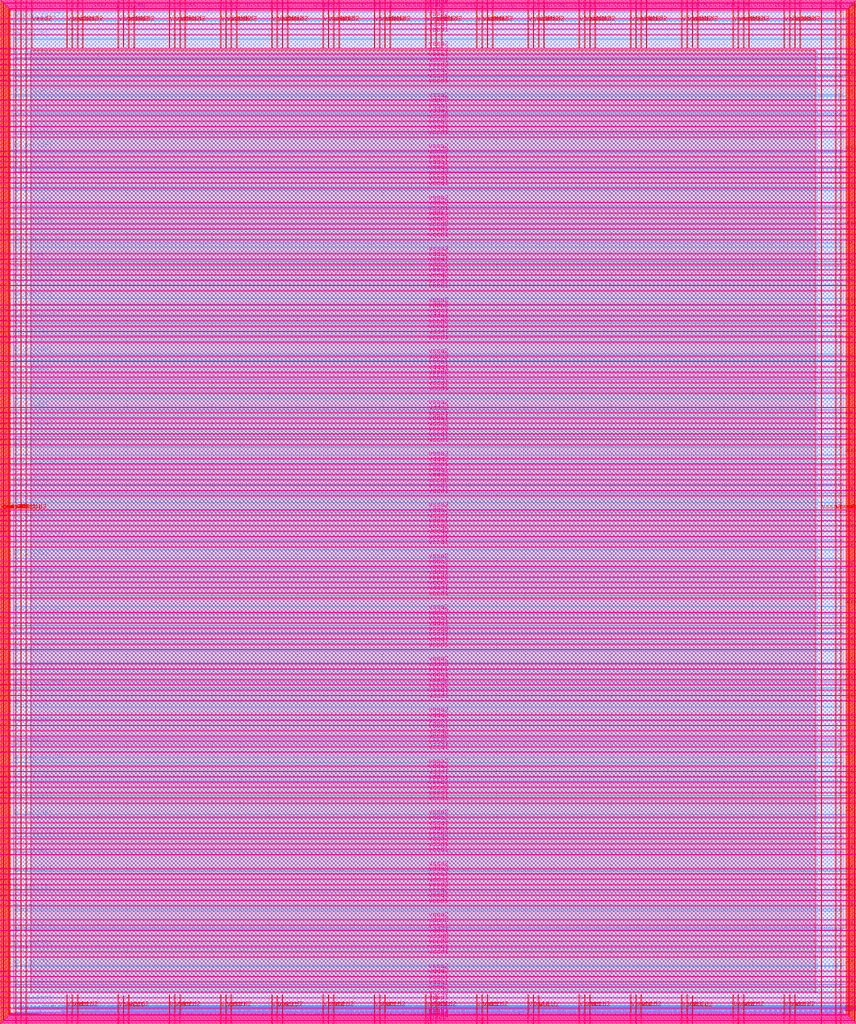
<source format=lef>
VERSION 5.7 ;
  NOWIREEXTENSIONATPIN ON ;
  DIVIDERCHAR "/" ;
  BUSBITCHARS "[]" ;
MACRO user_project_wrapper
  CLASS BLOCK ;
  FOREIGN user_project_wrapper ;
  ORIGIN 0.000 0.000 ;
  SIZE 2920.000 BY 3520.000 ;
  PIN analog_io[0]
    DIRECTION INOUT ;
    USE SIGNAL ;
    PORT
      LAYER met3 ;
        RECT 2917.600 1426.380 2924.800 1427.580 ;
    END
  END analog_io[0]
  PIN analog_io[10]
    DIRECTION INOUT ;
    USE SIGNAL ;
    PORT
      LAYER met2 ;
        RECT 2230.490 3517.600 2231.050 3524.800 ;
    END
  END analog_io[10]
  PIN analog_io[11]
    DIRECTION INOUT ;
    USE SIGNAL ;
    PORT
      LAYER met2 ;
        RECT 1905.730 3517.600 1906.290 3524.800 ;
    END
  END analog_io[11]
  PIN analog_io[12]
    DIRECTION INOUT ;
    USE SIGNAL ;
    PORT
      LAYER met2 ;
        RECT 1581.430 3517.600 1581.990 3524.800 ;
    END
  END analog_io[12]
  PIN analog_io[13]
    DIRECTION INOUT ;
    USE SIGNAL ;
    PORT
      LAYER met2 ;
        RECT 1257.130 3517.600 1257.690 3524.800 ;
    END
  END analog_io[13]
  PIN analog_io[14]
    DIRECTION INOUT ;
    USE SIGNAL ;
    PORT
      LAYER met2 ;
        RECT 932.370 3517.600 932.930 3524.800 ;
    END
  END analog_io[14]
  PIN analog_io[15]
    DIRECTION INOUT ;
    USE SIGNAL ;
    PORT
      LAYER met2 ;
        RECT 608.070 3517.600 608.630 3524.800 ;
    END
  END analog_io[15]
  PIN analog_io[16]
    DIRECTION INOUT ;
    USE SIGNAL ;
    PORT
      LAYER met2 ;
        RECT 283.770 3517.600 284.330 3524.800 ;
    END
  END analog_io[16]
  PIN analog_io[17]
    DIRECTION INOUT ;
    USE SIGNAL ;
    PORT
      LAYER met3 ;
        RECT -4.800 3486.100 2.400 3487.300 ;
    END
  END analog_io[17]
  PIN analog_io[18]
    DIRECTION INOUT ;
    USE SIGNAL ;
    PORT
      LAYER met3 ;
        RECT -4.800 3224.980 2.400 3226.180 ;
    END
  END analog_io[18]
  PIN analog_io[19]
    DIRECTION INOUT ;
    USE SIGNAL ;
    PORT
      LAYER met3 ;
        RECT -4.800 2964.540 2.400 2965.740 ;
    END
  END analog_io[19]
  PIN analog_io[1]
    DIRECTION INOUT ;
    USE SIGNAL ;
    PORT
      LAYER met3 ;
        RECT 2917.600 1692.260 2924.800 1693.460 ;
    END
  END analog_io[1]
  PIN analog_io[20]
    DIRECTION INOUT ;
    USE SIGNAL ;
    PORT
      LAYER met3 ;
        RECT -4.800 2703.420 2.400 2704.620 ;
    END
  END analog_io[20]
  PIN analog_io[21]
    DIRECTION INOUT ;
    USE SIGNAL ;
    PORT
      LAYER met3 ;
        RECT -4.800 2442.980 2.400 2444.180 ;
    END
  END analog_io[21]
  PIN analog_io[22]
    DIRECTION INOUT ;
    USE SIGNAL ;
    PORT
      LAYER met3 ;
        RECT -4.800 2182.540 2.400 2183.740 ;
    END
  END analog_io[22]
  PIN analog_io[23]
    DIRECTION INOUT ;
    USE SIGNAL ;
    PORT
      LAYER met3 ;
        RECT -4.800 1921.420 2.400 1922.620 ;
    END
  END analog_io[23]
  PIN analog_io[24]
    DIRECTION INOUT ;
    USE SIGNAL ;
    PORT
      LAYER met3 ;
        RECT -4.800 1660.980 2.400 1662.180 ;
    END
  END analog_io[24]
  PIN analog_io[25]
    DIRECTION INOUT ;
    USE SIGNAL ;
    PORT
      LAYER met3 ;
        RECT -4.800 1399.860 2.400 1401.060 ;
    END
  END analog_io[25]
  PIN analog_io[26]
    DIRECTION INOUT ;
    USE SIGNAL ;
    PORT
      LAYER met3 ;
        RECT -4.800 1139.420 2.400 1140.620 ;
    END
  END analog_io[26]
  PIN analog_io[27]
    DIRECTION INOUT ;
    USE SIGNAL ;
    PORT
      LAYER met3 ;
        RECT -4.800 878.980 2.400 880.180 ;
    END
  END analog_io[27]
  PIN analog_io[28]
    DIRECTION INOUT ;
    USE SIGNAL ;
    PORT
      LAYER met3 ;
        RECT -4.800 617.860 2.400 619.060 ;
    END
  END analog_io[28]
  PIN analog_io[2]
    DIRECTION INOUT ;
    USE SIGNAL ;
    PORT
      LAYER met3 ;
        RECT 2917.600 1958.140 2924.800 1959.340 ;
    END
  END analog_io[2]
  PIN analog_io[3]
    DIRECTION INOUT ;
    USE SIGNAL ;
    PORT
      LAYER met3 ;
        RECT 2917.600 2223.340 2924.800 2224.540 ;
    END
  END analog_io[3]
  PIN analog_io[4]
    DIRECTION INOUT ;
    USE SIGNAL ;
    PORT
      LAYER met3 ;
        RECT 2917.600 2489.220 2924.800 2490.420 ;
    END
  END analog_io[4]
  PIN analog_io[5]
    DIRECTION INOUT ;
    USE SIGNAL ;
    PORT
      LAYER met3 ;
        RECT 2917.600 2755.100 2924.800 2756.300 ;
    END
  END analog_io[5]
  PIN analog_io[6]
    DIRECTION INOUT ;
    USE SIGNAL ;
    PORT
      LAYER met3 ;
        RECT 2917.600 3020.300 2924.800 3021.500 ;
    END
  END analog_io[6]
  PIN analog_io[7]
    DIRECTION INOUT ;
    USE SIGNAL ;
    PORT
      LAYER met3 ;
        RECT 2917.600 3286.180 2924.800 3287.380 ;
    END
  END analog_io[7]
  PIN analog_io[8]
    DIRECTION INOUT ;
    USE SIGNAL ;
    PORT
      LAYER met2 ;
        RECT 2879.090 3517.600 2879.650 3524.800 ;
    END
  END analog_io[8]
  PIN analog_io[9]
    DIRECTION INOUT ;
    USE SIGNAL ;
    PORT
      LAYER met2 ;
        RECT 2554.790 3517.600 2555.350 3524.800 ;
    END
  END analog_io[9]
  PIN io_in[0]
    DIRECTION INPUT ;
    USE SIGNAL ;
    PORT
      LAYER met3 ;
        RECT 2917.600 32.380 2924.800 33.580 ;
    END
  END io_in[0]
  PIN io_in[10]
    DIRECTION INPUT ;
    USE SIGNAL ;
    PORT
      LAYER met3 ;
        RECT 2917.600 2289.980 2924.800 2291.180 ;
    END
  END io_in[10]
  PIN io_in[11]
    DIRECTION INPUT ;
    USE SIGNAL ;
    PORT
      LAYER met3 ;
        RECT 2917.600 2555.860 2924.800 2557.060 ;
    END
  END io_in[11]
  PIN io_in[12]
    DIRECTION INPUT ;
    USE SIGNAL ;
    PORT
      LAYER met3 ;
        RECT 2917.600 2821.060 2924.800 2822.260 ;
    END
  END io_in[12]
  PIN io_in[13]
    DIRECTION INPUT ;
    USE SIGNAL ;
    PORT
      LAYER met3 ;
        RECT 2917.600 3086.940 2924.800 3088.140 ;
    END
  END io_in[13]
  PIN io_in[14]
    DIRECTION INPUT ;
    USE SIGNAL ;
    PORT
      LAYER met3 ;
        RECT 2917.600 3352.820 2924.800 3354.020 ;
    END
  END io_in[14]
  PIN io_in[15]
    DIRECTION INPUT ;
    USE SIGNAL ;
    PORT
      LAYER met2 ;
        RECT 2798.130 3517.600 2798.690 3524.800 ;
    END
  END io_in[15]
  PIN io_in[16]
    DIRECTION INPUT ;
    USE SIGNAL ;
    PORT
      LAYER met2 ;
        RECT 2473.830 3517.600 2474.390 3524.800 ;
    END
  END io_in[16]
  PIN io_in[17]
    DIRECTION INPUT ;
    USE SIGNAL ;
    PORT
      LAYER met2 ;
        RECT 2149.070 3517.600 2149.630 3524.800 ;
    END
  END io_in[17]
  PIN io_in[18]
    DIRECTION INPUT ;
    USE SIGNAL ;
    PORT
      LAYER met2 ;
        RECT 1824.770 3517.600 1825.330 3524.800 ;
    END
  END io_in[18]
  PIN io_in[19]
    DIRECTION INPUT ;
    USE SIGNAL ;
    PORT
      LAYER met2 ;
        RECT 1500.470 3517.600 1501.030 3524.800 ;
    END
  END io_in[19]
  PIN io_in[1]
    DIRECTION INPUT ;
    USE SIGNAL ;
    PORT
      LAYER met3 ;
        RECT 2917.600 230.940 2924.800 232.140 ;
    END
  END io_in[1]
  PIN io_in[20]
    DIRECTION INPUT ;
    USE SIGNAL ;
    PORT
      LAYER met2 ;
        RECT 1175.710 3517.600 1176.270 3524.800 ;
    END
  END io_in[20]
  PIN io_in[21]
    DIRECTION INPUT ;
    USE SIGNAL ;
    PORT
      LAYER met2 ;
        RECT 851.410 3517.600 851.970 3524.800 ;
    END
  END io_in[21]
  PIN io_in[22]
    DIRECTION INPUT ;
    USE SIGNAL ;
    PORT
      LAYER met2 ;
        RECT 527.110 3517.600 527.670 3524.800 ;
    END
  END io_in[22]
  PIN io_in[23]
    DIRECTION INPUT ;
    USE SIGNAL ;
    PORT
      LAYER met2 ;
        RECT 202.350 3517.600 202.910 3524.800 ;
    END
  END io_in[23]
  PIN io_in[24]
    DIRECTION INPUT ;
    USE SIGNAL ;
    PORT
      LAYER met3 ;
        RECT -4.800 3420.820 2.400 3422.020 ;
    END
  END io_in[24]
  PIN io_in[25]
    DIRECTION INPUT ;
    USE SIGNAL ;
    PORT
      LAYER met3 ;
        RECT -4.800 3159.700 2.400 3160.900 ;
    END
  END io_in[25]
  PIN io_in[26]
    DIRECTION INPUT ;
    USE SIGNAL ;
    PORT
      LAYER met3 ;
        RECT -4.800 2899.260 2.400 2900.460 ;
    END
  END io_in[26]
  PIN io_in[27]
    DIRECTION INPUT ;
    USE SIGNAL ;
    PORT
      LAYER met3 ;
        RECT -4.800 2638.820 2.400 2640.020 ;
    END
  END io_in[27]
  PIN io_in[28]
    DIRECTION INPUT ;
    USE SIGNAL ;
    PORT
      LAYER met3 ;
        RECT -4.800 2377.700 2.400 2378.900 ;
    END
  END io_in[28]
  PIN io_in[29]
    DIRECTION INPUT ;
    USE SIGNAL ;
    PORT
      LAYER met3 ;
        RECT -4.800 2117.260 2.400 2118.460 ;
    END
  END io_in[29]
  PIN io_in[2]
    DIRECTION INPUT ;
    USE SIGNAL ;
    PORT
      LAYER met3 ;
        RECT 2917.600 430.180 2924.800 431.380 ;
    END
  END io_in[2]
  PIN io_in[30]
    DIRECTION INPUT ;
    USE SIGNAL ;
    PORT
      LAYER met3 ;
        RECT -4.800 1856.140 2.400 1857.340 ;
    END
  END io_in[30]
  PIN io_in[31]
    DIRECTION INPUT ;
    USE SIGNAL ;
    PORT
      LAYER met3 ;
        RECT -4.800 1595.700 2.400 1596.900 ;
    END
  END io_in[31]
  PIN io_in[32]
    DIRECTION INPUT ;
    USE SIGNAL ;
    PORT
      LAYER met3 ;
        RECT -4.800 1335.260 2.400 1336.460 ;
    END
  END io_in[32]
  PIN io_in[33]
    DIRECTION INPUT ;
    USE SIGNAL ;
    PORT
      LAYER met3 ;
        RECT -4.800 1074.140 2.400 1075.340 ;
    END
  END io_in[33]
  PIN io_in[34]
    DIRECTION INPUT ;
    USE SIGNAL ;
    PORT
      LAYER met3 ;
        RECT -4.800 813.700 2.400 814.900 ;
    END
  END io_in[34]
  PIN io_in[35]
    DIRECTION INPUT ;
    USE SIGNAL ;
    PORT
      LAYER met3 ;
        RECT -4.800 552.580 2.400 553.780 ;
    END
  END io_in[35]
  PIN io_in[36]
    DIRECTION INPUT ;
    USE SIGNAL ;
    PORT
      LAYER met3 ;
        RECT -4.800 357.420 2.400 358.620 ;
    END
  END io_in[36]
  PIN io_in[37]
    DIRECTION INPUT ;
    USE SIGNAL ;
    PORT
      LAYER met3 ;
        RECT -4.800 161.580 2.400 162.780 ;
    END
  END io_in[37]
  PIN io_in[3]
    DIRECTION INPUT ;
    USE SIGNAL ;
    PORT
      LAYER met3 ;
        RECT 2917.600 629.420 2924.800 630.620 ;
    END
  END io_in[3]
  PIN io_in[4]
    DIRECTION INPUT ;
    USE SIGNAL ;
    PORT
      LAYER met3 ;
        RECT 2917.600 828.660 2924.800 829.860 ;
    END
  END io_in[4]
  PIN io_in[5]
    DIRECTION INPUT ;
    USE SIGNAL ;
    PORT
      LAYER met3 ;
        RECT 2917.600 1027.900 2924.800 1029.100 ;
    END
  END io_in[5]
  PIN io_in[6]
    DIRECTION INPUT ;
    USE SIGNAL ;
    PORT
      LAYER met3 ;
        RECT 2917.600 1227.140 2924.800 1228.340 ;
    END
  END io_in[6]
  PIN io_in[7]
    DIRECTION INPUT ;
    USE SIGNAL ;
    PORT
      LAYER met3 ;
        RECT 2917.600 1493.020 2924.800 1494.220 ;
    END
  END io_in[7]
  PIN io_in[8]
    DIRECTION INPUT ;
    USE SIGNAL ;
    PORT
      LAYER met3 ;
        RECT 2917.600 1758.900 2924.800 1760.100 ;
    END
  END io_in[8]
  PIN io_in[9]
    DIRECTION INPUT ;
    USE SIGNAL ;
    PORT
      LAYER met3 ;
        RECT 2917.600 2024.100 2924.800 2025.300 ;
    END
  END io_in[9]
  PIN io_oeb[0]
    DIRECTION OUTPUT TRISTATE ;
    USE SIGNAL ;
    PORT
      LAYER met3 ;
        RECT 2917.600 164.980 2924.800 166.180 ;
    END
  END io_oeb[0]
  PIN io_oeb[10]
    DIRECTION OUTPUT TRISTATE ;
    USE SIGNAL ;
    PORT
      LAYER met3 ;
        RECT 2917.600 2422.580 2924.800 2423.780 ;
    END
  END io_oeb[10]
  PIN io_oeb[11]
    DIRECTION OUTPUT TRISTATE ;
    USE SIGNAL ;
    PORT
      LAYER met3 ;
        RECT 2917.600 2688.460 2924.800 2689.660 ;
    END
  END io_oeb[11]
  PIN io_oeb[12]
    DIRECTION OUTPUT TRISTATE ;
    USE SIGNAL ;
    PORT
      LAYER met3 ;
        RECT 2917.600 2954.340 2924.800 2955.540 ;
    END
  END io_oeb[12]
  PIN io_oeb[13]
    DIRECTION OUTPUT TRISTATE ;
    USE SIGNAL ;
    PORT
      LAYER met3 ;
        RECT 2917.600 3219.540 2924.800 3220.740 ;
    END
  END io_oeb[13]
  PIN io_oeb[14]
    DIRECTION OUTPUT TRISTATE ;
    USE SIGNAL ;
    PORT
      LAYER met3 ;
        RECT 2917.600 3485.420 2924.800 3486.620 ;
    END
  END io_oeb[14]
  PIN io_oeb[15]
    DIRECTION OUTPUT TRISTATE ;
    USE SIGNAL ;
    PORT
      LAYER met2 ;
        RECT 2635.750 3517.600 2636.310 3524.800 ;
    END
  END io_oeb[15]
  PIN io_oeb[16]
    DIRECTION OUTPUT TRISTATE ;
    USE SIGNAL ;
    PORT
      LAYER met2 ;
        RECT 2311.450 3517.600 2312.010 3524.800 ;
    END
  END io_oeb[16]
  PIN io_oeb[17]
    DIRECTION OUTPUT TRISTATE ;
    USE SIGNAL ;
    PORT
      LAYER met2 ;
        RECT 1987.150 3517.600 1987.710 3524.800 ;
    END
  END io_oeb[17]
  PIN io_oeb[18]
    DIRECTION OUTPUT TRISTATE ;
    USE SIGNAL ;
    PORT
      LAYER met2 ;
        RECT 1662.390 3517.600 1662.950 3524.800 ;
    END
  END io_oeb[18]
  PIN io_oeb[19]
    DIRECTION OUTPUT TRISTATE ;
    USE SIGNAL ;
    PORT
      LAYER met2 ;
        RECT 1338.090 3517.600 1338.650 3524.800 ;
    END
  END io_oeb[19]
  PIN io_oeb[1]
    DIRECTION OUTPUT TRISTATE ;
    USE SIGNAL ;
    PORT
      LAYER met3 ;
        RECT 2917.600 364.220 2924.800 365.420 ;
    END
  END io_oeb[1]
  PIN io_oeb[20]
    DIRECTION OUTPUT TRISTATE ;
    USE SIGNAL ;
    PORT
      LAYER met2 ;
        RECT 1013.790 3517.600 1014.350 3524.800 ;
    END
  END io_oeb[20]
  PIN io_oeb[21]
    DIRECTION OUTPUT TRISTATE ;
    USE SIGNAL ;
    PORT
      LAYER met2 ;
        RECT 689.030 3517.600 689.590 3524.800 ;
    END
  END io_oeb[21]
  PIN io_oeb[22]
    DIRECTION OUTPUT TRISTATE ;
    USE SIGNAL ;
    PORT
      LAYER met2 ;
        RECT 364.730 3517.600 365.290 3524.800 ;
    END
  END io_oeb[22]
  PIN io_oeb[23]
    DIRECTION OUTPUT TRISTATE ;
    USE SIGNAL ;
    PORT
      LAYER met2 ;
        RECT 40.430 3517.600 40.990 3524.800 ;
    END
  END io_oeb[23]
  PIN io_oeb[24]
    DIRECTION OUTPUT TRISTATE ;
    USE SIGNAL ;
    PORT
      LAYER met3 ;
        RECT -4.800 3290.260 2.400 3291.460 ;
    END
  END io_oeb[24]
  PIN io_oeb[25]
    DIRECTION OUTPUT TRISTATE ;
    USE SIGNAL ;
    PORT
      LAYER met3 ;
        RECT -4.800 3029.820 2.400 3031.020 ;
    END
  END io_oeb[25]
  PIN io_oeb[26]
    DIRECTION OUTPUT TRISTATE ;
    USE SIGNAL ;
    PORT
      LAYER met3 ;
        RECT -4.800 2768.700 2.400 2769.900 ;
    END
  END io_oeb[26]
  PIN io_oeb[27]
    DIRECTION OUTPUT TRISTATE ;
    USE SIGNAL ;
    PORT
      LAYER met3 ;
        RECT -4.800 2508.260 2.400 2509.460 ;
    END
  END io_oeb[27]
  PIN io_oeb[28]
    DIRECTION OUTPUT TRISTATE ;
    USE SIGNAL ;
    PORT
      LAYER met3 ;
        RECT -4.800 2247.140 2.400 2248.340 ;
    END
  END io_oeb[28]
  PIN io_oeb[29]
    DIRECTION OUTPUT TRISTATE ;
    USE SIGNAL ;
    PORT
      LAYER met3 ;
        RECT -4.800 1986.700 2.400 1987.900 ;
    END
  END io_oeb[29]
  PIN io_oeb[2]
    DIRECTION OUTPUT TRISTATE ;
    USE SIGNAL ;
    PORT
      LAYER met3 ;
        RECT 2917.600 563.460 2924.800 564.660 ;
    END
  END io_oeb[2]
  PIN io_oeb[30]
    DIRECTION OUTPUT TRISTATE ;
    USE SIGNAL ;
    PORT
      LAYER met3 ;
        RECT -4.800 1726.260 2.400 1727.460 ;
    END
  END io_oeb[30]
  PIN io_oeb[31]
    DIRECTION OUTPUT TRISTATE ;
    USE SIGNAL ;
    PORT
      LAYER met3 ;
        RECT -4.800 1465.140 2.400 1466.340 ;
    END
  END io_oeb[31]
  PIN io_oeb[32]
    DIRECTION OUTPUT TRISTATE ;
    USE SIGNAL ;
    PORT
      LAYER met3 ;
        RECT -4.800 1204.700 2.400 1205.900 ;
    END
  END io_oeb[32]
  PIN io_oeb[33]
    DIRECTION OUTPUT TRISTATE ;
    USE SIGNAL ;
    PORT
      LAYER met3 ;
        RECT -4.800 943.580 2.400 944.780 ;
    END
  END io_oeb[33]
  PIN io_oeb[34]
    DIRECTION OUTPUT TRISTATE ;
    USE SIGNAL ;
    PORT
      LAYER met3 ;
        RECT -4.800 683.140 2.400 684.340 ;
    END
  END io_oeb[34]
  PIN io_oeb[35]
    DIRECTION OUTPUT TRISTATE ;
    USE SIGNAL ;
    PORT
      LAYER met3 ;
        RECT -4.800 422.700 2.400 423.900 ;
    END
  END io_oeb[35]
  PIN io_oeb[36]
    DIRECTION OUTPUT TRISTATE ;
    USE SIGNAL ;
    PORT
      LAYER met3 ;
        RECT -4.800 226.860 2.400 228.060 ;
    END
  END io_oeb[36]
  PIN io_oeb[37]
    DIRECTION OUTPUT TRISTATE ;
    USE SIGNAL ;
    PORT
      LAYER met3 ;
        RECT -4.800 31.700 2.400 32.900 ;
    END
  END io_oeb[37]
  PIN io_oeb[3]
    DIRECTION OUTPUT TRISTATE ;
    USE SIGNAL ;
    PORT
      LAYER met3 ;
        RECT 2917.600 762.700 2924.800 763.900 ;
    END
  END io_oeb[3]
  PIN io_oeb[4]
    DIRECTION OUTPUT TRISTATE ;
    USE SIGNAL ;
    PORT
      LAYER met3 ;
        RECT 2917.600 961.940 2924.800 963.140 ;
    END
  END io_oeb[4]
  PIN io_oeb[5]
    DIRECTION OUTPUT TRISTATE ;
    USE SIGNAL ;
    PORT
      LAYER met3 ;
        RECT 2917.600 1161.180 2924.800 1162.380 ;
    END
  END io_oeb[5]
  PIN io_oeb[6]
    DIRECTION OUTPUT TRISTATE ;
    USE SIGNAL ;
    PORT
      LAYER met3 ;
        RECT 2917.600 1360.420 2924.800 1361.620 ;
    END
  END io_oeb[6]
  PIN io_oeb[7]
    DIRECTION OUTPUT TRISTATE ;
    USE SIGNAL ;
    PORT
      LAYER met3 ;
        RECT 2917.600 1625.620 2924.800 1626.820 ;
    END
  END io_oeb[7]
  PIN io_oeb[8]
    DIRECTION OUTPUT TRISTATE ;
    USE SIGNAL ;
    PORT
      LAYER met3 ;
        RECT 2917.600 1891.500 2924.800 1892.700 ;
    END
  END io_oeb[8]
  PIN io_oeb[9]
    DIRECTION OUTPUT TRISTATE ;
    USE SIGNAL ;
    PORT
      LAYER met3 ;
        RECT 2917.600 2157.380 2924.800 2158.580 ;
    END
  END io_oeb[9]
  PIN io_out[0]
    DIRECTION OUTPUT TRISTATE ;
    USE SIGNAL ;
    PORT
      LAYER met3 ;
        RECT 2917.600 98.340 2924.800 99.540 ;
    END
  END io_out[0]
  PIN io_out[10]
    DIRECTION OUTPUT TRISTATE ;
    USE SIGNAL ;
    PORT
      LAYER met3 ;
        RECT 2917.600 2356.620 2924.800 2357.820 ;
    END
  END io_out[10]
  PIN io_out[11]
    DIRECTION OUTPUT TRISTATE ;
    USE SIGNAL ;
    PORT
      LAYER met3 ;
        RECT 2917.600 2621.820 2924.800 2623.020 ;
    END
  END io_out[11]
  PIN io_out[12]
    DIRECTION OUTPUT TRISTATE ;
    USE SIGNAL ;
    PORT
      LAYER met3 ;
        RECT 2917.600 2887.700 2924.800 2888.900 ;
    END
  END io_out[12]
  PIN io_out[13]
    DIRECTION OUTPUT TRISTATE ;
    USE SIGNAL ;
    PORT
      LAYER met3 ;
        RECT 2917.600 3153.580 2924.800 3154.780 ;
    END
  END io_out[13]
  PIN io_out[14]
    DIRECTION OUTPUT TRISTATE ;
    USE SIGNAL ;
    PORT
      LAYER met3 ;
        RECT 2917.600 3418.780 2924.800 3419.980 ;
    END
  END io_out[14]
  PIN io_out[15]
    DIRECTION OUTPUT TRISTATE ;
    USE SIGNAL ;
    PORT
      LAYER met2 ;
        RECT 2717.170 3517.600 2717.730 3524.800 ;
    END
  END io_out[15]
  PIN io_out[16]
    DIRECTION OUTPUT TRISTATE ;
    USE SIGNAL ;
    PORT
      LAYER met2 ;
        RECT 2392.410 3517.600 2392.970 3524.800 ;
    END
  END io_out[16]
  PIN io_out[17]
    DIRECTION OUTPUT TRISTATE ;
    USE SIGNAL ;
    PORT
      LAYER met2 ;
        RECT 2068.110 3517.600 2068.670 3524.800 ;
    END
  END io_out[17]
  PIN io_out[18]
    DIRECTION OUTPUT TRISTATE ;
    USE SIGNAL ;
    PORT
      LAYER met2 ;
        RECT 1743.810 3517.600 1744.370 3524.800 ;
    END
  END io_out[18]
  PIN io_out[19]
    DIRECTION OUTPUT TRISTATE ;
    USE SIGNAL ;
    PORT
      LAYER met2 ;
        RECT 1419.050 3517.600 1419.610 3524.800 ;
    END
  END io_out[19]
  PIN io_out[1]
    DIRECTION OUTPUT TRISTATE ;
    USE SIGNAL ;
    PORT
      LAYER met3 ;
        RECT 2917.600 297.580 2924.800 298.780 ;
    END
  END io_out[1]
  PIN io_out[20]
    DIRECTION OUTPUT TRISTATE ;
    USE SIGNAL ;
    PORT
      LAYER met2 ;
        RECT 1094.750 3517.600 1095.310 3524.800 ;
    END
  END io_out[20]
  PIN io_out[21]
    DIRECTION OUTPUT TRISTATE ;
    USE SIGNAL ;
    PORT
      LAYER met2 ;
        RECT 770.450 3517.600 771.010 3524.800 ;
    END
  END io_out[21]
  PIN io_out[22]
    DIRECTION OUTPUT TRISTATE ;
    USE SIGNAL ;
    PORT
      LAYER met2 ;
        RECT 445.690 3517.600 446.250 3524.800 ;
    END
  END io_out[22]
  PIN io_out[23]
    DIRECTION OUTPUT TRISTATE ;
    USE SIGNAL ;
    PORT
      LAYER met2 ;
        RECT 121.390 3517.600 121.950 3524.800 ;
    END
  END io_out[23]
  PIN io_out[24]
    DIRECTION OUTPUT TRISTATE ;
    USE SIGNAL ;
    PORT
      LAYER met3 ;
        RECT -4.800 3355.540 2.400 3356.740 ;
    END
  END io_out[24]
  PIN io_out[25]
    DIRECTION OUTPUT TRISTATE ;
    USE SIGNAL ;
    PORT
      LAYER met3 ;
        RECT -4.800 3095.100 2.400 3096.300 ;
    END
  END io_out[25]
  PIN io_out[26]
    DIRECTION OUTPUT TRISTATE ;
    USE SIGNAL ;
    PORT
      LAYER met3 ;
        RECT -4.800 2833.980 2.400 2835.180 ;
    END
  END io_out[26]
  PIN io_out[27]
    DIRECTION OUTPUT TRISTATE ;
    USE SIGNAL ;
    PORT
      LAYER met3 ;
        RECT -4.800 2573.540 2.400 2574.740 ;
    END
  END io_out[27]
  PIN io_out[28]
    DIRECTION OUTPUT TRISTATE ;
    USE SIGNAL ;
    PORT
      LAYER met3 ;
        RECT -4.800 2312.420 2.400 2313.620 ;
    END
  END io_out[28]
  PIN io_out[29]
    DIRECTION OUTPUT TRISTATE ;
    USE SIGNAL ;
    PORT
      LAYER met3 ;
        RECT -4.800 2051.980 2.400 2053.180 ;
    END
  END io_out[29]
  PIN io_out[2]
    DIRECTION OUTPUT TRISTATE ;
    USE SIGNAL ;
    PORT
      LAYER met3 ;
        RECT 2917.600 496.820 2924.800 498.020 ;
    END
  END io_out[2]
  PIN io_out[30]
    DIRECTION OUTPUT TRISTATE ;
    USE SIGNAL ;
    PORT
      LAYER met3 ;
        RECT -4.800 1791.540 2.400 1792.740 ;
    END
  END io_out[30]
  PIN io_out[31]
    DIRECTION OUTPUT TRISTATE ;
    USE SIGNAL ;
    PORT
      LAYER met3 ;
        RECT -4.800 1530.420 2.400 1531.620 ;
    END
  END io_out[31]
  PIN io_out[32]
    DIRECTION OUTPUT TRISTATE ;
    USE SIGNAL ;
    PORT
      LAYER met3 ;
        RECT -4.800 1269.980 2.400 1271.180 ;
    END
  END io_out[32]
  PIN io_out[33]
    DIRECTION OUTPUT TRISTATE ;
    USE SIGNAL ;
    PORT
      LAYER met3 ;
        RECT -4.800 1008.860 2.400 1010.060 ;
    END
  END io_out[33]
  PIN io_out[34]
    DIRECTION OUTPUT TRISTATE ;
    USE SIGNAL ;
    PORT
      LAYER met3 ;
        RECT -4.800 748.420 2.400 749.620 ;
    END
  END io_out[34]
  PIN io_out[35]
    DIRECTION OUTPUT TRISTATE ;
    USE SIGNAL ;
    PORT
      LAYER met3 ;
        RECT -4.800 487.300 2.400 488.500 ;
    END
  END io_out[35]
  PIN io_out[36]
    DIRECTION OUTPUT TRISTATE ;
    USE SIGNAL ;
    PORT
      LAYER met3 ;
        RECT -4.800 292.140 2.400 293.340 ;
    END
  END io_out[36]
  PIN io_out[37]
    DIRECTION OUTPUT TRISTATE ;
    USE SIGNAL ;
    PORT
      LAYER met3 ;
        RECT -4.800 96.300 2.400 97.500 ;
    END
  END io_out[37]
  PIN io_out[3]
    DIRECTION OUTPUT TRISTATE ;
    USE SIGNAL ;
    PORT
      LAYER met3 ;
        RECT 2917.600 696.060 2924.800 697.260 ;
    END
  END io_out[3]
  PIN io_out[4]
    DIRECTION OUTPUT TRISTATE ;
    USE SIGNAL ;
    PORT
      LAYER met3 ;
        RECT 2917.600 895.300 2924.800 896.500 ;
    END
  END io_out[4]
  PIN io_out[5]
    DIRECTION OUTPUT TRISTATE ;
    USE SIGNAL ;
    PORT
      LAYER met3 ;
        RECT 2917.600 1094.540 2924.800 1095.740 ;
    END
  END io_out[5]
  PIN io_out[6]
    DIRECTION OUTPUT TRISTATE ;
    USE SIGNAL ;
    PORT
      LAYER met3 ;
        RECT 2917.600 1293.780 2924.800 1294.980 ;
    END
  END io_out[6]
  PIN io_out[7]
    DIRECTION OUTPUT TRISTATE ;
    USE SIGNAL ;
    PORT
      LAYER met3 ;
        RECT 2917.600 1559.660 2924.800 1560.860 ;
    END
  END io_out[7]
  PIN io_out[8]
    DIRECTION OUTPUT TRISTATE ;
    USE SIGNAL ;
    PORT
      LAYER met3 ;
        RECT 2917.600 1824.860 2924.800 1826.060 ;
    END
  END io_out[8]
  PIN io_out[9]
    DIRECTION OUTPUT TRISTATE ;
    USE SIGNAL ;
    PORT
      LAYER met3 ;
        RECT 2917.600 2090.740 2924.800 2091.940 ;
    END
  END io_out[9]
  PIN la_data_in[0]
    DIRECTION INPUT ;
    USE SIGNAL ;
    PORT
      LAYER met2 ;
        RECT 629.230 -4.800 629.790 2.400 ;
    END
  END la_data_in[0]
  PIN la_data_in[100]
    DIRECTION INPUT ;
    USE SIGNAL ;
    PORT
      LAYER met2 ;
        RECT 2402.530 -4.800 2403.090 2.400 ;
    END
  END la_data_in[100]
  PIN la_data_in[101]
    DIRECTION INPUT ;
    USE SIGNAL ;
    PORT
      LAYER met2 ;
        RECT 2420.010 -4.800 2420.570 2.400 ;
    END
  END la_data_in[101]
  PIN la_data_in[102]
    DIRECTION INPUT ;
    USE SIGNAL ;
    PORT
      LAYER met2 ;
        RECT 2437.950 -4.800 2438.510 2.400 ;
    END
  END la_data_in[102]
  PIN la_data_in[103]
    DIRECTION INPUT ;
    USE SIGNAL ;
    PORT
      LAYER met2 ;
        RECT 2455.430 -4.800 2455.990 2.400 ;
    END
  END la_data_in[103]
  PIN la_data_in[104]
    DIRECTION INPUT ;
    USE SIGNAL ;
    PORT
      LAYER met2 ;
        RECT 2473.370 -4.800 2473.930 2.400 ;
    END
  END la_data_in[104]
  PIN la_data_in[105]
    DIRECTION INPUT ;
    USE SIGNAL ;
    PORT
      LAYER met2 ;
        RECT 2490.850 -4.800 2491.410 2.400 ;
    END
  END la_data_in[105]
  PIN la_data_in[106]
    DIRECTION INPUT ;
    USE SIGNAL ;
    PORT
      LAYER met2 ;
        RECT 2508.790 -4.800 2509.350 2.400 ;
    END
  END la_data_in[106]
  PIN la_data_in[107]
    DIRECTION INPUT ;
    USE SIGNAL ;
    PORT
      LAYER met2 ;
        RECT 2526.730 -4.800 2527.290 2.400 ;
    END
  END la_data_in[107]
  PIN la_data_in[108]
    DIRECTION INPUT ;
    USE SIGNAL ;
    PORT
      LAYER met2 ;
        RECT 2544.210 -4.800 2544.770 2.400 ;
    END
  END la_data_in[108]
  PIN la_data_in[109]
    DIRECTION INPUT ;
    USE SIGNAL ;
    PORT
      LAYER met2 ;
        RECT 2562.150 -4.800 2562.710 2.400 ;
    END
  END la_data_in[109]
  PIN la_data_in[10]
    DIRECTION INPUT ;
    USE SIGNAL ;
    PORT
      LAYER met2 ;
        RECT 806.330 -4.800 806.890 2.400 ;
    END
  END la_data_in[10]
  PIN la_data_in[110]
    DIRECTION INPUT ;
    USE SIGNAL ;
    PORT
      LAYER met2 ;
        RECT 2579.630 -4.800 2580.190 2.400 ;
    END
  END la_data_in[110]
  PIN la_data_in[111]
    DIRECTION INPUT ;
    USE SIGNAL ;
    PORT
      LAYER met2 ;
        RECT 2597.570 -4.800 2598.130 2.400 ;
    END
  END la_data_in[111]
  PIN la_data_in[112]
    DIRECTION INPUT ;
    USE SIGNAL ;
    PORT
      LAYER met2 ;
        RECT 2615.050 -4.800 2615.610 2.400 ;
    END
  END la_data_in[112]
  PIN la_data_in[113]
    DIRECTION INPUT ;
    USE SIGNAL ;
    PORT
      LAYER met2 ;
        RECT 2632.990 -4.800 2633.550 2.400 ;
    END
  END la_data_in[113]
  PIN la_data_in[114]
    DIRECTION INPUT ;
    USE SIGNAL ;
    PORT
      LAYER met2 ;
        RECT 2650.470 -4.800 2651.030 2.400 ;
    END
  END la_data_in[114]
  PIN la_data_in[115]
    DIRECTION INPUT ;
    USE SIGNAL ;
    PORT
      LAYER met2 ;
        RECT 2668.410 -4.800 2668.970 2.400 ;
    END
  END la_data_in[115]
  PIN la_data_in[116]
    DIRECTION INPUT ;
    USE SIGNAL ;
    PORT
      LAYER met2 ;
        RECT 2685.890 -4.800 2686.450 2.400 ;
    END
  END la_data_in[116]
  PIN la_data_in[117]
    DIRECTION INPUT ;
    USE SIGNAL ;
    PORT
      LAYER met2 ;
        RECT 2703.830 -4.800 2704.390 2.400 ;
    END
  END la_data_in[117]
  PIN la_data_in[118]
    DIRECTION INPUT ;
    USE SIGNAL ;
    PORT
      LAYER met2 ;
        RECT 2721.770 -4.800 2722.330 2.400 ;
    END
  END la_data_in[118]
  PIN la_data_in[119]
    DIRECTION INPUT ;
    USE SIGNAL ;
    PORT
      LAYER met2 ;
        RECT 2739.250 -4.800 2739.810 2.400 ;
    END
  END la_data_in[119]
  PIN la_data_in[11]
    DIRECTION INPUT ;
    USE SIGNAL ;
    PORT
      LAYER met2 ;
        RECT 824.270 -4.800 824.830 2.400 ;
    END
  END la_data_in[11]
  PIN la_data_in[120]
    DIRECTION INPUT ;
    USE SIGNAL ;
    PORT
      LAYER met2 ;
        RECT 2757.190 -4.800 2757.750 2.400 ;
    END
  END la_data_in[120]
  PIN la_data_in[121]
    DIRECTION INPUT ;
    USE SIGNAL ;
    PORT
      LAYER met2 ;
        RECT 2774.670 -4.800 2775.230 2.400 ;
    END
  END la_data_in[121]
  PIN la_data_in[122]
    DIRECTION INPUT ;
    USE SIGNAL ;
    PORT
      LAYER met2 ;
        RECT 2792.610 -4.800 2793.170 2.400 ;
    END
  END la_data_in[122]
  PIN la_data_in[123]
    DIRECTION INPUT ;
    USE SIGNAL ;
    PORT
      LAYER met2 ;
        RECT 2810.090 -4.800 2810.650 2.400 ;
    END
  END la_data_in[123]
  PIN la_data_in[124]
    DIRECTION INPUT ;
    USE SIGNAL ;
    PORT
      LAYER met2 ;
        RECT 2828.030 -4.800 2828.590 2.400 ;
    END
  END la_data_in[124]
  PIN la_data_in[125]
    DIRECTION INPUT ;
    USE SIGNAL ;
    PORT
      LAYER met2 ;
        RECT 2845.510 -4.800 2846.070 2.400 ;
    END
  END la_data_in[125]
  PIN la_data_in[126]
    DIRECTION INPUT ;
    USE SIGNAL ;
    PORT
      LAYER met2 ;
        RECT 2863.450 -4.800 2864.010 2.400 ;
    END
  END la_data_in[126]
  PIN la_data_in[127]
    DIRECTION INPUT ;
    USE SIGNAL ;
    PORT
      LAYER met2 ;
        RECT 2881.390 -4.800 2881.950 2.400 ;
    END
  END la_data_in[127]
  PIN la_data_in[12]
    DIRECTION INPUT ;
    USE SIGNAL ;
    PORT
      LAYER met2 ;
        RECT 841.750 -4.800 842.310 2.400 ;
    END
  END la_data_in[12]
  PIN la_data_in[13]
    DIRECTION INPUT ;
    USE SIGNAL ;
    PORT
      LAYER met2 ;
        RECT 859.690 -4.800 860.250 2.400 ;
    END
  END la_data_in[13]
  PIN la_data_in[14]
    DIRECTION INPUT ;
    USE SIGNAL ;
    PORT
      LAYER met2 ;
        RECT 877.170 -4.800 877.730 2.400 ;
    END
  END la_data_in[14]
  PIN la_data_in[15]
    DIRECTION INPUT ;
    USE SIGNAL ;
    PORT
      LAYER met2 ;
        RECT 895.110 -4.800 895.670 2.400 ;
    END
  END la_data_in[15]
  PIN la_data_in[16]
    DIRECTION INPUT ;
    USE SIGNAL ;
    PORT
      LAYER met2 ;
        RECT 912.590 -4.800 913.150 2.400 ;
    END
  END la_data_in[16]
  PIN la_data_in[17]
    DIRECTION INPUT ;
    USE SIGNAL ;
    PORT
      LAYER met2 ;
        RECT 930.530 -4.800 931.090 2.400 ;
    END
  END la_data_in[17]
  PIN la_data_in[18]
    DIRECTION INPUT ;
    USE SIGNAL ;
    PORT
      LAYER met2 ;
        RECT 948.470 -4.800 949.030 2.400 ;
    END
  END la_data_in[18]
  PIN la_data_in[19]
    DIRECTION INPUT ;
    USE SIGNAL ;
    PORT
      LAYER met2 ;
        RECT 965.950 -4.800 966.510 2.400 ;
    END
  END la_data_in[19]
  PIN la_data_in[1]
    DIRECTION INPUT ;
    USE SIGNAL ;
    PORT
      LAYER met2 ;
        RECT 646.710 -4.800 647.270 2.400 ;
    END
  END la_data_in[1]
  PIN la_data_in[20]
    DIRECTION INPUT ;
    USE SIGNAL ;
    PORT
      LAYER met2 ;
        RECT 983.890 -4.800 984.450 2.400 ;
    END
  END la_data_in[20]
  PIN la_data_in[21]
    DIRECTION INPUT ;
    USE SIGNAL ;
    PORT
      LAYER met2 ;
        RECT 1001.370 -4.800 1001.930 2.400 ;
    END
  END la_data_in[21]
  PIN la_data_in[22]
    DIRECTION INPUT ;
    USE SIGNAL ;
    PORT
      LAYER met2 ;
        RECT 1019.310 -4.800 1019.870 2.400 ;
    END
  END la_data_in[22]
  PIN la_data_in[23]
    DIRECTION INPUT ;
    USE SIGNAL ;
    PORT
      LAYER met2 ;
        RECT 1036.790 -4.800 1037.350 2.400 ;
    END
  END la_data_in[23]
  PIN la_data_in[24]
    DIRECTION INPUT ;
    USE SIGNAL ;
    PORT
      LAYER met2 ;
        RECT 1054.730 -4.800 1055.290 2.400 ;
    END
  END la_data_in[24]
  PIN la_data_in[25]
    DIRECTION INPUT ;
    USE SIGNAL ;
    PORT
      LAYER met2 ;
        RECT 1072.210 -4.800 1072.770 2.400 ;
    END
  END la_data_in[25]
  PIN la_data_in[26]
    DIRECTION INPUT ;
    USE SIGNAL ;
    PORT
      LAYER met2 ;
        RECT 1090.150 -4.800 1090.710 2.400 ;
    END
  END la_data_in[26]
  PIN la_data_in[27]
    DIRECTION INPUT ;
    USE SIGNAL ;
    PORT
      LAYER met2 ;
        RECT 1107.630 -4.800 1108.190 2.400 ;
    END
  END la_data_in[27]
  PIN la_data_in[28]
    DIRECTION INPUT ;
    USE SIGNAL ;
    PORT
      LAYER met2 ;
        RECT 1125.570 -4.800 1126.130 2.400 ;
    END
  END la_data_in[28]
  PIN la_data_in[29]
    DIRECTION INPUT ;
    USE SIGNAL ;
    PORT
      LAYER met2 ;
        RECT 1143.510 -4.800 1144.070 2.400 ;
    END
  END la_data_in[29]
  PIN la_data_in[2]
    DIRECTION INPUT ;
    USE SIGNAL ;
    PORT
      LAYER met2 ;
        RECT 664.650 -4.800 665.210 2.400 ;
    END
  END la_data_in[2]
  PIN la_data_in[30]
    DIRECTION INPUT ;
    USE SIGNAL ;
    PORT
      LAYER met2 ;
        RECT 1160.990 -4.800 1161.550 2.400 ;
    END
  END la_data_in[30]
  PIN la_data_in[31]
    DIRECTION INPUT ;
    USE SIGNAL ;
    PORT
      LAYER met2 ;
        RECT 1178.930 -4.800 1179.490 2.400 ;
    END
  END la_data_in[31]
  PIN la_data_in[32]
    DIRECTION INPUT ;
    USE SIGNAL ;
    PORT
      LAYER met2 ;
        RECT 1196.410 -4.800 1196.970 2.400 ;
    END
  END la_data_in[32]
  PIN la_data_in[33]
    DIRECTION INPUT ;
    USE SIGNAL ;
    PORT
      LAYER met2 ;
        RECT 1214.350 -4.800 1214.910 2.400 ;
    END
  END la_data_in[33]
  PIN la_data_in[34]
    DIRECTION INPUT ;
    USE SIGNAL ;
    PORT
      LAYER met2 ;
        RECT 1231.830 -4.800 1232.390 2.400 ;
    END
  END la_data_in[34]
  PIN la_data_in[35]
    DIRECTION INPUT ;
    USE SIGNAL ;
    PORT
      LAYER met2 ;
        RECT 1249.770 -4.800 1250.330 2.400 ;
    END
  END la_data_in[35]
  PIN la_data_in[36]
    DIRECTION INPUT ;
    USE SIGNAL ;
    PORT
      LAYER met2 ;
        RECT 1267.250 -4.800 1267.810 2.400 ;
    END
  END la_data_in[36]
  PIN la_data_in[37]
    DIRECTION INPUT ;
    USE SIGNAL ;
    PORT
      LAYER met2 ;
        RECT 1285.190 -4.800 1285.750 2.400 ;
    END
  END la_data_in[37]
  PIN la_data_in[38]
    DIRECTION INPUT ;
    USE SIGNAL ;
    PORT
      LAYER met2 ;
        RECT 1303.130 -4.800 1303.690 2.400 ;
    END
  END la_data_in[38]
  PIN la_data_in[39]
    DIRECTION INPUT ;
    USE SIGNAL ;
    PORT
      LAYER met2 ;
        RECT 1320.610 -4.800 1321.170 2.400 ;
    END
  END la_data_in[39]
  PIN la_data_in[3]
    DIRECTION INPUT ;
    USE SIGNAL ;
    PORT
      LAYER met2 ;
        RECT 682.130 -4.800 682.690 2.400 ;
    END
  END la_data_in[3]
  PIN la_data_in[40]
    DIRECTION INPUT ;
    USE SIGNAL ;
    PORT
      LAYER met2 ;
        RECT 1338.550 -4.800 1339.110 2.400 ;
    END
  END la_data_in[40]
  PIN la_data_in[41]
    DIRECTION INPUT ;
    USE SIGNAL ;
    PORT
      LAYER met2 ;
        RECT 1356.030 -4.800 1356.590 2.400 ;
    END
  END la_data_in[41]
  PIN la_data_in[42]
    DIRECTION INPUT ;
    USE SIGNAL ;
    PORT
      LAYER met2 ;
        RECT 1373.970 -4.800 1374.530 2.400 ;
    END
  END la_data_in[42]
  PIN la_data_in[43]
    DIRECTION INPUT ;
    USE SIGNAL ;
    PORT
      LAYER met2 ;
        RECT 1391.450 -4.800 1392.010 2.400 ;
    END
  END la_data_in[43]
  PIN la_data_in[44]
    DIRECTION INPUT ;
    USE SIGNAL ;
    PORT
      LAYER met2 ;
        RECT 1409.390 -4.800 1409.950 2.400 ;
    END
  END la_data_in[44]
  PIN la_data_in[45]
    DIRECTION INPUT ;
    USE SIGNAL ;
    PORT
      LAYER met2 ;
        RECT 1426.870 -4.800 1427.430 2.400 ;
    END
  END la_data_in[45]
  PIN la_data_in[46]
    DIRECTION INPUT ;
    USE SIGNAL ;
    PORT
      LAYER met2 ;
        RECT 1444.810 -4.800 1445.370 2.400 ;
    END
  END la_data_in[46]
  PIN la_data_in[47]
    DIRECTION INPUT ;
    USE SIGNAL ;
    PORT
      LAYER met2 ;
        RECT 1462.750 -4.800 1463.310 2.400 ;
    END
  END la_data_in[47]
  PIN la_data_in[48]
    DIRECTION INPUT ;
    USE SIGNAL ;
    PORT
      LAYER met2 ;
        RECT 1480.230 -4.800 1480.790 2.400 ;
    END
  END la_data_in[48]
  PIN la_data_in[49]
    DIRECTION INPUT ;
    USE SIGNAL ;
    PORT
      LAYER met2 ;
        RECT 1498.170 -4.800 1498.730 2.400 ;
    END
  END la_data_in[49]
  PIN la_data_in[4]
    DIRECTION INPUT ;
    USE SIGNAL ;
    PORT
      LAYER met2 ;
        RECT 700.070 -4.800 700.630 2.400 ;
    END
  END la_data_in[4]
  PIN la_data_in[50]
    DIRECTION INPUT ;
    USE SIGNAL ;
    PORT
      LAYER met2 ;
        RECT 1515.650 -4.800 1516.210 2.400 ;
    END
  END la_data_in[50]
  PIN la_data_in[51]
    DIRECTION INPUT ;
    USE SIGNAL ;
    PORT
      LAYER met2 ;
        RECT 1533.590 -4.800 1534.150 2.400 ;
    END
  END la_data_in[51]
  PIN la_data_in[52]
    DIRECTION INPUT ;
    USE SIGNAL ;
    PORT
      LAYER met2 ;
        RECT 1551.070 -4.800 1551.630 2.400 ;
    END
  END la_data_in[52]
  PIN la_data_in[53]
    DIRECTION INPUT ;
    USE SIGNAL ;
    PORT
      LAYER met2 ;
        RECT 1569.010 -4.800 1569.570 2.400 ;
    END
  END la_data_in[53]
  PIN la_data_in[54]
    DIRECTION INPUT ;
    USE SIGNAL ;
    PORT
      LAYER met2 ;
        RECT 1586.490 -4.800 1587.050 2.400 ;
    END
  END la_data_in[54]
  PIN la_data_in[55]
    DIRECTION INPUT ;
    USE SIGNAL ;
    PORT
      LAYER met2 ;
        RECT 1604.430 -4.800 1604.990 2.400 ;
    END
  END la_data_in[55]
  PIN la_data_in[56]
    DIRECTION INPUT ;
    USE SIGNAL ;
    PORT
      LAYER met2 ;
        RECT 1621.910 -4.800 1622.470 2.400 ;
    END
  END la_data_in[56]
  PIN la_data_in[57]
    DIRECTION INPUT ;
    USE SIGNAL ;
    PORT
      LAYER met2 ;
        RECT 1639.850 -4.800 1640.410 2.400 ;
    END
  END la_data_in[57]
  PIN la_data_in[58]
    DIRECTION INPUT ;
    USE SIGNAL ;
    PORT
      LAYER met2 ;
        RECT 1657.790 -4.800 1658.350 2.400 ;
    END
  END la_data_in[58]
  PIN la_data_in[59]
    DIRECTION INPUT ;
    USE SIGNAL ;
    PORT
      LAYER met2 ;
        RECT 1675.270 -4.800 1675.830 2.400 ;
    END
  END la_data_in[59]
  PIN la_data_in[5]
    DIRECTION INPUT ;
    USE SIGNAL ;
    PORT
      LAYER met2 ;
        RECT 717.550 -4.800 718.110 2.400 ;
    END
  END la_data_in[5]
  PIN la_data_in[60]
    DIRECTION INPUT ;
    USE SIGNAL ;
    PORT
      LAYER met2 ;
        RECT 1693.210 -4.800 1693.770 2.400 ;
    END
  END la_data_in[60]
  PIN la_data_in[61]
    DIRECTION INPUT ;
    USE SIGNAL ;
    PORT
      LAYER met2 ;
        RECT 1710.690 -4.800 1711.250 2.400 ;
    END
  END la_data_in[61]
  PIN la_data_in[62]
    DIRECTION INPUT ;
    USE SIGNAL ;
    PORT
      LAYER met2 ;
        RECT 1728.630 -4.800 1729.190 2.400 ;
    END
  END la_data_in[62]
  PIN la_data_in[63]
    DIRECTION INPUT ;
    USE SIGNAL ;
    PORT
      LAYER met2 ;
        RECT 1746.110 -4.800 1746.670 2.400 ;
    END
  END la_data_in[63]
  PIN la_data_in[64]
    DIRECTION INPUT ;
    USE SIGNAL ;
    PORT
      LAYER met2 ;
        RECT 1764.050 -4.800 1764.610 2.400 ;
    END
  END la_data_in[64]
  PIN la_data_in[65]
    DIRECTION INPUT ;
    USE SIGNAL ;
    PORT
      LAYER met2 ;
        RECT 1781.530 -4.800 1782.090 2.400 ;
    END
  END la_data_in[65]
  PIN la_data_in[66]
    DIRECTION INPUT ;
    USE SIGNAL ;
    PORT
      LAYER met2 ;
        RECT 1799.470 -4.800 1800.030 2.400 ;
    END
  END la_data_in[66]
  PIN la_data_in[67]
    DIRECTION INPUT ;
    USE SIGNAL ;
    PORT
      LAYER met2 ;
        RECT 1817.410 -4.800 1817.970 2.400 ;
    END
  END la_data_in[67]
  PIN la_data_in[68]
    DIRECTION INPUT ;
    USE SIGNAL ;
    PORT
      LAYER met2 ;
        RECT 1834.890 -4.800 1835.450 2.400 ;
    END
  END la_data_in[68]
  PIN la_data_in[69]
    DIRECTION INPUT ;
    USE SIGNAL ;
    PORT
      LAYER met2 ;
        RECT 1852.830 -4.800 1853.390 2.400 ;
    END
  END la_data_in[69]
  PIN la_data_in[6]
    DIRECTION INPUT ;
    USE SIGNAL ;
    PORT
      LAYER met2 ;
        RECT 735.490 -4.800 736.050 2.400 ;
    END
  END la_data_in[6]
  PIN la_data_in[70]
    DIRECTION INPUT ;
    USE SIGNAL ;
    PORT
      LAYER met2 ;
        RECT 1870.310 -4.800 1870.870 2.400 ;
    END
  END la_data_in[70]
  PIN la_data_in[71]
    DIRECTION INPUT ;
    USE SIGNAL ;
    PORT
      LAYER met2 ;
        RECT 1888.250 -4.800 1888.810 2.400 ;
    END
  END la_data_in[71]
  PIN la_data_in[72]
    DIRECTION INPUT ;
    USE SIGNAL ;
    PORT
      LAYER met2 ;
        RECT 1905.730 -4.800 1906.290 2.400 ;
    END
  END la_data_in[72]
  PIN la_data_in[73]
    DIRECTION INPUT ;
    USE SIGNAL ;
    PORT
      LAYER met2 ;
        RECT 1923.670 -4.800 1924.230 2.400 ;
    END
  END la_data_in[73]
  PIN la_data_in[74]
    DIRECTION INPUT ;
    USE SIGNAL ;
    PORT
      LAYER met2 ;
        RECT 1941.150 -4.800 1941.710 2.400 ;
    END
  END la_data_in[74]
  PIN la_data_in[75]
    DIRECTION INPUT ;
    USE SIGNAL ;
    PORT
      LAYER met2 ;
        RECT 1959.090 -4.800 1959.650 2.400 ;
    END
  END la_data_in[75]
  PIN la_data_in[76]
    DIRECTION INPUT ;
    USE SIGNAL ;
    PORT
      LAYER met2 ;
        RECT 1976.570 -4.800 1977.130 2.400 ;
    END
  END la_data_in[76]
  PIN la_data_in[77]
    DIRECTION INPUT ;
    USE SIGNAL ;
    PORT
      LAYER met2 ;
        RECT 1994.510 -4.800 1995.070 2.400 ;
    END
  END la_data_in[77]
  PIN la_data_in[78]
    DIRECTION INPUT ;
    USE SIGNAL ;
    PORT
      LAYER met2 ;
        RECT 2012.450 -4.800 2013.010 2.400 ;
    END
  END la_data_in[78]
  PIN la_data_in[79]
    DIRECTION INPUT ;
    USE SIGNAL ;
    PORT
      LAYER met2 ;
        RECT 2029.930 -4.800 2030.490 2.400 ;
    END
  END la_data_in[79]
  PIN la_data_in[7]
    DIRECTION INPUT ;
    USE SIGNAL ;
    PORT
      LAYER met2 ;
        RECT 752.970 -4.800 753.530 2.400 ;
    END
  END la_data_in[7]
  PIN la_data_in[80]
    DIRECTION INPUT ;
    USE SIGNAL ;
    PORT
      LAYER met2 ;
        RECT 2047.870 -4.800 2048.430 2.400 ;
    END
  END la_data_in[80]
  PIN la_data_in[81]
    DIRECTION INPUT ;
    USE SIGNAL ;
    PORT
      LAYER met2 ;
        RECT 2065.350 -4.800 2065.910 2.400 ;
    END
  END la_data_in[81]
  PIN la_data_in[82]
    DIRECTION INPUT ;
    USE SIGNAL ;
    PORT
      LAYER met2 ;
        RECT 2083.290 -4.800 2083.850 2.400 ;
    END
  END la_data_in[82]
  PIN la_data_in[83]
    DIRECTION INPUT ;
    USE SIGNAL ;
    PORT
      LAYER met2 ;
        RECT 2100.770 -4.800 2101.330 2.400 ;
    END
  END la_data_in[83]
  PIN la_data_in[84]
    DIRECTION INPUT ;
    USE SIGNAL ;
    PORT
      LAYER met2 ;
        RECT 2118.710 -4.800 2119.270 2.400 ;
    END
  END la_data_in[84]
  PIN la_data_in[85]
    DIRECTION INPUT ;
    USE SIGNAL ;
    PORT
      LAYER met2 ;
        RECT 2136.190 -4.800 2136.750 2.400 ;
    END
  END la_data_in[85]
  PIN la_data_in[86]
    DIRECTION INPUT ;
    USE SIGNAL ;
    PORT
      LAYER met2 ;
        RECT 2154.130 -4.800 2154.690 2.400 ;
    END
  END la_data_in[86]
  PIN la_data_in[87]
    DIRECTION INPUT ;
    USE SIGNAL ;
    PORT
      LAYER met2 ;
        RECT 2172.070 -4.800 2172.630 2.400 ;
    END
  END la_data_in[87]
  PIN la_data_in[88]
    DIRECTION INPUT ;
    USE SIGNAL ;
    PORT
      LAYER met2 ;
        RECT 2189.550 -4.800 2190.110 2.400 ;
    END
  END la_data_in[88]
  PIN la_data_in[89]
    DIRECTION INPUT ;
    USE SIGNAL ;
    PORT
      LAYER met2 ;
        RECT 2207.490 -4.800 2208.050 2.400 ;
    END
  END la_data_in[89]
  PIN la_data_in[8]
    DIRECTION INPUT ;
    USE SIGNAL ;
    PORT
      LAYER met2 ;
        RECT 770.910 -4.800 771.470 2.400 ;
    END
  END la_data_in[8]
  PIN la_data_in[90]
    DIRECTION INPUT ;
    USE SIGNAL ;
    PORT
      LAYER met2 ;
        RECT 2224.970 -4.800 2225.530 2.400 ;
    END
  END la_data_in[90]
  PIN la_data_in[91]
    DIRECTION INPUT ;
    USE SIGNAL ;
    PORT
      LAYER met2 ;
        RECT 2242.910 -4.800 2243.470 2.400 ;
    END
  END la_data_in[91]
  PIN la_data_in[92]
    DIRECTION INPUT ;
    USE SIGNAL ;
    PORT
      LAYER met2 ;
        RECT 2260.390 -4.800 2260.950 2.400 ;
    END
  END la_data_in[92]
  PIN la_data_in[93]
    DIRECTION INPUT ;
    USE SIGNAL ;
    PORT
      LAYER met2 ;
        RECT 2278.330 -4.800 2278.890 2.400 ;
    END
  END la_data_in[93]
  PIN la_data_in[94]
    DIRECTION INPUT ;
    USE SIGNAL ;
    PORT
      LAYER met2 ;
        RECT 2295.810 -4.800 2296.370 2.400 ;
    END
  END la_data_in[94]
  PIN la_data_in[95]
    DIRECTION INPUT ;
    USE SIGNAL ;
    PORT
      LAYER met2 ;
        RECT 2313.750 -4.800 2314.310 2.400 ;
    END
  END la_data_in[95]
  PIN la_data_in[96]
    DIRECTION INPUT ;
    USE SIGNAL ;
    PORT
      LAYER met2 ;
        RECT 2331.230 -4.800 2331.790 2.400 ;
    END
  END la_data_in[96]
  PIN la_data_in[97]
    DIRECTION INPUT ;
    USE SIGNAL ;
    PORT
      LAYER met2 ;
        RECT 2349.170 -4.800 2349.730 2.400 ;
    END
  END la_data_in[97]
  PIN la_data_in[98]
    DIRECTION INPUT ;
    USE SIGNAL ;
    PORT
      LAYER met2 ;
        RECT 2367.110 -4.800 2367.670 2.400 ;
    END
  END la_data_in[98]
  PIN la_data_in[99]
    DIRECTION INPUT ;
    USE SIGNAL ;
    PORT
      LAYER met2 ;
        RECT 2384.590 -4.800 2385.150 2.400 ;
    END
  END la_data_in[99]
  PIN la_data_in[9]
    DIRECTION INPUT ;
    USE SIGNAL ;
    PORT
      LAYER met2 ;
        RECT 788.850 -4.800 789.410 2.400 ;
    END
  END la_data_in[9]
  PIN la_data_out[0]
    DIRECTION OUTPUT TRISTATE ;
    USE SIGNAL ;
    PORT
      LAYER met2 ;
        RECT 634.750 -4.800 635.310 2.400 ;
    END
  END la_data_out[0]
  PIN la_data_out[100]
    DIRECTION OUTPUT TRISTATE ;
    USE SIGNAL ;
    PORT
      LAYER met2 ;
        RECT 2408.510 -4.800 2409.070 2.400 ;
    END
  END la_data_out[100]
  PIN la_data_out[101]
    DIRECTION OUTPUT TRISTATE ;
    USE SIGNAL ;
    PORT
      LAYER met2 ;
        RECT 2425.990 -4.800 2426.550 2.400 ;
    END
  END la_data_out[101]
  PIN la_data_out[102]
    DIRECTION OUTPUT TRISTATE ;
    USE SIGNAL ;
    PORT
      LAYER met2 ;
        RECT 2443.930 -4.800 2444.490 2.400 ;
    END
  END la_data_out[102]
  PIN la_data_out[103]
    DIRECTION OUTPUT TRISTATE ;
    USE SIGNAL ;
    PORT
      LAYER met2 ;
        RECT 2461.410 -4.800 2461.970 2.400 ;
    END
  END la_data_out[103]
  PIN la_data_out[104]
    DIRECTION OUTPUT TRISTATE ;
    USE SIGNAL ;
    PORT
      LAYER met2 ;
        RECT 2479.350 -4.800 2479.910 2.400 ;
    END
  END la_data_out[104]
  PIN la_data_out[105]
    DIRECTION OUTPUT TRISTATE ;
    USE SIGNAL ;
    PORT
      LAYER met2 ;
        RECT 2496.830 -4.800 2497.390 2.400 ;
    END
  END la_data_out[105]
  PIN la_data_out[106]
    DIRECTION OUTPUT TRISTATE ;
    USE SIGNAL ;
    PORT
      LAYER met2 ;
        RECT 2514.770 -4.800 2515.330 2.400 ;
    END
  END la_data_out[106]
  PIN la_data_out[107]
    DIRECTION OUTPUT TRISTATE ;
    USE SIGNAL ;
    PORT
      LAYER met2 ;
        RECT 2532.250 -4.800 2532.810 2.400 ;
    END
  END la_data_out[107]
  PIN la_data_out[108]
    DIRECTION OUTPUT TRISTATE ;
    USE SIGNAL ;
    PORT
      LAYER met2 ;
        RECT 2550.190 -4.800 2550.750 2.400 ;
    END
  END la_data_out[108]
  PIN la_data_out[109]
    DIRECTION OUTPUT TRISTATE ;
    USE SIGNAL ;
    PORT
      LAYER met2 ;
        RECT 2567.670 -4.800 2568.230 2.400 ;
    END
  END la_data_out[109]
  PIN la_data_out[10]
    DIRECTION OUTPUT TRISTATE ;
    USE SIGNAL ;
    PORT
      LAYER met2 ;
        RECT 812.310 -4.800 812.870 2.400 ;
    END
  END la_data_out[10]
  PIN la_data_out[110]
    DIRECTION OUTPUT TRISTATE ;
    USE SIGNAL ;
    PORT
      LAYER met2 ;
        RECT 2585.610 -4.800 2586.170 2.400 ;
    END
  END la_data_out[110]
  PIN la_data_out[111]
    DIRECTION OUTPUT TRISTATE ;
    USE SIGNAL ;
    PORT
      LAYER met2 ;
        RECT 2603.550 -4.800 2604.110 2.400 ;
    END
  END la_data_out[111]
  PIN la_data_out[112]
    DIRECTION OUTPUT TRISTATE ;
    USE SIGNAL ;
    PORT
      LAYER met2 ;
        RECT 2621.030 -4.800 2621.590 2.400 ;
    END
  END la_data_out[112]
  PIN la_data_out[113]
    DIRECTION OUTPUT TRISTATE ;
    USE SIGNAL ;
    PORT
      LAYER met2 ;
        RECT 2638.970 -4.800 2639.530 2.400 ;
    END
  END la_data_out[113]
  PIN la_data_out[114]
    DIRECTION OUTPUT TRISTATE ;
    USE SIGNAL ;
    PORT
      LAYER met2 ;
        RECT 2656.450 -4.800 2657.010 2.400 ;
    END
  END la_data_out[114]
  PIN la_data_out[115]
    DIRECTION OUTPUT TRISTATE ;
    USE SIGNAL ;
    PORT
      LAYER met2 ;
        RECT 2674.390 -4.800 2674.950 2.400 ;
    END
  END la_data_out[115]
  PIN la_data_out[116]
    DIRECTION OUTPUT TRISTATE ;
    USE SIGNAL ;
    PORT
      LAYER met2 ;
        RECT 2691.870 -4.800 2692.430 2.400 ;
    END
  END la_data_out[116]
  PIN la_data_out[117]
    DIRECTION OUTPUT TRISTATE ;
    USE SIGNAL ;
    PORT
      LAYER met2 ;
        RECT 2709.810 -4.800 2710.370 2.400 ;
    END
  END la_data_out[117]
  PIN la_data_out[118]
    DIRECTION OUTPUT TRISTATE ;
    USE SIGNAL ;
    PORT
      LAYER met2 ;
        RECT 2727.290 -4.800 2727.850 2.400 ;
    END
  END la_data_out[118]
  PIN la_data_out[119]
    DIRECTION OUTPUT TRISTATE ;
    USE SIGNAL ;
    PORT
      LAYER met2 ;
        RECT 2745.230 -4.800 2745.790 2.400 ;
    END
  END la_data_out[119]
  PIN la_data_out[11]
    DIRECTION OUTPUT TRISTATE ;
    USE SIGNAL ;
    PORT
      LAYER met2 ;
        RECT 830.250 -4.800 830.810 2.400 ;
    END
  END la_data_out[11]
  PIN la_data_out[120]
    DIRECTION OUTPUT TRISTATE ;
    USE SIGNAL ;
    PORT
      LAYER met2 ;
        RECT 2763.170 -4.800 2763.730 2.400 ;
    END
  END la_data_out[120]
  PIN la_data_out[121]
    DIRECTION OUTPUT TRISTATE ;
    USE SIGNAL ;
    PORT
      LAYER met2 ;
        RECT 2780.650 -4.800 2781.210 2.400 ;
    END
  END la_data_out[121]
  PIN la_data_out[122]
    DIRECTION OUTPUT TRISTATE ;
    USE SIGNAL ;
    PORT
      LAYER met2 ;
        RECT 2798.590 -4.800 2799.150 2.400 ;
    END
  END la_data_out[122]
  PIN la_data_out[123]
    DIRECTION OUTPUT TRISTATE ;
    USE SIGNAL ;
    PORT
      LAYER met2 ;
        RECT 2816.070 -4.800 2816.630 2.400 ;
    END
  END la_data_out[123]
  PIN la_data_out[124]
    DIRECTION OUTPUT TRISTATE ;
    USE SIGNAL ;
    PORT
      LAYER met2 ;
        RECT 2834.010 -4.800 2834.570 2.400 ;
    END
  END la_data_out[124]
  PIN la_data_out[125]
    DIRECTION OUTPUT TRISTATE ;
    USE SIGNAL ;
    PORT
      LAYER met2 ;
        RECT 2851.490 -4.800 2852.050 2.400 ;
    END
  END la_data_out[125]
  PIN la_data_out[126]
    DIRECTION OUTPUT TRISTATE ;
    USE SIGNAL ;
    PORT
      LAYER met2 ;
        RECT 2869.430 -4.800 2869.990 2.400 ;
    END
  END la_data_out[126]
  PIN la_data_out[127]
    DIRECTION OUTPUT TRISTATE ;
    USE SIGNAL ;
    PORT
      LAYER met2 ;
        RECT 2886.910 -4.800 2887.470 2.400 ;
    END
  END la_data_out[127]
  PIN la_data_out[12]
    DIRECTION OUTPUT TRISTATE ;
    USE SIGNAL ;
    PORT
      LAYER met2 ;
        RECT 847.730 -4.800 848.290 2.400 ;
    END
  END la_data_out[12]
  PIN la_data_out[13]
    DIRECTION OUTPUT TRISTATE ;
    USE SIGNAL ;
    PORT
      LAYER met2 ;
        RECT 865.670 -4.800 866.230 2.400 ;
    END
  END la_data_out[13]
  PIN la_data_out[14]
    DIRECTION OUTPUT TRISTATE ;
    USE SIGNAL ;
    PORT
      LAYER met2 ;
        RECT 883.150 -4.800 883.710 2.400 ;
    END
  END la_data_out[14]
  PIN la_data_out[15]
    DIRECTION OUTPUT TRISTATE ;
    USE SIGNAL ;
    PORT
      LAYER met2 ;
        RECT 901.090 -4.800 901.650 2.400 ;
    END
  END la_data_out[15]
  PIN la_data_out[16]
    DIRECTION OUTPUT TRISTATE ;
    USE SIGNAL ;
    PORT
      LAYER met2 ;
        RECT 918.570 -4.800 919.130 2.400 ;
    END
  END la_data_out[16]
  PIN la_data_out[17]
    DIRECTION OUTPUT TRISTATE ;
    USE SIGNAL ;
    PORT
      LAYER met2 ;
        RECT 936.510 -4.800 937.070 2.400 ;
    END
  END la_data_out[17]
  PIN la_data_out[18]
    DIRECTION OUTPUT TRISTATE ;
    USE SIGNAL ;
    PORT
      LAYER met2 ;
        RECT 953.990 -4.800 954.550 2.400 ;
    END
  END la_data_out[18]
  PIN la_data_out[19]
    DIRECTION OUTPUT TRISTATE ;
    USE SIGNAL ;
    PORT
      LAYER met2 ;
        RECT 971.930 -4.800 972.490 2.400 ;
    END
  END la_data_out[19]
  PIN la_data_out[1]
    DIRECTION OUTPUT TRISTATE ;
    USE SIGNAL ;
    PORT
      LAYER met2 ;
        RECT 652.690 -4.800 653.250 2.400 ;
    END
  END la_data_out[1]
  PIN la_data_out[20]
    DIRECTION OUTPUT TRISTATE ;
    USE SIGNAL ;
    PORT
      LAYER met2 ;
        RECT 989.410 -4.800 989.970 2.400 ;
    END
  END la_data_out[20]
  PIN la_data_out[21]
    DIRECTION OUTPUT TRISTATE ;
    USE SIGNAL ;
    PORT
      LAYER met2 ;
        RECT 1007.350 -4.800 1007.910 2.400 ;
    END
  END la_data_out[21]
  PIN la_data_out[22]
    DIRECTION OUTPUT TRISTATE ;
    USE SIGNAL ;
    PORT
      LAYER met2 ;
        RECT 1025.290 -4.800 1025.850 2.400 ;
    END
  END la_data_out[22]
  PIN la_data_out[23]
    DIRECTION OUTPUT TRISTATE ;
    USE SIGNAL ;
    PORT
      LAYER met2 ;
        RECT 1042.770 -4.800 1043.330 2.400 ;
    END
  END la_data_out[23]
  PIN la_data_out[24]
    DIRECTION OUTPUT TRISTATE ;
    USE SIGNAL ;
    PORT
      LAYER met2 ;
        RECT 1060.710 -4.800 1061.270 2.400 ;
    END
  END la_data_out[24]
  PIN la_data_out[25]
    DIRECTION OUTPUT TRISTATE ;
    USE SIGNAL ;
    PORT
      LAYER met2 ;
        RECT 1078.190 -4.800 1078.750 2.400 ;
    END
  END la_data_out[25]
  PIN la_data_out[26]
    DIRECTION OUTPUT TRISTATE ;
    USE SIGNAL ;
    PORT
      LAYER met2 ;
        RECT 1096.130 -4.800 1096.690 2.400 ;
    END
  END la_data_out[26]
  PIN la_data_out[27]
    DIRECTION OUTPUT TRISTATE ;
    USE SIGNAL ;
    PORT
      LAYER met2 ;
        RECT 1113.610 -4.800 1114.170 2.400 ;
    END
  END la_data_out[27]
  PIN la_data_out[28]
    DIRECTION OUTPUT TRISTATE ;
    USE SIGNAL ;
    PORT
      LAYER met2 ;
        RECT 1131.550 -4.800 1132.110 2.400 ;
    END
  END la_data_out[28]
  PIN la_data_out[29]
    DIRECTION OUTPUT TRISTATE ;
    USE SIGNAL ;
    PORT
      LAYER met2 ;
        RECT 1149.030 -4.800 1149.590 2.400 ;
    END
  END la_data_out[29]
  PIN la_data_out[2]
    DIRECTION OUTPUT TRISTATE ;
    USE SIGNAL ;
    PORT
      LAYER met2 ;
        RECT 670.630 -4.800 671.190 2.400 ;
    END
  END la_data_out[2]
  PIN la_data_out[30]
    DIRECTION OUTPUT TRISTATE ;
    USE SIGNAL ;
    PORT
      LAYER met2 ;
        RECT 1166.970 -4.800 1167.530 2.400 ;
    END
  END la_data_out[30]
  PIN la_data_out[31]
    DIRECTION OUTPUT TRISTATE ;
    USE SIGNAL ;
    PORT
      LAYER met2 ;
        RECT 1184.910 -4.800 1185.470 2.400 ;
    END
  END la_data_out[31]
  PIN la_data_out[32]
    DIRECTION OUTPUT TRISTATE ;
    USE SIGNAL ;
    PORT
      LAYER met2 ;
        RECT 1202.390 -4.800 1202.950 2.400 ;
    END
  END la_data_out[32]
  PIN la_data_out[33]
    DIRECTION OUTPUT TRISTATE ;
    USE SIGNAL ;
    PORT
      LAYER met2 ;
        RECT 1220.330 -4.800 1220.890 2.400 ;
    END
  END la_data_out[33]
  PIN la_data_out[34]
    DIRECTION OUTPUT TRISTATE ;
    USE SIGNAL ;
    PORT
      LAYER met2 ;
        RECT 1237.810 -4.800 1238.370 2.400 ;
    END
  END la_data_out[34]
  PIN la_data_out[35]
    DIRECTION OUTPUT TRISTATE ;
    USE SIGNAL ;
    PORT
      LAYER met2 ;
        RECT 1255.750 -4.800 1256.310 2.400 ;
    END
  END la_data_out[35]
  PIN la_data_out[36]
    DIRECTION OUTPUT TRISTATE ;
    USE SIGNAL ;
    PORT
      LAYER met2 ;
        RECT 1273.230 -4.800 1273.790 2.400 ;
    END
  END la_data_out[36]
  PIN la_data_out[37]
    DIRECTION OUTPUT TRISTATE ;
    USE SIGNAL ;
    PORT
      LAYER met2 ;
        RECT 1291.170 -4.800 1291.730 2.400 ;
    END
  END la_data_out[37]
  PIN la_data_out[38]
    DIRECTION OUTPUT TRISTATE ;
    USE SIGNAL ;
    PORT
      LAYER met2 ;
        RECT 1308.650 -4.800 1309.210 2.400 ;
    END
  END la_data_out[38]
  PIN la_data_out[39]
    DIRECTION OUTPUT TRISTATE ;
    USE SIGNAL ;
    PORT
      LAYER met2 ;
        RECT 1326.590 -4.800 1327.150 2.400 ;
    END
  END la_data_out[39]
  PIN la_data_out[3]
    DIRECTION OUTPUT TRISTATE ;
    USE SIGNAL ;
    PORT
      LAYER met2 ;
        RECT 688.110 -4.800 688.670 2.400 ;
    END
  END la_data_out[3]
  PIN la_data_out[40]
    DIRECTION OUTPUT TRISTATE ;
    USE SIGNAL ;
    PORT
      LAYER met2 ;
        RECT 1344.070 -4.800 1344.630 2.400 ;
    END
  END la_data_out[40]
  PIN la_data_out[41]
    DIRECTION OUTPUT TRISTATE ;
    USE SIGNAL ;
    PORT
      LAYER met2 ;
        RECT 1362.010 -4.800 1362.570 2.400 ;
    END
  END la_data_out[41]
  PIN la_data_out[42]
    DIRECTION OUTPUT TRISTATE ;
    USE SIGNAL ;
    PORT
      LAYER met2 ;
        RECT 1379.950 -4.800 1380.510 2.400 ;
    END
  END la_data_out[42]
  PIN la_data_out[43]
    DIRECTION OUTPUT TRISTATE ;
    USE SIGNAL ;
    PORT
      LAYER met2 ;
        RECT 1397.430 -4.800 1397.990 2.400 ;
    END
  END la_data_out[43]
  PIN la_data_out[44]
    DIRECTION OUTPUT TRISTATE ;
    USE SIGNAL ;
    PORT
      LAYER met2 ;
        RECT 1415.370 -4.800 1415.930 2.400 ;
    END
  END la_data_out[44]
  PIN la_data_out[45]
    DIRECTION OUTPUT TRISTATE ;
    USE SIGNAL ;
    PORT
      LAYER met2 ;
        RECT 1432.850 -4.800 1433.410 2.400 ;
    END
  END la_data_out[45]
  PIN la_data_out[46]
    DIRECTION OUTPUT TRISTATE ;
    USE SIGNAL ;
    PORT
      LAYER met2 ;
        RECT 1450.790 -4.800 1451.350 2.400 ;
    END
  END la_data_out[46]
  PIN la_data_out[47]
    DIRECTION OUTPUT TRISTATE ;
    USE SIGNAL ;
    PORT
      LAYER met2 ;
        RECT 1468.270 -4.800 1468.830 2.400 ;
    END
  END la_data_out[47]
  PIN la_data_out[48]
    DIRECTION OUTPUT TRISTATE ;
    USE SIGNAL ;
    PORT
      LAYER met2 ;
        RECT 1486.210 -4.800 1486.770 2.400 ;
    END
  END la_data_out[48]
  PIN la_data_out[49]
    DIRECTION OUTPUT TRISTATE ;
    USE SIGNAL ;
    PORT
      LAYER met2 ;
        RECT 1503.690 -4.800 1504.250 2.400 ;
    END
  END la_data_out[49]
  PIN la_data_out[4]
    DIRECTION OUTPUT TRISTATE ;
    USE SIGNAL ;
    PORT
      LAYER met2 ;
        RECT 706.050 -4.800 706.610 2.400 ;
    END
  END la_data_out[4]
  PIN la_data_out[50]
    DIRECTION OUTPUT TRISTATE ;
    USE SIGNAL ;
    PORT
      LAYER met2 ;
        RECT 1521.630 -4.800 1522.190 2.400 ;
    END
  END la_data_out[50]
  PIN la_data_out[51]
    DIRECTION OUTPUT TRISTATE ;
    USE SIGNAL ;
    PORT
      LAYER met2 ;
        RECT 1539.570 -4.800 1540.130 2.400 ;
    END
  END la_data_out[51]
  PIN la_data_out[52]
    DIRECTION OUTPUT TRISTATE ;
    USE SIGNAL ;
    PORT
      LAYER met2 ;
        RECT 1557.050 -4.800 1557.610 2.400 ;
    END
  END la_data_out[52]
  PIN la_data_out[53]
    DIRECTION OUTPUT TRISTATE ;
    USE SIGNAL ;
    PORT
      LAYER met2 ;
        RECT 1574.990 -4.800 1575.550 2.400 ;
    END
  END la_data_out[53]
  PIN la_data_out[54]
    DIRECTION OUTPUT TRISTATE ;
    USE SIGNAL ;
    PORT
      LAYER met2 ;
        RECT 1592.470 -4.800 1593.030 2.400 ;
    END
  END la_data_out[54]
  PIN la_data_out[55]
    DIRECTION OUTPUT TRISTATE ;
    USE SIGNAL ;
    PORT
      LAYER met2 ;
        RECT 1610.410 -4.800 1610.970 2.400 ;
    END
  END la_data_out[55]
  PIN la_data_out[56]
    DIRECTION OUTPUT TRISTATE ;
    USE SIGNAL ;
    PORT
      LAYER met2 ;
        RECT 1627.890 -4.800 1628.450 2.400 ;
    END
  END la_data_out[56]
  PIN la_data_out[57]
    DIRECTION OUTPUT TRISTATE ;
    USE SIGNAL ;
    PORT
      LAYER met2 ;
        RECT 1645.830 -4.800 1646.390 2.400 ;
    END
  END la_data_out[57]
  PIN la_data_out[58]
    DIRECTION OUTPUT TRISTATE ;
    USE SIGNAL ;
    PORT
      LAYER met2 ;
        RECT 1663.310 -4.800 1663.870 2.400 ;
    END
  END la_data_out[58]
  PIN la_data_out[59]
    DIRECTION OUTPUT TRISTATE ;
    USE SIGNAL ;
    PORT
      LAYER met2 ;
        RECT 1681.250 -4.800 1681.810 2.400 ;
    END
  END la_data_out[59]
  PIN la_data_out[5]
    DIRECTION OUTPUT TRISTATE ;
    USE SIGNAL ;
    PORT
      LAYER met2 ;
        RECT 723.530 -4.800 724.090 2.400 ;
    END
  END la_data_out[5]
  PIN la_data_out[60]
    DIRECTION OUTPUT TRISTATE ;
    USE SIGNAL ;
    PORT
      LAYER met2 ;
        RECT 1699.190 -4.800 1699.750 2.400 ;
    END
  END la_data_out[60]
  PIN la_data_out[61]
    DIRECTION OUTPUT TRISTATE ;
    USE SIGNAL ;
    PORT
      LAYER met2 ;
        RECT 1716.670 -4.800 1717.230 2.400 ;
    END
  END la_data_out[61]
  PIN la_data_out[62]
    DIRECTION OUTPUT TRISTATE ;
    USE SIGNAL ;
    PORT
      LAYER met2 ;
        RECT 1734.610 -4.800 1735.170 2.400 ;
    END
  END la_data_out[62]
  PIN la_data_out[63]
    DIRECTION OUTPUT TRISTATE ;
    USE SIGNAL ;
    PORT
      LAYER met2 ;
        RECT 1752.090 -4.800 1752.650 2.400 ;
    END
  END la_data_out[63]
  PIN la_data_out[64]
    DIRECTION OUTPUT TRISTATE ;
    USE SIGNAL ;
    PORT
      LAYER met2 ;
        RECT 1770.030 -4.800 1770.590 2.400 ;
    END
  END la_data_out[64]
  PIN la_data_out[65]
    DIRECTION OUTPUT TRISTATE ;
    USE SIGNAL ;
    PORT
      LAYER met2 ;
        RECT 1787.510 -4.800 1788.070 2.400 ;
    END
  END la_data_out[65]
  PIN la_data_out[66]
    DIRECTION OUTPUT TRISTATE ;
    USE SIGNAL ;
    PORT
      LAYER met2 ;
        RECT 1805.450 -4.800 1806.010 2.400 ;
    END
  END la_data_out[66]
  PIN la_data_out[67]
    DIRECTION OUTPUT TRISTATE ;
    USE SIGNAL ;
    PORT
      LAYER met2 ;
        RECT 1822.930 -4.800 1823.490 2.400 ;
    END
  END la_data_out[67]
  PIN la_data_out[68]
    DIRECTION OUTPUT TRISTATE ;
    USE SIGNAL ;
    PORT
      LAYER met2 ;
        RECT 1840.870 -4.800 1841.430 2.400 ;
    END
  END la_data_out[68]
  PIN la_data_out[69]
    DIRECTION OUTPUT TRISTATE ;
    USE SIGNAL ;
    PORT
      LAYER met2 ;
        RECT 1858.350 -4.800 1858.910 2.400 ;
    END
  END la_data_out[69]
  PIN la_data_out[6]
    DIRECTION OUTPUT TRISTATE ;
    USE SIGNAL ;
    PORT
      LAYER met2 ;
        RECT 741.470 -4.800 742.030 2.400 ;
    END
  END la_data_out[6]
  PIN la_data_out[70]
    DIRECTION OUTPUT TRISTATE ;
    USE SIGNAL ;
    PORT
      LAYER met2 ;
        RECT 1876.290 -4.800 1876.850 2.400 ;
    END
  END la_data_out[70]
  PIN la_data_out[71]
    DIRECTION OUTPUT TRISTATE ;
    USE SIGNAL ;
    PORT
      LAYER met2 ;
        RECT 1894.230 -4.800 1894.790 2.400 ;
    END
  END la_data_out[71]
  PIN la_data_out[72]
    DIRECTION OUTPUT TRISTATE ;
    USE SIGNAL ;
    PORT
      LAYER met2 ;
        RECT 1911.710 -4.800 1912.270 2.400 ;
    END
  END la_data_out[72]
  PIN la_data_out[73]
    DIRECTION OUTPUT TRISTATE ;
    USE SIGNAL ;
    PORT
      LAYER met2 ;
        RECT 1929.650 -4.800 1930.210 2.400 ;
    END
  END la_data_out[73]
  PIN la_data_out[74]
    DIRECTION OUTPUT TRISTATE ;
    USE SIGNAL ;
    PORT
      LAYER met2 ;
        RECT 1947.130 -4.800 1947.690 2.400 ;
    END
  END la_data_out[74]
  PIN la_data_out[75]
    DIRECTION OUTPUT TRISTATE ;
    USE SIGNAL ;
    PORT
      LAYER met2 ;
        RECT 1965.070 -4.800 1965.630 2.400 ;
    END
  END la_data_out[75]
  PIN la_data_out[76]
    DIRECTION OUTPUT TRISTATE ;
    USE SIGNAL ;
    PORT
      LAYER met2 ;
        RECT 1982.550 -4.800 1983.110 2.400 ;
    END
  END la_data_out[76]
  PIN la_data_out[77]
    DIRECTION OUTPUT TRISTATE ;
    USE SIGNAL ;
    PORT
      LAYER met2 ;
        RECT 2000.490 -4.800 2001.050 2.400 ;
    END
  END la_data_out[77]
  PIN la_data_out[78]
    DIRECTION OUTPUT TRISTATE ;
    USE SIGNAL ;
    PORT
      LAYER met2 ;
        RECT 2017.970 -4.800 2018.530 2.400 ;
    END
  END la_data_out[78]
  PIN la_data_out[79]
    DIRECTION OUTPUT TRISTATE ;
    USE SIGNAL ;
    PORT
      LAYER met2 ;
        RECT 2035.910 -4.800 2036.470 2.400 ;
    END
  END la_data_out[79]
  PIN la_data_out[7]
    DIRECTION OUTPUT TRISTATE ;
    USE SIGNAL ;
    PORT
      LAYER met2 ;
        RECT 758.950 -4.800 759.510 2.400 ;
    END
  END la_data_out[7]
  PIN la_data_out[80]
    DIRECTION OUTPUT TRISTATE ;
    USE SIGNAL ;
    PORT
      LAYER met2 ;
        RECT 2053.850 -4.800 2054.410 2.400 ;
    END
  END la_data_out[80]
  PIN la_data_out[81]
    DIRECTION OUTPUT TRISTATE ;
    USE SIGNAL ;
    PORT
      LAYER met2 ;
        RECT 2071.330 -4.800 2071.890 2.400 ;
    END
  END la_data_out[81]
  PIN la_data_out[82]
    DIRECTION OUTPUT TRISTATE ;
    USE SIGNAL ;
    PORT
      LAYER met2 ;
        RECT 2089.270 -4.800 2089.830 2.400 ;
    END
  END la_data_out[82]
  PIN la_data_out[83]
    DIRECTION OUTPUT TRISTATE ;
    USE SIGNAL ;
    PORT
      LAYER met2 ;
        RECT 2106.750 -4.800 2107.310 2.400 ;
    END
  END la_data_out[83]
  PIN la_data_out[84]
    DIRECTION OUTPUT TRISTATE ;
    USE SIGNAL ;
    PORT
      LAYER met2 ;
        RECT 2124.690 -4.800 2125.250 2.400 ;
    END
  END la_data_out[84]
  PIN la_data_out[85]
    DIRECTION OUTPUT TRISTATE ;
    USE SIGNAL ;
    PORT
      LAYER met2 ;
        RECT 2142.170 -4.800 2142.730 2.400 ;
    END
  END la_data_out[85]
  PIN la_data_out[86]
    DIRECTION OUTPUT TRISTATE ;
    USE SIGNAL ;
    PORT
      LAYER met2 ;
        RECT 2160.110 -4.800 2160.670 2.400 ;
    END
  END la_data_out[86]
  PIN la_data_out[87]
    DIRECTION OUTPUT TRISTATE ;
    USE SIGNAL ;
    PORT
      LAYER met2 ;
        RECT 2177.590 -4.800 2178.150 2.400 ;
    END
  END la_data_out[87]
  PIN la_data_out[88]
    DIRECTION OUTPUT TRISTATE ;
    USE SIGNAL ;
    PORT
      LAYER met2 ;
        RECT 2195.530 -4.800 2196.090 2.400 ;
    END
  END la_data_out[88]
  PIN la_data_out[89]
    DIRECTION OUTPUT TRISTATE ;
    USE SIGNAL ;
    PORT
      LAYER met2 ;
        RECT 2213.010 -4.800 2213.570 2.400 ;
    END
  END la_data_out[89]
  PIN la_data_out[8]
    DIRECTION OUTPUT TRISTATE ;
    USE SIGNAL ;
    PORT
      LAYER met2 ;
        RECT 776.890 -4.800 777.450 2.400 ;
    END
  END la_data_out[8]
  PIN la_data_out[90]
    DIRECTION OUTPUT TRISTATE ;
    USE SIGNAL ;
    PORT
      LAYER met2 ;
        RECT 2230.950 -4.800 2231.510 2.400 ;
    END
  END la_data_out[90]
  PIN la_data_out[91]
    DIRECTION OUTPUT TRISTATE ;
    USE SIGNAL ;
    PORT
      LAYER met2 ;
        RECT 2248.890 -4.800 2249.450 2.400 ;
    END
  END la_data_out[91]
  PIN la_data_out[92]
    DIRECTION OUTPUT TRISTATE ;
    USE SIGNAL ;
    PORT
      LAYER met2 ;
        RECT 2266.370 -4.800 2266.930 2.400 ;
    END
  END la_data_out[92]
  PIN la_data_out[93]
    DIRECTION OUTPUT TRISTATE ;
    USE SIGNAL ;
    PORT
      LAYER met2 ;
        RECT 2284.310 -4.800 2284.870 2.400 ;
    END
  END la_data_out[93]
  PIN la_data_out[94]
    DIRECTION OUTPUT TRISTATE ;
    USE SIGNAL ;
    PORT
      LAYER met2 ;
        RECT 2301.790 -4.800 2302.350 2.400 ;
    END
  END la_data_out[94]
  PIN la_data_out[95]
    DIRECTION OUTPUT TRISTATE ;
    USE SIGNAL ;
    PORT
      LAYER met2 ;
        RECT 2319.730 -4.800 2320.290 2.400 ;
    END
  END la_data_out[95]
  PIN la_data_out[96]
    DIRECTION OUTPUT TRISTATE ;
    USE SIGNAL ;
    PORT
      LAYER met2 ;
        RECT 2337.210 -4.800 2337.770 2.400 ;
    END
  END la_data_out[96]
  PIN la_data_out[97]
    DIRECTION OUTPUT TRISTATE ;
    USE SIGNAL ;
    PORT
      LAYER met2 ;
        RECT 2355.150 -4.800 2355.710 2.400 ;
    END
  END la_data_out[97]
  PIN la_data_out[98]
    DIRECTION OUTPUT TRISTATE ;
    USE SIGNAL ;
    PORT
      LAYER met2 ;
        RECT 2372.630 -4.800 2373.190 2.400 ;
    END
  END la_data_out[98]
  PIN la_data_out[99]
    DIRECTION OUTPUT TRISTATE ;
    USE SIGNAL ;
    PORT
      LAYER met2 ;
        RECT 2390.570 -4.800 2391.130 2.400 ;
    END
  END la_data_out[99]
  PIN la_data_out[9]
    DIRECTION OUTPUT TRISTATE ;
    USE SIGNAL ;
    PORT
      LAYER met2 ;
        RECT 794.370 -4.800 794.930 2.400 ;
    END
  END la_data_out[9]
  PIN la_oenb[0]
    DIRECTION INPUT ;
    USE SIGNAL ;
    PORT
      LAYER met2 ;
        RECT 640.730 -4.800 641.290 2.400 ;
    END
  END la_oenb[0]
  PIN la_oenb[100]
    DIRECTION INPUT ;
    USE SIGNAL ;
    PORT
      LAYER met2 ;
        RECT 2414.030 -4.800 2414.590 2.400 ;
    END
  END la_oenb[100]
  PIN la_oenb[101]
    DIRECTION INPUT ;
    USE SIGNAL ;
    PORT
      LAYER met2 ;
        RECT 2431.970 -4.800 2432.530 2.400 ;
    END
  END la_oenb[101]
  PIN la_oenb[102]
    DIRECTION INPUT ;
    USE SIGNAL ;
    PORT
      LAYER met2 ;
        RECT 2449.450 -4.800 2450.010 2.400 ;
    END
  END la_oenb[102]
  PIN la_oenb[103]
    DIRECTION INPUT ;
    USE SIGNAL ;
    PORT
      LAYER met2 ;
        RECT 2467.390 -4.800 2467.950 2.400 ;
    END
  END la_oenb[103]
  PIN la_oenb[104]
    DIRECTION INPUT ;
    USE SIGNAL ;
    PORT
      LAYER met2 ;
        RECT 2485.330 -4.800 2485.890 2.400 ;
    END
  END la_oenb[104]
  PIN la_oenb[105]
    DIRECTION INPUT ;
    USE SIGNAL ;
    PORT
      LAYER met2 ;
        RECT 2502.810 -4.800 2503.370 2.400 ;
    END
  END la_oenb[105]
  PIN la_oenb[106]
    DIRECTION INPUT ;
    USE SIGNAL ;
    PORT
      LAYER met2 ;
        RECT 2520.750 -4.800 2521.310 2.400 ;
    END
  END la_oenb[106]
  PIN la_oenb[107]
    DIRECTION INPUT ;
    USE SIGNAL ;
    PORT
      LAYER met2 ;
        RECT 2538.230 -4.800 2538.790 2.400 ;
    END
  END la_oenb[107]
  PIN la_oenb[108]
    DIRECTION INPUT ;
    USE SIGNAL ;
    PORT
      LAYER met2 ;
        RECT 2556.170 -4.800 2556.730 2.400 ;
    END
  END la_oenb[108]
  PIN la_oenb[109]
    DIRECTION INPUT ;
    USE SIGNAL ;
    PORT
      LAYER met2 ;
        RECT 2573.650 -4.800 2574.210 2.400 ;
    END
  END la_oenb[109]
  PIN la_oenb[10]
    DIRECTION INPUT ;
    USE SIGNAL ;
    PORT
      LAYER met2 ;
        RECT 818.290 -4.800 818.850 2.400 ;
    END
  END la_oenb[10]
  PIN la_oenb[110]
    DIRECTION INPUT ;
    USE SIGNAL ;
    PORT
      LAYER met2 ;
        RECT 2591.590 -4.800 2592.150 2.400 ;
    END
  END la_oenb[110]
  PIN la_oenb[111]
    DIRECTION INPUT ;
    USE SIGNAL ;
    PORT
      LAYER met2 ;
        RECT 2609.070 -4.800 2609.630 2.400 ;
    END
  END la_oenb[111]
  PIN la_oenb[112]
    DIRECTION INPUT ;
    USE SIGNAL ;
    PORT
      LAYER met2 ;
        RECT 2627.010 -4.800 2627.570 2.400 ;
    END
  END la_oenb[112]
  PIN la_oenb[113]
    DIRECTION INPUT ;
    USE SIGNAL ;
    PORT
      LAYER met2 ;
        RECT 2644.950 -4.800 2645.510 2.400 ;
    END
  END la_oenb[113]
  PIN la_oenb[114]
    DIRECTION INPUT ;
    USE SIGNAL ;
    PORT
      LAYER met2 ;
        RECT 2662.430 -4.800 2662.990 2.400 ;
    END
  END la_oenb[114]
  PIN la_oenb[115]
    DIRECTION INPUT ;
    USE SIGNAL ;
    PORT
      LAYER met2 ;
        RECT 2680.370 -4.800 2680.930 2.400 ;
    END
  END la_oenb[115]
  PIN la_oenb[116]
    DIRECTION INPUT ;
    USE SIGNAL ;
    PORT
      LAYER met2 ;
        RECT 2697.850 -4.800 2698.410 2.400 ;
    END
  END la_oenb[116]
  PIN la_oenb[117]
    DIRECTION INPUT ;
    USE SIGNAL ;
    PORT
      LAYER met2 ;
        RECT 2715.790 -4.800 2716.350 2.400 ;
    END
  END la_oenb[117]
  PIN la_oenb[118]
    DIRECTION INPUT ;
    USE SIGNAL ;
    PORT
      LAYER met2 ;
        RECT 2733.270 -4.800 2733.830 2.400 ;
    END
  END la_oenb[118]
  PIN la_oenb[119]
    DIRECTION INPUT ;
    USE SIGNAL ;
    PORT
      LAYER met2 ;
        RECT 2751.210 -4.800 2751.770 2.400 ;
    END
  END la_oenb[119]
  PIN la_oenb[11]
    DIRECTION INPUT ;
    USE SIGNAL ;
    PORT
      LAYER met2 ;
        RECT 835.770 -4.800 836.330 2.400 ;
    END
  END la_oenb[11]
  PIN la_oenb[120]
    DIRECTION INPUT ;
    USE SIGNAL ;
    PORT
      LAYER met2 ;
        RECT 2768.690 -4.800 2769.250 2.400 ;
    END
  END la_oenb[120]
  PIN la_oenb[121]
    DIRECTION INPUT ;
    USE SIGNAL ;
    PORT
      LAYER met2 ;
        RECT 2786.630 -4.800 2787.190 2.400 ;
    END
  END la_oenb[121]
  PIN la_oenb[122]
    DIRECTION INPUT ;
    USE SIGNAL ;
    PORT
      LAYER met2 ;
        RECT 2804.110 -4.800 2804.670 2.400 ;
    END
  END la_oenb[122]
  PIN la_oenb[123]
    DIRECTION INPUT ;
    USE SIGNAL ;
    PORT
      LAYER met2 ;
        RECT 2822.050 -4.800 2822.610 2.400 ;
    END
  END la_oenb[123]
  PIN la_oenb[124]
    DIRECTION INPUT ;
    USE SIGNAL ;
    PORT
      LAYER met2 ;
        RECT 2839.990 -4.800 2840.550 2.400 ;
    END
  END la_oenb[124]
  PIN la_oenb[125]
    DIRECTION INPUT ;
    USE SIGNAL ;
    PORT
      LAYER met2 ;
        RECT 2857.470 -4.800 2858.030 2.400 ;
    END
  END la_oenb[125]
  PIN la_oenb[126]
    DIRECTION INPUT ;
    USE SIGNAL ;
    PORT
      LAYER met2 ;
        RECT 2875.410 -4.800 2875.970 2.400 ;
    END
  END la_oenb[126]
  PIN la_oenb[127]
    DIRECTION INPUT ;
    USE SIGNAL ;
    PORT
      LAYER met2 ;
        RECT 2892.890 -4.800 2893.450 2.400 ;
    END
  END la_oenb[127]
  PIN la_oenb[12]
    DIRECTION INPUT ;
    USE SIGNAL ;
    PORT
      LAYER met2 ;
        RECT 853.710 -4.800 854.270 2.400 ;
    END
  END la_oenb[12]
  PIN la_oenb[13]
    DIRECTION INPUT ;
    USE SIGNAL ;
    PORT
      LAYER met2 ;
        RECT 871.190 -4.800 871.750 2.400 ;
    END
  END la_oenb[13]
  PIN la_oenb[14]
    DIRECTION INPUT ;
    USE SIGNAL ;
    PORT
      LAYER met2 ;
        RECT 889.130 -4.800 889.690 2.400 ;
    END
  END la_oenb[14]
  PIN la_oenb[15]
    DIRECTION INPUT ;
    USE SIGNAL ;
    PORT
      LAYER met2 ;
        RECT 907.070 -4.800 907.630 2.400 ;
    END
  END la_oenb[15]
  PIN la_oenb[16]
    DIRECTION INPUT ;
    USE SIGNAL ;
    PORT
      LAYER met2 ;
        RECT 924.550 -4.800 925.110 2.400 ;
    END
  END la_oenb[16]
  PIN la_oenb[17]
    DIRECTION INPUT ;
    USE SIGNAL ;
    PORT
      LAYER met2 ;
        RECT 942.490 -4.800 943.050 2.400 ;
    END
  END la_oenb[17]
  PIN la_oenb[18]
    DIRECTION INPUT ;
    USE SIGNAL ;
    PORT
      LAYER met2 ;
        RECT 959.970 -4.800 960.530 2.400 ;
    END
  END la_oenb[18]
  PIN la_oenb[19]
    DIRECTION INPUT ;
    USE SIGNAL ;
    PORT
      LAYER met2 ;
        RECT 977.910 -4.800 978.470 2.400 ;
    END
  END la_oenb[19]
  PIN la_oenb[1]
    DIRECTION INPUT ;
    USE SIGNAL ;
    PORT
      LAYER met2 ;
        RECT 658.670 -4.800 659.230 2.400 ;
    END
  END la_oenb[1]
  PIN la_oenb[20]
    DIRECTION INPUT ;
    USE SIGNAL ;
    PORT
      LAYER met2 ;
        RECT 995.390 -4.800 995.950 2.400 ;
    END
  END la_oenb[20]
  PIN la_oenb[21]
    DIRECTION INPUT ;
    USE SIGNAL ;
    PORT
      LAYER met2 ;
        RECT 1013.330 -4.800 1013.890 2.400 ;
    END
  END la_oenb[21]
  PIN la_oenb[22]
    DIRECTION INPUT ;
    USE SIGNAL ;
    PORT
      LAYER met2 ;
        RECT 1030.810 -4.800 1031.370 2.400 ;
    END
  END la_oenb[22]
  PIN la_oenb[23]
    DIRECTION INPUT ;
    USE SIGNAL ;
    PORT
      LAYER met2 ;
        RECT 1048.750 -4.800 1049.310 2.400 ;
    END
  END la_oenb[23]
  PIN la_oenb[24]
    DIRECTION INPUT ;
    USE SIGNAL ;
    PORT
      LAYER met2 ;
        RECT 1066.690 -4.800 1067.250 2.400 ;
    END
  END la_oenb[24]
  PIN la_oenb[25]
    DIRECTION INPUT ;
    USE SIGNAL ;
    PORT
      LAYER met2 ;
        RECT 1084.170 -4.800 1084.730 2.400 ;
    END
  END la_oenb[25]
  PIN la_oenb[26]
    DIRECTION INPUT ;
    USE SIGNAL ;
    PORT
      LAYER met2 ;
        RECT 1102.110 -4.800 1102.670 2.400 ;
    END
  END la_oenb[26]
  PIN la_oenb[27]
    DIRECTION INPUT ;
    USE SIGNAL ;
    PORT
      LAYER met2 ;
        RECT 1119.590 -4.800 1120.150 2.400 ;
    END
  END la_oenb[27]
  PIN la_oenb[28]
    DIRECTION INPUT ;
    USE SIGNAL ;
    PORT
      LAYER met2 ;
        RECT 1137.530 -4.800 1138.090 2.400 ;
    END
  END la_oenb[28]
  PIN la_oenb[29]
    DIRECTION INPUT ;
    USE SIGNAL ;
    PORT
      LAYER met2 ;
        RECT 1155.010 -4.800 1155.570 2.400 ;
    END
  END la_oenb[29]
  PIN la_oenb[2]
    DIRECTION INPUT ;
    USE SIGNAL ;
    PORT
      LAYER met2 ;
        RECT 676.150 -4.800 676.710 2.400 ;
    END
  END la_oenb[2]
  PIN la_oenb[30]
    DIRECTION INPUT ;
    USE SIGNAL ;
    PORT
      LAYER met2 ;
        RECT 1172.950 -4.800 1173.510 2.400 ;
    END
  END la_oenb[30]
  PIN la_oenb[31]
    DIRECTION INPUT ;
    USE SIGNAL ;
    PORT
      LAYER met2 ;
        RECT 1190.430 -4.800 1190.990 2.400 ;
    END
  END la_oenb[31]
  PIN la_oenb[32]
    DIRECTION INPUT ;
    USE SIGNAL ;
    PORT
      LAYER met2 ;
        RECT 1208.370 -4.800 1208.930 2.400 ;
    END
  END la_oenb[32]
  PIN la_oenb[33]
    DIRECTION INPUT ;
    USE SIGNAL ;
    PORT
      LAYER met2 ;
        RECT 1225.850 -4.800 1226.410 2.400 ;
    END
  END la_oenb[33]
  PIN la_oenb[34]
    DIRECTION INPUT ;
    USE SIGNAL ;
    PORT
      LAYER met2 ;
        RECT 1243.790 -4.800 1244.350 2.400 ;
    END
  END la_oenb[34]
  PIN la_oenb[35]
    DIRECTION INPUT ;
    USE SIGNAL ;
    PORT
      LAYER met2 ;
        RECT 1261.730 -4.800 1262.290 2.400 ;
    END
  END la_oenb[35]
  PIN la_oenb[36]
    DIRECTION INPUT ;
    USE SIGNAL ;
    PORT
      LAYER met2 ;
        RECT 1279.210 -4.800 1279.770 2.400 ;
    END
  END la_oenb[36]
  PIN la_oenb[37]
    DIRECTION INPUT ;
    USE SIGNAL ;
    PORT
      LAYER met2 ;
        RECT 1297.150 -4.800 1297.710 2.400 ;
    END
  END la_oenb[37]
  PIN la_oenb[38]
    DIRECTION INPUT ;
    USE SIGNAL ;
    PORT
      LAYER met2 ;
        RECT 1314.630 -4.800 1315.190 2.400 ;
    END
  END la_oenb[38]
  PIN la_oenb[39]
    DIRECTION INPUT ;
    USE SIGNAL ;
    PORT
      LAYER met2 ;
        RECT 1332.570 -4.800 1333.130 2.400 ;
    END
  END la_oenb[39]
  PIN la_oenb[3]
    DIRECTION INPUT ;
    USE SIGNAL ;
    PORT
      LAYER met2 ;
        RECT 694.090 -4.800 694.650 2.400 ;
    END
  END la_oenb[3]
  PIN la_oenb[40]
    DIRECTION INPUT ;
    USE SIGNAL ;
    PORT
      LAYER met2 ;
        RECT 1350.050 -4.800 1350.610 2.400 ;
    END
  END la_oenb[40]
  PIN la_oenb[41]
    DIRECTION INPUT ;
    USE SIGNAL ;
    PORT
      LAYER met2 ;
        RECT 1367.990 -4.800 1368.550 2.400 ;
    END
  END la_oenb[41]
  PIN la_oenb[42]
    DIRECTION INPUT ;
    USE SIGNAL ;
    PORT
      LAYER met2 ;
        RECT 1385.470 -4.800 1386.030 2.400 ;
    END
  END la_oenb[42]
  PIN la_oenb[43]
    DIRECTION INPUT ;
    USE SIGNAL ;
    PORT
      LAYER met2 ;
        RECT 1403.410 -4.800 1403.970 2.400 ;
    END
  END la_oenb[43]
  PIN la_oenb[44]
    DIRECTION INPUT ;
    USE SIGNAL ;
    PORT
      LAYER met2 ;
        RECT 1421.350 -4.800 1421.910 2.400 ;
    END
  END la_oenb[44]
  PIN la_oenb[45]
    DIRECTION INPUT ;
    USE SIGNAL ;
    PORT
      LAYER met2 ;
        RECT 1438.830 -4.800 1439.390 2.400 ;
    END
  END la_oenb[45]
  PIN la_oenb[46]
    DIRECTION INPUT ;
    USE SIGNAL ;
    PORT
      LAYER met2 ;
        RECT 1456.770 -4.800 1457.330 2.400 ;
    END
  END la_oenb[46]
  PIN la_oenb[47]
    DIRECTION INPUT ;
    USE SIGNAL ;
    PORT
      LAYER met2 ;
        RECT 1474.250 -4.800 1474.810 2.400 ;
    END
  END la_oenb[47]
  PIN la_oenb[48]
    DIRECTION INPUT ;
    USE SIGNAL ;
    PORT
      LAYER met2 ;
        RECT 1492.190 -4.800 1492.750 2.400 ;
    END
  END la_oenb[48]
  PIN la_oenb[49]
    DIRECTION INPUT ;
    USE SIGNAL ;
    PORT
      LAYER met2 ;
        RECT 1509.670 -4.800 1510.230 2.400 ;
    END
  END la_oenb[49]
  PIN la_oenb[4]
    DIRECTION INPUT ;
    USE SIGNAL ;
    PORT
      LAYER met2 ;
        RECT 712.030 -4.800 712.590 2.400 ;
    END
  END la_oenb[4]
  PIN la_oenb[50]
    DIRECTION INPUT ;
    USE SIGNAL ;
    PORT
      LAYER met2 ;
        RECT 1527.610 -4.800 1528.170 2.400 ;
    END
  END la_oenb[50]
  PIN la_oenb[51]
    DIRECTION INPUT ;
    USE SIGNAL ;
    PORT
      LAYER met2 ;
        RECT 1545.090 -4.800 1545.650 2.400 ;
    END
  END la_oenb[51]
  PIN la_oenb[52]
    DIRECTION INPUT ;
    USE SIGNAL ;
    PORT
      LAYER met2 ;
        RECT 1563.030 -4.800 1563.590 2.400 ;
    END
  END la_oenb[52]
  PIN la_oenb[53]
    DIRECTION INPUT ;
    USE SIGNAL ;
    PORT
      LAYER met2 ;
        RECT 1580.970 -4.800 1581.530 2.400 ;
    END
  END la_oenb[53]
  PIN la_oenb[54]
    DIRECTION INPUT ;
    USE SIGNAL ;
    PORT
      LAYER met2 ;
        RECT 1598.450 -4.800 1599.010 2.400 ;
    END
  END la_oenb[54]
  PIN la_oenb[55]
    DIRECTION INPUT ;
    USE SIGNAL ;
    PORT
      LAYER met2 ;
        RECT 1616.390 -4.800 1616.950 2.400 ;
    END
  END la_oenb[55]
  PIN la_oenb[56]
    DIRECTION INPUT ;
    USE SIGNAL ;
    PORT
      LAYER met2 ;
        RECT 1633.870 -4.800 1634.430 2.400 ;
    END
  END la_oenb[56]
  PIN la_oenb[57]
    DIRECTION INPUT ;
    USE SIGNAL ;
    PORT
      LAYER met2 ;
        RECT 1651.810 -4.800 1652.370 2.400 ;
    END
  END la_oenb[57]
  PIN la_oenb[58]
    DIRECTION INPUT ;
    USE SIGNAL ;
    PORT
      LAYER met2 ;
        RECT 1669.290 -4.800 1669.850 2.400 ;
    END
  END la_oenb[58]
  PIN la_oenb[59]
    DIRECTION INPUT ;
    USE SIGNAL ;
    PORT
      LAYER met2 ;
        RECT 1687.230 -4.800 1687.790 2.400 ;
    END
  END la_oenb[59]
  PIN la_oenb[5]
    DIRECTION INPUT ;
    USE SIGNAL ;
    PORT
      LAYER met2 ;
        RECT 729.510 -4.800 730.070 2.400 ;
    END
  END la_oenb[5]
  PIN la_oenb[60]
    DIRECTION INPUT ;
    USE SIGNAL ;
    PORT
      LAYER met2 ;
        RECT 1704.710 -4.800 1705.270 2.400 ;
    END
  END la_oenb[60]
  PIN la_oenb[61]
    DIRECTION INPUT ;
    USE SIGNAL ;
    PORT
      LAYER met2 ;
        RECT 1722.650 -4.800 1723.210 2.400 ;
    END
  END la_oenb[61]
  PIN la_oenb[62]
    DIRECTION INPUT ;
    USE SIGNAL ;
    PORT
      LAYER met2 ;
        RECT 1740.130 -4.800 1740.690 2.400 ;
    END
  END la_oenb[62]
  PIN la_oenb[63]
    DIRECTION INPUT ;
    USE SIGNAL ;
    PORT
      LAYER met2 ;
        RECT 1758.070 -4.800 1758.630 2.400 ;
    END
  END la_oenb[63]
  PIN la_oenb[64]
    DIRECTION INPUT ;
    USE SIGNAL ;
    PORT
      LAYER met2 ;
        RECT 1776.010 -4.800 1776.570 2.400 ;
    END
  END la_oenb[64]
  PIN la_oenb[65]
    DIRECTION INPUT ;
    USE SIGNAL ;
    PORT
      LAYER met2 ;
        RECT 1793.490 -4.800 1794.050 2.400 ;
    END
  END la_oenb[65]
  PIN la_oenb[66]
    DIRECTION INPUT ;
    USE SIGNAL ;
    PORT
      LAYER met2 ;
        RECT 1811.430 -4.800 1811.990 2.400 ;
    END
  END la_oenb[66]
  PIN la_oenb[67]
    DIRECTION INPUT ;
    USE SIGNAL ;
    PORT
      LAYER met2 ;
        RECT 1828.910 -4.800 1829.470 2.400 ;
    END
  END la_oenb[67]
  PIN la_oenb[68]
    DIRECTION INPUT ;
    USE SIGNAL ;
    PORT
      LAYER met2 ;
        RECT 1846.850 -4.800 1847.410 2.400 ;
    END
  END la_oenb[68]
  PIN la_oenb[69]
    DIRECTION INPUT ;
    USE SIGNAL ;
    PORT
      LAYER met2 ;
        RECT 1864.330 -4.800 1864.890 2.400 ;
    END
  END la_oenb[69]
  PIN la_oenb[6]
    DIRECTION INPUT ;
    USE SIGNAL ;
    PORT
      LAYER met2 ;
        RECT 747.450 -4.800 748.010 2.400 ;
    END
  END la_oenb[6]
  PIN la_oenb[70]
    DIRECTION INPUT ;
    USE SIGNAL ;
    PORT
      LAYER met2 ;
        RECT 1882.270 -4.800 1882.830 2.400 ;
    END
  END la_oenb[70]
  PIN la_oenb[71]
    DIRECTION INPUT ;
    USE SIGNAL ;
    PORT
      LAYER met2 ;
        RECT 1899.750 -4.800 1900.310 2.400 ;
    END
  END la_oenb[71]
  PIN la_oenb[72]
    DIRECTION INPUT ;
    USE SIGNAL ;
    PORT
      LAYER met2 ;
        RECT 1917.690 -4.800 1918.250 2.400 ;
    END
  END la_oenb[72]
  PIN la_oenb[73]
    DIRECTION INPUT ;
    USE SIGNAL ;
    PORT
      LAYER met2 ;
        RECT 1935.630 -4.800 1936.190 2.400 ;
    END
  END la_oenb[73]
  PIN la_oenb[74]
    DIRECTION INPUT ;
    USE SIGNAL ;
    PORT
      LAYER met2 ;
        RECT 1953.110 -4.800 1953.670 2.400 ;
    END
  END la_oenb[74]
  PIN la_oenb[75]
    DIRECTION INPUT ;
    USE SIGNAL ;
    PORT
      LAYER met2 ;
        RECT 1971.050 -4.800 1971.610 2.400 ;
    END
  END la_oenb[75]
  PIN la_oenb[76]
    DIRECTION INPUT ;
    USE SIGNAL ;
    PORT
      LAYER met2 ;
        RECT 1988.530 -4.800 1989.090 2.400 ;
    END
  END la_oenb[76]
  PIN la_oenb[77]
    DIRECTION INPUT ;
    USE SIGNAL ;
    PORT
      LAYER met2 ;
        RECT 2006.470 -4.800 2007.030 2.400 ;
    END
  END la_oenb[77]
  PIN la_oenb[78]
    DIRECTION INPUT ;
    USE SIGNAL ;
    PORT
      LAYER met2 ;
        RECT 2023.950 -4.800 2024.510 2.400 ;
    END
  END la_oenb[78]
  PIN la_oenb[79]
    DIRECTION INPUT ;
    USE SIGNAL ;
    PORT
      LAYER met2 ;
        RECT 2041.890 -4.800 2042.450 2.400 ;
    END
  END la_oenb[79]
  PIN la_oenb[7]
    DIRECTION INPUT ;
    USE SIGNAL ;
    PORT
      LAYER met2 ;
        RECT 764.930 -4.800 765.490 2.400 ;
    END
  END la_oenb[7]
  PIN la_oenb[80]
    DIRECTION INPUT ;
    USE SIGNAL ;
    PORT
      LAYER met2 ;
        RECT 2059.370 -4.800 2059.930 2.400 ;
    END
  END la_oenb[80]
  PIN la_oenb[81]
    DIRECTION INPUT ;
    USE SIGNAL ;
    PORT
      LAYER met2 ;
        RECT 2077.310 -4.800 2077.870 2.400 ;
    END
  END la_oenb[81]
  PIN la_oenb[82]
    DIRECTION INPUT ;
    USE SIGNAL ;
    PORT
      LAYER met2 ;
        RECT 2094.790 -4.800 2095.350 2.400 ;
    END
  END la_oenb[82]
  PIN la_oenb[83]
    DIRECTION INPUT ;
    USE SIGNAL ;
    PORT
      LAYER met2 ;
        RECT 2112.730 -4.800 2113.290 2.400 ;
    END
  END la_oenb[83]
  PIN la_oenb[84]
    DIRECTION INPUT ;
    USE SIGNAL ;
    PORT
      LAYER met2 ;
        RECT 2130.670 -4.800 2131.230 2.400 ;
    END
  END la_oenb[84]
  PIN la_oenb[85]
    DIRECTION INPUT ;
    USE SIGNAL ;
    PORT
      LAYER met2 ;
        RECT 2148.150 -4.800 2148.710 2.400 ;
    END
  END la_oenb[85]
  PIN la_oenb[86]
    DIRECTION INPUT ;
    USE SIGNAL ;
    PORT
      LAYER met2 ;
        RECT 2166.090 -4.800 2166.650 2.400 ;
    END
  END la_oenb[86]
  PIN la_oenb[87]
    DIRECTION INPUT ;
    USE SIGNAL ;
    PORT
      LAYER met2 ;
        RECT 2183.570 -4.800 2184.130 2.400 ;
    END
  END la_oenb[87]
  PIN la_oenb[88]
    DIRECTION INPUT ;
    USE SIGNAL ;
    PORT
      LAYER met2 ;
        RECT 2201.510 -4.800 2202.070 2.400 ;
    END
  END la_oenb[88]
  PIN la_oenb[89]
    DIRECTION INPUT ;
    USE SIGNAL ;
    PORT
      LAYER met2 ;
        RECT 2218.990 -4.800 2219.550 2.400 ;
    END
  END la_oenb[89]
  PIN la_oenb[8]
    DIRECTION INPUT ;
    USE SIGNAL ;
    PORT
      LAYER met2 ;
        RECT 782.870 -4.800 783.430 2.400 ;
    END
  END la_oenb[8]
  PIN la_oenb[90]
    DIRECTION INPUT ;
    USE SIGNAL ;
    PORT
      LAYER met2 ;
        RECT 2236.930 -4.800 2237.490 2.400 ;
    END
  END la_oenb[90]
  PIN la_oenb[91]
    DIRECTION INPUT ;
    USE SIGNAL ;
    PORT
      LAYER met2 ;
        RECT 2254.410 -4.800 2254.970 2.400 ;
    END
  END la_oenb[91]
  PIN la_oenb[92]
    DIRECTION INPUT ;
    USE SIGNAL ;
    PORT
      LAYER met2 ;
        RECT 2272.350 -4.800 2272.910 2.400 ;
    END
  END la_oenb[92]
  PIN la_oenb[93]
    DIRECTION INPUT ;
    USE SIGNAL ;
    PORT
      LAYER met2 ;
        RECT 2290.290 -4.800 2290.850 2.400 ;
    END
  END la_oenb[93]
  PIN la_oenb[94]
    DIRECTION INPUT ;
    USE SIGNAL ;
    PORT
      LAYER met2 ;
        RECT 2307.770 -4.800 2308.330 2.400 ;
    END
  END la_oenb[94]
  PIN la_oenb[95]
    DIRECTION INPUT ;
    USE SIGNAL ;
    PORT
      LAYER met2 ;
        RECT 2325.710 -4.800 2326.270 2.400 ;
    END
  END la_oenb[95]
  PIN la_oenb[96]
    DIRECTION INPUT ;
    USE SIGNAL ;
    PORT
      LAYER met2 ;
        RECT 2343.190 -4.800 2343.750 2.400 ;
    END
  END la_oenb[96]
  PIN la_oenb[97]
    DIRECTION INPUT ;
    USE SIGNAL ;
    PORT
      LAYER met2 ;
        RECT 2361.130 -4.800 2361.690 2.400 ;
    END
  END la_oenb[97]
  PIN la_oenb[98]
    DIRECTION INPUT ;
    USE SIGNAL ;
    PORT
      LAYER met2 ;
        RECT 2378.610 -4.800 2379.170 2.400 ;
    END
  END la_oenb[98]
  PIN la_oenb[99]
    DIRECTION INPUT ;
    USE SIGNAL ;
    PORT
      LAYER met2 ;
        RECT 2396.550 -4.800 2397.110 2.400 ;
    END
  END la_oenb[99]
  PIN la_oenb[9]
    DIRECTION INPUT ;
    USE SIGNAL ;
    PORT
      LAYER met2 ;
        RECT 800.350 -4.800 800.910 2.400 ;
    END
  END la_oenb[9]
  PIN user_clock2
    DIRECTION INPUT ;
    USE SIGNAL ;
    PORT
      LAYER met2 ;
        RECT 2898.870 -4.800 2899.430 2.400 ;
    END
  END user_clock2
  PIN user_irq[0]
    DIRECTION OUTPUT TRISTATE ;
    USE SIGNAL ;
    PORT
      LAYER met2 ;
        RECT 2904.850 -4.800 2905.410 2.400 ;
    END
  END user_irq[0]
  PIN user_irq[1]
    DIRECTION OUTPUT TRISTATE ;
    USE SIGNAL ;
    PORT
      LAYER met2 ;
        RECT 2910.830 -4.800 2911.390 2.400 ;
    END
  END user_irq[1]
  PIN user_irq[2]
    DIRECTION OUTPUT TRISTATE ;
    USE SIGNAL ;
    PORT
      LAYER met2 ;
        RECT 2916.810 -4.800 2917.370 2.400 ;
    END
  END user_irq[2]
  PIN vccd1
    DIRECTION INOUT ;
    USE POWER ;
    PORT
      LAYER met4 ;
        RECT -10.030 -4.670 -6.930 3524.350 ;
    END
    PORT
      LAYER met5 ;
        RECT -10.030 -4.670 2929.650 -1.570 ;
    END
    PORT
      LAYER met5 ;
        RECT -10.030 3521.250 2929.650 3524.350 ;
    END
    PORT
      LAYER met4 ;
        RECT 2926.550 -4.670 2929.650 3524.350 ;
    END
    PORT
      LAYER met4 ;
        RECT 8.970 -38.270 12.070 3557.950 ;
    END
    PORT
      LAYER met4 ;
        RECT 188.970 -38.270 192.070 62.795 ;
    END
    PORT
      LAYER met4 ;
        RECT 188.970 3389.885 192.070 3557.950 ;
    END
    PORT
      LAYER met4 ;
        RECT 368.970 -38.270 372.070 62.795 ;
    END
    PORT
      LAYER met4 ;
        RECT 368.970 3389.885 372.070 3557.950 ;
    END
    PORT
      LAYER met4 ;
        RECT 548.970 -38.270 552.070 62.795 ;
    END
    PORT
      LAYER met4 ;
        RECT 548.970 3389.885 552.070 3557.950 ;
    END
    PORT
      LAYER met4 ;
        RECT 728.970 -38.270 732.070 62.795 ;
    END
    PORT
      LAYER met4 ;
        RECT 728.970 3389.885 732.070 3557.950 ;
    END
    PORT
      LAYER met4 ;
        RECT 908.970 -38.270 912.070 62.795 ;
    END
    PORT
      LAYER met4 ;
        RECT 908.970 3389.885 912.070 3557.950 ;
    END
    PORT
      LAYER met4 ;
        RECT 1088.970 -38.270 1092.070 62.795 ;
    END
    PORT
      LAYER met4 ;
        RECT 1088.970 3389.885 1092.070 3557.950 ;
    END
    PORT
      LAYER met4 ;
        RECT 1268.970 -38.270 1272.070 62.795 ;
    END
    PORT
      LAYER met4 ;
        RECT 1268.970 3389.885 1272.070 3557.950 ;
    END
    PORT
      LAYER met4 ;
        RECT 1448.970 -38.270 1452.070 62.795 ;
    END
    PORT
      LAYER met4 ;
        RECT 1448.970 3389.885 1452.070 3557.950 ;
    END
    PORT
      LAYER met4 ;
        RECT 1628.970 -38.270 1632.070 62.795 ;
    END
    PORT
      LAYER met4 ;
        RECT 1628.970 3389.885 1632.070 3557.950 ;
    END
    PORT
      LAYER met4 ;
        RECT 1808.970 -38.270 1812.070 62.795 ;
    END
    PORT
      LAYER met4 ;
        RECT 1808.970 3389.885 1812.070 3557.950 ;
    END
    PORT
      LAYER met4 ;
        RECT 1988.970 -38.270 1992.070 62.795 ;
    END
    PORT
      LAYER met4 ;
        RECT 1988.970 3389.885 1992.070 3557.950 ;
    END
    PORT
      LAYER met4 ;
        RECT 2168.970 -38.270 2172.070 62.795 ;
    END
    PORT
      LAYER met4 ;
        RECT 2168.970 3389.885 2172.070 3557.950 ;
    END
    PORT
      LAYER met4 ;
        RECT 2348.970 -38.270 2352.070 62.795 ;
    END
    PORT
      LAYER met4 ;
        RECT 2348.970 3389.885 2352.070 3557.950 ;
    END
    PORT
      LAYER met4 ;
        RECT 2528.970 -38.270 2532.070 62.795 ;
    END
    PORT
      LAYER met4 ;
        RECT 2528.970 3389.885 2532.070 3557.950 ;
    END
    PORT
      LAYER met4 ;
        RECT 2708.970 -38.270 2712.070 62.795 ;
    END
    PORT
      LAYER met4 ;
        RECT 2708.970 3389.885 2712.070 3557.950 ;
    END
    PORT
      LAYER met4 ;
        RECT 2888.970 -38.270 2892.070 3557.950 ;
    END
    PORT
      LAYER met5 ;
        RECT -43.630 14.330 2963.250 17.430 ;
    END
    PORT
      LAYER met5 ;
        RECT -43.630 194.330 2963.250 197.430 ;
    END
    PORT
      LAYER met5 ;
        RECT -43.630 374.330 2963.250 377.430 ;
    END
    PORT
      LAYER met5 ;
        RECT -43.630 554.330 2963.250 557.430 ;
    END
    PORT
      LAYER met5 ;
        RECT -43.630 734.330 2963.250 737.430 ;
    END
    PORT
      LAYER met5 ;
        RECT -43.630 914.330 2963.250 917.430 ;
    END
    PORT
      LAYER met5 ;
        RECT -43.630 1094.330 2963.250 1097.430 ;
    END
    PORT
      LAYER met5 ;
        RECT -43.630 1274.330 2963.250 1277.430 ;
    END
    PORT
      LAYER met5 ;
        RECT -43.630 1454.330 2963.250 1457.430 ;
    END
    PORT
      LAYER met5 ;
        RECT -43.630 1634.330 2963.250 1637.430 ;
    END
    PORT
      LAYER met5 ;
        RECT -43.630 1814.330 2963.250 1817.430 ;
    END
    PORT
      LAYER met5 ;
        RECT -43.630 1994.330 2963.250 1997.430 ;
    END
    PORT
      LAYER met5 ;
        RECT -43.630 2174.330 2963.250 2177.430 ;
    END
    PORT
      LAYER met5 ;
        RECT -43.630 2354.330 2963.250 2357.430 ;
    END
    PORT
      LAYER met5 ;
        RECT -43.630 2534.330 2963.250 2537.430 ;
    END
    PORT
      LAYER met5 ;
        RECT -43.630 2714.330 2963.250 2717.430 ;
    END
    PORT
      LAYER met5 ;
        RECT -43.630 2894.330 2963.250 2897.430 ;
    END
    PORT
      LAYER met5 ;
        RECT -43.630 3074.330 2963.250 3077.430 ;
    END
    PORT
      LAYER met5 ;
        RECT -43.630 3254.330 2963.250 3257.430 ;
    END
    PORT
      LAYER met5 ;
        RECT -43.630 3434.330 2963.250 3437.430 ;
    END
  END vccd1
  PIN vccd2
    DIRECTION INOUT ;
    USE POWER ;
    PORT
      LAYER met4 ;
        RECT -19.630 -14.270 -16.530 3533.950 ;
    END
    PORT
      LAYER met5 ;
        RECT -19.630 -14.270 2939.250 -11.170 ;
    END
    PORT
      LAYER met5 ;
        RECT -19.630 3530.850 2939.250 3533.950 ;
    END
    PORT
      LAYER met4 ;
        RECT 2936.150 -14.270 2939.250 3533.950 ;
    END
    PORT
      LAYER met4 ;
        RECT 46.170 -38.270 49.270 3557.950 ;
    END
    PORT
      LAYER met4 ;
        RECT 226.170 -38.270 229.270 62.795 ;
    END
    PORT
      LAYER met4 ;
        RECT 226.170 3389.885 229.270 3557.950 ;
    END
    PORT
      LAYER met4 ;
        RECT 406.170 -38.270 409.270 62.795 ;
    END
    PORT
      LAYER met4 ;
        RECT 406.170 3389.885 409.270 3557.950 ;
    END
    PORT
      LAYER met4 ;
        RECT 586.170 -38.270 589.270 62.795 ;
    END
    PORT
      LAYER met4 ;
        RECT 586.170 3389.885 589.270 3557.950 ;
    END
    PORT
      LAYER met4 ;
        RECT 766.170 -38.270 769.270 62.795 ;
    END
    PORT
      LAYER met4 ;
        RECT 766.170 3389.885 769.270 3557.950 ;
    END
    PORT
      LAYER met4 ;
        RECT 946.170 -38.270 949.270 62.795 ;
    END
    PORT
      LAYER met4 ;
        RECT 946.170 3389.885 949.270 3557.950 ;
    END
    PORT
      LAYER met4 ;
        RECT 1126.170 -38.270 1129.270 62.795 ;
    END
    PORT
      LAYER met4 ;
        RECT 1126.170 3389.885 1129.270 3557.950 ;
    END
    PORT
      LAYER met4 ;
        RECT 1306.170 -38.270 1309.270 62.795 ;
    END
    PORT
      LAYER met4 ;
        RECT 1306.170 3389.885 1309.270 3557.950 ;
    END
    PORT
      LAYER met4 ;
        RECT 1486.170 -38.270 1489.270 62.795 ;
    END
    PORT
      LAYER met4 ;
        RECT 1486.170 3389.885 1489.270 3557.950 ;
    END
    PORT
      LAYER met4 ;
        RECT 1666.170 -38.270 1669.270 62.795 ;
    END
    PORT
      LAYER met4 ;
        RECT 1666.170 3389.885 1669.270 3557.950 ;
    END
    PORT
      LAYER met4 ;
        RECT 1846.170 -38.270 1849.270 60.340 ;
    END
    PORT
      LAYER met4 ;
        RECT 1846.170 3391.660 1849.270 3557.950 ;
    END
    PORT
      LAYER met4 ;
        RECT 2026.170 -38.270 2029.270 62.795 ;
    END
    PORT
      LAYER met4 ;
        RECT 2026.170 3389.885 2029.270 3557.950 ;
    END
    PORT
      LAYER met4 ;
        RECT 2206.170 -38.270 2209.270 62.795 ;
    END
    PORT
      LAYER met4 ;
        RECT 2206.170 3389.885 2209.270 3557.950 ;
    END
    PORT
      LAYER met4 ;
        RECT 2386.170 -38.270 2389.270 60.340 ;
    END
    PORT
      LAYER met4 ;
        RECT 2386.170 3391.660 2389.270 3557.950 ;
    END
    PORT
      LAYER met4 ;
        RECT 2566.170 -38.270 2569.270 62.795 ;
    END
    PORT
      LAYER met4 ;
        RECT 2566.170 3389.885 2569.270 3557.950 ;
    END
    PORT
      LAYER met4 ;
        RECT 2746.170 -38.270 2749.270 62.795 ;
    END
    PORT
      LAYER met4 ;
        RECT 2746.170 3389.885 2749.270 3557.950 ;
    END
    PORT
      LAYER met5 ;
        RECT -43.630 51.530 2963.250 54.630 ;
    END
    PORT
      LAYER met5 ;
        RECT -43.630 231.530 2963.250 234.630 ;
    END
    PORT
      LAYER met5 ;
        RECT -43.630 411.530 2963.250 414.630 ;
    END
    PORT
      LAYER met5 ;
        RECT -43.630 591.530 2963.250 594.630 ;
    END
    PORT
      LAYER met5 ;
        RECT -43.630 771.530 2963.250 774.630 ;
    END
    PORT
      LAYER met5 ;
        RECT -43.630 951.530 2963.250 954.630 ;
    END
    PORT
      LAYER met5 ;
        RECT -43.630 1131.530 2963.250 1134.630 ;
    END
    PORT
      LAYER met5 ;
        RECT -43.630 1311.530 2963.250 1314.630 ;
    END
    PORT
      LAYER met5 ;
        RECT -43.630 1491.530 2963.250 1494.630 ;
    END
    PORT
      LAYER met5 ;
        RECT -43.630 1671.530 2963.250 1674.630 ;
    END
    PORT
      LAYER met5 ;
        RECT -43.630 1851.530 2963.250 1854.630 ;
    END
    PORT
      LAYER met5 ;
        RECT -43.630 2031.530 2963.250 2034.630 ;
    END
    PORT
      LAYER met5 ;
        RECT -43.630 2211.530 2963.250 2214.630 ;
    END
    PORT
      LAYER met5 ;
        RECT -43.630 2391.530 2963.250 2394.630 ;
    END
    PORT
      LAYER met5 ;
        RECT -43.630 2571.530 2963.250 2574.630 ;
    END
    PORT
      LAYER met5 ;
        RECT -43.630 2751.530 2963.250 2754.630 ;
    END
    PORT
      LAYER met5 ;
        RECT -43.630 2931.530 2963.250 2934.630 ;
    END
    PORT
      LAYER met5 ;
        RECT -43.630 3111.530 2963.250 3114.630 ;
    END
    PORT
      LAYER met5 ;
        RECT -43.630 3291.530 2963.250 3294.630 ;
    END
    PORT
      LAYER met5 ;
        RECT -43.630 3471.530 2963.250 3474.630 ;
    END
  END vccd2
  PIN vdda1
    DIRECTION INOUT ;
    USE POWER ;
    PORT
      LAYER met4 ;
        RECT -29.230 -23.870 -26.130 3543.550 ;
    END
    PORT
      LAYER met5 ;
        RECT -29.230 -23.870 2948.850 -20.770 ;
    END
    PORT
      LAYER met5 ;
        RECT -29.230 3540.450 2948.850 3543.550 ;
    END
    PORT
      LAYER met4 ;
        RECT 2945.750 -23.870 2948.850 3543.550 ;
    END
    PORT
      LAYER met5 ;
        RECT -43.630 88.730 2963.250 91.830 ;
    END
    PORT
      LAYER met5 ;
        RECT -43.630 268.730 2963.250 271.830 ;
    END
    PORT
      LAYER met5 ;
        RECT -43.630 448.730 2963.250 451.830 ;
    END
    PORT
      LAYER met5 ;
        RECT -43.630 628.730 2963.250 631.830 ;
    END
    PORT
      LAYER met5 ;
        RECT -43.630 808.730 2963.250 811.830 ;
    END
    PORT
      LAYER met5 ;
        RECT -43.630 988.730 2963.250 991.830 ;
    END
    PORT
      LAYER met5 ;
        RECT -43.630 1168.730 2963.250 1171.830 ;
    END
    PORT
      LAYER met5 ;
        RECT -43.630 1348.730 2963.250 1351.830 ;
    END
    PORT
      LAYER met5 ;
        RECT -43.630 1528.730 2963.250 1531.830 ;
    END
    PORT
      LAYER met5 ;
        RECT -43.630 1708.730 2963.250 1711.830 ;
    END
    PORT
      LAYER met5 ;
        RECT -43.630 1888.730 2963.250 1891.830 ;
    END
    PORT
      LAYER met5 ;
        RECT -43.630 2068.730 2963.250 2071.830 ;
    END
    PORT
      LAYER met5 ;
        RECT -43.630 2248.730 2963.250 2251.830 ;
    END
    PORT
      LAYER met5 ;
        RECT -43.630 2428.730 2963.250 2431.830 ;
    END
    PORT
      LAYER met5 ;
        RECT -43.630 2608.730 2963.250 2611.830 ;
    END
    PORT
      LAYER met5 ;
        RECT -43.630 2788.730 2963.250 2791.830 ;
    END
    PORT
      LAYER met5 ;
        RECT -43.630 2968.730 2963.250 2971.830 ;
    END
    PORT
      LAYER met5 ;
        RECT -43.630 3148.730 2963.250 3151.830 ;
    END
    PORT
      LAYER met5 ;
        RECT -43.630 3328.730 2963.250 3331.830 ;
    END
  END vdda1
  PIN vdda2
    DIRECTION INOUT ;
    USE POWER ;
    PORT
      LAYER met4 ;
        RECT -38.830 -33.470 -35.730 3553.150 ;
    END
    PORT
      LAYER met5 ;
        RECT -38.830 -33.470 2958.450 -30.370 ;
    END
    PORT
      LAYER met5 ;
        RECT -38.830 3550.050 2958.450 3553.150 ;
    END
    PORT
      LAYER met4 ;
        RECT 2955.350 -33.470 2958.450 3553.150 ;
    END
    PORT
      LAYER met5 ;
        RECT -43.630 125.930 2963.250 129.030 ;
    END
    PORT
      LAYER met5 ;
        RECT -43.630 305.930 2963.250 309.030 ;
    END
    PORT
      LAYER met5 ;
        RECT -43.630 485.930 2963.250 489.030 ;
    END
    PORT
      LAYER met5 ;
        RECT -43.630 665.930 2963.250 669.030 ;
    END
    PORT
      LAYER met5 ;
        RECT -43.630 845.930 2963.250 849.030 ;
    END
    PORT
      LAYER met5 ;
        RECT -43.630 1025.930 2963.250 1029.030 ;
    END
    PORT
      LAYER met5 ;
        RECT -43.630 1205.930 2963.250 1209.030 ;
    END
    PORT
      LAYER met5 ;
        RECT -43.630 1385.930 2963.250 1389.030 ;
    END
    PORT
      LAYER met5 ;
        RECT -43.630 1565.930 2963.250 1569.030 ;
    END
    PORT
      LAYER met5 ;
        RECT -43.630 1745.930 2963.250 1749.030 ;
    END
    PORT
      LAYER met5 ;
        RECT -43.630 1925.930 2963.250 1929.030 ;
    END
    PORT
      LAYER met5 ;
        RECT -43.630 2105.930 2963.250 2109.030 ;
    END
    PORT
      LAYER met5 ;
        RECT -43.630 2285.930 2963.250 2289.030 ;
    END
    PORT
      LAYER met5 ;
        RECT -43.630 2465.930 2963.250 2469.030 ;
    END
    PORT
      LAYER met5 ;
        RECT -43.630 2645.930 2963.250 2649.030 ;
    END
    PORT
      LAYER met5 ;
        RECT -43.630 2825.930 2963.250 2829.030 ;
    END
    PORT
      LAYER met5 ;
        RECT -43.630 3005.930 2963.250 3009.030 ;
    END
    PORT
      LAYER met5 ;
        RECT -43.630 3185.930 2963.250 3189.030 ;
    END
    PORT
      LAYER met5 ;
        RECT -43.630 3365.930 2963.250 3369.030 ;
    END
  END vdda2
  PIN vssa1
    DIRECTION INOUT ;
    USE GROUND ;
    PORT
      LAYER met4 ;
        RECT -34.030 -28.670 -30.930 3548.350 ;
    END
    PORT
      LAYER met5 ;
        RECT -34.030 -28.670 2953.650 -25.570 ;
    END
    PORT
      LAYER met5 ;
        RECT -34.030 3545.250 2953.650 3548.350 ;
    END
    PORT
      LAYER met4 ;
        RECT 2950.550 -28.670 2953.650 3548.350 ;
    END
    PORT
      LAYER met5 ;
        RECT -43.630 107.330 2963.250 110.430 ;
    END
    PORT
      LAYER met5 ;
        RECT -43.630 287.330 2963.250 290.430 ;
    END
    PORT
      LAYER met5 ;
        RECT -43.630 467.330 2963.250 470.430 ;
    END
    PORT
      LAYER met5 ;
        RECT -43.630 647.330 2963.250 650.430 ;
    END
    PORT
      LAYER met5 ;
        RECT -43.630 827.330 2963.250 830.430 ;
    END
    PORT
      LAYER met5 ;
        RECT -43.630 1007.330 2963.250 1010.430 ;
    END
    PORT
      LAYER met5 ;
        RECT -43.630 1187.330 2963.250 1190.430 ;
    END
    PORT
      LAYER met5 ;
        RECT -43.630 1367.330 2963.250 1370.430 ;
    END
    PORT
      LAYER met5 ;
        RECT -43.630 1547.330 2963.250 1550.430 ;
    END
    PORT
      LAYER met5 ;
        RECT -43.630 1727.330 2963.250 1730.430 ;
    END
    PORT
      LAYER met5 ;
        RECT -43.630 1907.330 2963.250 1910.430 ;
    END
    PORT
      LAYER met5 ;
        RECT -43.630 2087.330 2963.250 2090.430 ;
    END
    PORT
      LAYER met5 ;
        RECT -43.630 2267.330 2963.250 2270.430 ;
    END
    PORT
      LAYER met5 ;
        RECT -43.630 2447.330 2963.250 2450.430 ;
    END
    PORT
      LAYER met5 ;
        RECT -43.630 2627.330 2963.250 2630.430 ;
    END
    PORT
      LAYER met5 ;
        RECT -43.630 2807.330 2963.250 2810.430 ;
    END
    PORT
      LAYER met5 ;
        RECT -43.630 2987.330 2963.250 2990.430 ;
    END
    PORT
      LAYER met5 ;
        RECT -43.630 3167.330 2963.250 3170.430 ;
    END
    PORT
      LAYER met5 ;
        RECT -43.630 3347.330 2963.250 3350.430 ;
    END
  END vssa1
  PIN vssa2
    DIRECTION INOUT ;
    USE GROUND ;
    PORT
      LAYER met4 ;
        RECT -43.630 -38.270 -40.530 3557.950 ;
    END
    PORT
      LAYER met5 ;
        RECT -43.630 -38.270 2963.250 -35.170 ;
    END
    PORT
      LAYER met5 ;
        RECT -43.630 3554.850 2963.250 3557.950 ;
    END
    PORT
      LAYER met4 ;
        RECT 2960.150 -38.270 2963.250 3557.950 ;
    END
    PORT
      LAYER met4 ;
        RECT 2839.170 -38.270 2842.270 3557.950 ;
    END
    PORT
      LAYER met5 ;
        RECT -43.630 144.530 2963.250 147.630 ;
    END
    PORT
      LAYER met5 ;
        RECT -43.630 324.530 2963.250 327.630 ;
    END
    PORT
      LAYER met5 ;
        RECT -43.630 504.530 2963.250 507.630 ;
    END
    PORT
      LAYER met5 ;
        RECT -43.630 684.530 2963.250 687.630 ;
    END
    PORT
      LAYER met5 ;
        RECT -43.630 864.530 2963.250 867.630 ;
    END
    PORT
      LAYER met5 ;
        RECT -43.630 1044.530 2963.250 1047.630 ;
    END
    PORT
      LAYER met5 ;
        RECT -43.630 1224.530 2963.250 1227.630 ;
    END
    PORT
      LAYER met5 ;
        RECT -43.630 1404.530 2963.250 1407.630 ;
    END
    PORT
      LAYER met5 ;
        RECT -43.630 1584.530 2963.250 1587.630 ;
    END
    PORT
      LAYER met5 ;
        RECT -43.630 1764.530 2963.250 1767.630 ;
    END
    PORT
      LAYER met5 ;
        RECT -43.630 1944.530 2963.250 1947.630 ;
    END
    PORT
      LAYER met5 ;
        RECT -43.630 2124.530 2963.250 2127.630 ;
    END
    PORT
      LAYER met5 ;
        RECT -43.630 2304.530 2963.250 2307.630 ;
    END
    PORT
      LAYER met5 ;
        RECT -43.630 2484.530 2963.250 2487.630 ;
    END
    PORT
      LAYER met5 ;
        RECT -43.630 2664.530 2963.250 2667.630 ;
    END
    PORT
      LAYER met5 ;
        RECT -43.630 2844.530 2963.250 2847.630 ;
    END
    PORT
      LAYER met5 ;
        RECT -43.630 3024.530 2963.250 3027.630 ;
    END
    PORT
      LAYER met5 ;
        RECT -43.630 3204.530 2963.250 3207.630 ;
    END
    PORT
      LAYER met5 ;
        RECT -43.630 3384.530 2963.250 3387.630 ;
    END
  END vssa2
  PIN vssd1
    DIRECTION INOUT ;
    USE GROUND ;
    PORT
      LAYER met4 ;
        RECT -14.830 -9.470 -11.730 3529.150 ;
    END
    PORT
      LAYER met5 ;
        RECT -14.830 -9.470 2934.450 -6.370 ;
    END
    PORT
      LAYER met5 ;
        RECT -14.830 3526.050 2934.450 3529.150 ;
    END
    PORT
      LAYER met4 ;
        RECT 2931.350 -9.470 2934.450 3529.150 ;
    END
    PORT
      LAYER met4 ;
        RECT 27.570 -38.270 30.670 3557.950 ;
    END
    PORT
      LAYER met4 ;
        RECT 207.570 -38.270 210.670 62.795 ;
    END
    PORT
      LAYER met4 ;
        RECT 207.570 3389.885 210.670 3557.950 ;
    END
    PORT
      LAYER met4 ;
        RECT 387.570 -38.270 390.670 60.340 ;
    END
    PORT
      LAYER met4 ;
        RECT 387.570 3391.660 390.670 3557.950 ;
    END
    PORT
      LAYER met4 ;
        RECT 567.570 -38.270 570.670 62.795 ;
    END
    PORT
      LAYER met4 ;
        RECT 567.570 3389.885 570.670 3557.950 ;
    END
    PORT
      LAYER met4 ;
        RECT 747.570 -38.270 750.670 62.795 ;
    END
    PORT
      LAYER met4 ;
        RECT 747.570 3389.885 750.670 3557.950 ;
    END
    PORT
      LAYER met4 ;
        RECT 927.570 -38.270 930.670 60.340 ;
    END
    PORT
      LAYER met4 ;
        RECT 927.570 3391.660 930.670 3557.950 ;
    END
    PORT
      LAYER met4 ;
        RECT 1107.570 -38.270 1110.670 62.795 ;
    END
    PORT
      LAYER met4 ;
        RECT 1107.570 3389.885 1110.670 3557.950 ;
    END
    PORT
      LAYER met4 ;
        RECT 1287.570 -38.270 1290.670 62.795 ;
    END
    PORT
      LAYER met4 ;
        RECT 1287.570 3389.885 1290.670 3557.950 ;
    END
    PORT
      LAYER met4 ;
        RECT 1467.570 -38.270 1470.670 62.795 ;
    END
    PORT
      LAYER met4 ;
        RECT 1467.570 3389.885 1470.670 3557.950 ;
    END
    PORT
      LAYER met4 ;
        RECT 1647.570 -38.270 1650.670 62.795 ;
    END
    PORT
      LAYER met4 ;
        RECT 1647.570 3389.885 1650.670 3557.950 ;
    END
    PORT
      LAYER met4 ;
        RECT 1827.570 -38.270 1830.670 62.795 ;
    END
    PORT
      LAYER met4 ;
        RECT 1827.570 3389.885 1830.670 3557.950 ;
    END
    PORT
      LAYER met4 ;
        RECT 2007.570 -38.270 2010.670 62.795 ;
    END
    PORT
      LAYER met4 ;
        RECT 2007.570 3389.885 2010.670 3557.950 ;
    END
    PORT
      LAYER met4 ;
        RECT 2187.570 -38.270 2190.670 62.795 ;
    END
    PORT
      LAYER met4 ;
        RECT 2187.570 3389.885 2190.670 3557.950 ;
    END
    PORT
      LAYER met4 ;
        RECT 2367.570 -38.270 2370.670 62.795 ;
    END
    PORT
      LAYER met4 ;
        RECT 2367.570 3389.885 2370.670 3557.950 ;
    END
    PORT
      LAYER met4 ;
        RECT 2547.570 -38.270 2550.670 62.795 ;
    END
    PORT
      LAYER met4 ;
        RECT 2547.570 3389.885 2550.670 3557.950 ;
    END
    PORT
      LAYER met4 ;
        RECT 2727.570 -38.270 2730.670 62.795 ;
    END
    PORT
      LAYER met4 ;
        RECT 2727.570 3389.885 2730.670 3557.950 ;
    END
    PORT
      LAYER met4 ;
        RECT 2907.570 -38.270 2910.670 3557.950 ;
    END
    PORT
      LAYER met5 ;
        RECT -43.630 32.930 2963.250 36.030 ;
    END
    PORT
      LAYER met5 ;
        RECT -43.630 212.930 2963.250 216.030 ;
    END
    PORT
      LAYER met5 ;
        RECT -43.630 392.930 2963.250 396.030 ;
    END
    PORT
      LAYER met5 ;
        RECT -43.630 572.930 2963.250 576.030 ;
    END
    PORT
      LAYER met5 ;
        RECT -43.630 752.930 2963.250 756.030 ;
    END
    PORT
      LAYER met5 ;
        RECT -43.630 932.930 2963.250 936.030 ;
    END
    PORT
      LAYER met5 ;
        RECT -43.630 1112.930 2963.250 1116.030 ;
    END
    PORT
      LAYER met5 ;
        RECT -43.630 1292.930 2963.250 1296.030 ;
    END
    PORT
      LAYER met5 ;
        RECT -43.630 1472.930 2963.250 1476.030 ;
    END
    PORT
      LAYER met5 ;
        RECT -43.630 1652.930 2963.250 1656.030 ;
    END
    PORT
      LAYER met5 ;
        RECT -43.630 1832.930 2963.250 1836.030 ;
    END
    PORT
      LAYER met5 ;
        RECT -43.630 2012.930 2963.250 2016.030 ;
    END
    PORT
      LAYER met5 ;
        RECT -43.630 2192.930 2963.250 2196.030 ;
    END
    PORT
      LAYER met5 ;
        RECT -43.630 2372.930 2963.250 2376.030 ;
    END
    PORT
      LAYER met5 ;
        RECT -43.630 2552.930 2963.250 2556.030 ;
    END
    PORT
      LAYER met5 ;
        RECT -43.630 2732.930 2963.250 2736.030 ;
    END
    PORT
      LAYER met5 ;
        RECT -43.630 2912.930 2963.250 2916.030 ;
    END
    PORT
      LAYER met5 ;
        RECT -43.630 3092.930 2963.250 3096.030 ;
    END
    PORT
      LAYER met5 ;
        RECT -43.630 3272.930 2963.250 3276.030 ;
    END
    PORT
      LAYER met5 ;
        RECT -43.630 3452.930 2963.250 3456.030 ;
    END
  END vssd1
  PIN vssd2
    DIRECTION INOUT ;
    USE GROUND ;
    PORT
      LAYER met4 ;
        RECT -24.430 -19.070 -21.330 3538.750 ;
    END
    PORT
      LAYER met5 ;
        RECT -24.430 -19.070 2944.050 -15.970 ;
    END
    PORT
      LAYER met5 ;
        RECT -24.430 3535.650 2944.050 3538.750 ;
    END
    PORT
      LAYER met4 ;
        RECT 2940.950 -19.070 2944.050 3538.750 ;
    END
    PORT
      LAYER met4 ;
        RECT 64.770 3389.885 67.870 3557.950 ;
    END
    PORT
      LAYER met4 ;
        RECT 244.770 3389.885 247.870 3557.950 ;
    END
    PORT
      LAYER met4 ;
        RECT 424.770 3389.885 427.870 3557.950 ;
    END
    PORT
      LAYER met4 ;
        RECT 604.770 3389.885 607.870 3557.950 ;
    END
    PORT
      LAYER met4 ;
        RECT 784.770 3389.885 787.870 3557.950 ;
    END
    PORT
      LAYER met4 ;
        RECT 964.770 3389.885 967.870 3557.950 ;
    END
    PORT
      LAYER met4 ;
        RECT 1144.770 3389.885 1147.870 3557.950 ;
    END
    PORT
      LAYER met4 ;
        RECT 1324.770 3389.885 1327.870 3557.950 ;
    END
    PORT
      LAYER met4 ;
        RECT 1504.770 3389.885 1507.870 3557.950 ;
    END
    PORT
      LAYER met4 ;
        RECT 1684.770 3389.885 1687.870 3557.950 ;
    END
    PORT
      LAYER met4 ;
        RECT 1864.770 3389.885 1867.870 3557.950 ;
    END
    PORT
      LAYER met4 ;
        RECT 2044.770 3389.885 2047.870 3557.950 ;
    END
    PORT
      LAYER met4 ;
        RECT 2224.770 3389.885 2227.870 3557.950 ;
    END
    PORT
      LAYER met4 ;
        RECT 2404.770 3389.885 2407.870 3557.950 ;
    END
    PORT
      LAYER met4 ;
        RECT 2584.770 3389.885 2587.870 3557.950 ;
    END
    PORT
      LAYER met4 ;
        RECT 2764.770 3389.885 2767.870 3557.950 ;
    END
    PORT
      LAYER met5 ;
        RECT -43.630 70.130 2963.250 73.230 ;
    END
    PORT
      LAYER met5 ;
        RECT -43.630 250.130 2963.250 253.230 ;
    END
    PORT
      LAYER met5 ;
        RECT -43.630 430.130 2963.250 433.230 ;
    END
    PORT
      LAYER met5 ;
        RECT -43.630 610.130 2963.250 613.230 ;
    END
    PORT
      LAYER met5 ;
        RECT -43.630 790.130 2963.250 793.230 ;
    END
    PORT
      LAYER met5 ;
        RECT -43.630 970.130 2963.250 973.230 ;
    END
    PORT
      LAYER met5 ;
        RECT -43.630 1150.130 2963.250 1153.230 ;
    END
    PORT
      LAYER met5 ;
        RECT -43.630 1330.130 2963.250 1333.230 ;
    END
    PORT
      LAYER met5 ;
        RECT -43.630 1510.130 2963.250 1513.230 ;
    END
    PORT
      LAYER met5 ;
        RECT -43.630 1690.130 2963.250 1693.230 ;
    END
    PORT
      LAYER met5 ;
        RECT -43.630 1870.130 2963.250 1873.230 ;
    END
    PORT
      LAYER met5 ;
        RECT -43.630 2050.130 2963.250 2053.230 ;
    END
    PORT
      LAYER met5 ;
        RECT -43.630 2230.130 2963.250 2233.230 ;
    END
    PORT
      LAYER met5 ;
        RECT -43.630 2410.130 2963.250 2413.230 ;
    END
    PORT
      LAYER met5 ;
        RECT -43.630 2590.130 2963.250 2593.230 ;
    END
    PORT
      LAYER met5 ;
        RECT -43.630 2770.130 2963.250 2773.230 ;
    END
    PORT
      LAYER met5 ;
        RECT -43.630 2950.130 2963.250 2953.230 ;
    END
    PORT
      LAYER met5 ;
        RECT -43.630 3130.130 2963.250 3133.230 ;
    END
    PORT
      LAYER met5 ;
        RECT -43.630 3310.130 2963.250 3313.230 ;
    END
    PORT
      LAYER met5 ;
        RECT -43.630 3490.130 2963.250 3493.230 ;
    END
  END vssd2
  PIN wb_clk_i
    DIRECTION INPUT ;
    USE SIGNAL ;
    PORT
      LAYER met2 ;
        RECT 2.710 -4.800 3.270 2.400 ;
    END
  END wb_clk_i
  PIN wb_rst_i
    DIRECTION INPUT ;
    USE SIGNAL ;
    PORT
      LAYER met2 ;
        RECT 8.230 -4.800 8.790 2.400 ;
    END
  END wb_rst_i
  PIN wbs_ack_o
    DIRECTION OUTPUT TRISTATE ;
    USE SIGNAL ;
    PORT
      LAYER met2 ;
        RECT 14.210 -4.800 14.770 2.400 ;
    END
  END wbs_ack_o
  PIN wbs_adr_i[0]
    DIRECTION INPUT ;
    USE SIGNAL ;
    PORT
      LAYER met2 ;
        RECT 38.130 -4.800 38.690 2.400 ;
    END
  END wbs_adr_i[0]
  PIN wbs_adr_i[10]
    DIRECTION INPUT ;
    USE SIGNAL ;
    PORT
      LAYER met2 ;
        RECT 239.150 -4.800 239.710 2.400 ;
    END
  END wbs_adr_i[10]
  PIN wbs_adr_i[11]
    DIRECTION INPUT ;
    USE SIGNAL ;
    PORT
      LAYER met2 ;
        RECT 256.630 -4.800 257.190 2.400 ;
    END
  END wbs_adr_i[11]
  PIN wbs_adr_i[12]
    DIRECTION INPUT ;
    USE SIGNAL ;
    PORT
      LAYER met2 ;
        RECT 274.570 -4.800 275.130 2.400 ;
    END
  END wbs_adr_i[12]
  PIN wbs_adr_i[13]
    DIRECTION INPUT ;
    USE SIGNAL ;
    PORT
      LAYER met2 ;
        RECT 292.050 -4.800 292.610 2.400 ;
    END
  END wbs_adr_i[13]
  PIN wbs_adr_i[14]
    DIRECTION INPUT ;
    USE SIGNAL ;
    PORT
      LAYER met2 ;
        RECT 309.990 -4.800 310.550 2.400 ;
    END
  END wbs_adr_i[14]
  PIN wbs_adr_i[15]
    DIRECTION INPUT ;
    USE SIGNAL ;
    PORT
      LAYER met2 ;
        RECT 327.470 -4.800 328.030 2.400 ;
    END
  END wbs_adr_i[15]
  PIN wbs_adr_i[16]
    DIRECTION INPUT ;
    USE SIGNAL ;
    PORT
      LAYER met2 ;
        RECT 345.410 -4.800 345.970 2.400 ;
    END
  END wbs_adr_i[16]
  PIN wbs_adr_i[17]
    DIRECTION INPUT ;
    USE SIGNAL ;
    PORT
      LAYER met2 ;
        RECT 362.890 -4.800 363.450 2.400 ;
    END
  END wbs_adr_i[17]
  PIN wbs_adr_i[18]
    DIRECTION INPUT ;
    USE SIGNAL ;
    PORT
      LAYER met2 ;
        RECT 380.830 -4.800 381.390 2.400 ;
    END
  END wbs_adr_i[18]
  PIN wbs_adr_i[19]
    DIRECTION INPUT ;
    USE SIGNAL ;
    PORT
      LAYER met2 ;
        RECT 398.310 -4.800 398.870 2.400 ;
    END
  END wbs_adr_i[19]
  PIN wbs_adr_i[1]
    DIRECTION INPUT ;
    USE SIGNAL ;
    PORT
      LAYER met2 ;
        RECT 61.590 -4.800 62.150 2.400 ;
    END
  END wbs_adr_i[1]
  PIN wbs_adr_i[20]
    DIRECTION INPUT ;
    USE SIGNAL ;
    PORT
      LAYER met2 ;
        RECT 416.250 -4.800 416.810 2.400 ;
    END
  END wbs_adr_i[20]
  PIN wbs_adr_i[21]
    DIRECTION INPUT ;
    USE SIGNAL ;
    PORT
      LAYER met2 ;
        RECT 434.190 -4.800 434.750 2.400 ;
    END
  END wbs_adr_i[21]
  PIN wbs_adr_i[22]
    DIRECTION INPUT ;
    USE SIGNAL ;
    PORT
      LAYER met2 ;
        RECT 451.670 -4.800 452.230 2.400 ;
    END
  END wbs_adr_i[22]
  PIN wbs_adr_i[23]
    DIRECTION INPUT ;
    USE SIGNAL ;
    PORT
      LAYER met2 ;
        RECT 469.610 -4.800 470.170 2.400 ;
    END
  END wbs_adr_i[23]
  PIN wbs_adr_i[24]
    DIRECTION INPUT ;
    USE SIGNAL ;
    PORT
      LAYER met2 ;
        RECT 487.090 -4.800 487.650 2.400 ;
    END
  END wbs_adr_i[24]
  PIN wbs_adr_i[25]
    DIRECTION INPUT ;
    USE SIGNAL ;
    PORT
      LAYER met2 ;
        RECT 505.030 -4.800 505.590 2.400 ;
    END
  END wbs_adr_i[25]
  PIN wbs_adr_i[26]
    DIRECTION INPUT ;
    USE SIGNAL ;
    PORT
      LAYER met2 ;
        RECT 522.510 -4.800 523.070 2.400 ;
    END
  END wbs_adr_i[26]
  PIN wbs_adr_i[27]
    DIRECTION INPUT ;
    USE SIGNAL ;
    PORT
      LAYER met2 ;
        RECT 540.450 -4.800 541.010 2.400 ;
    END
  END wbs_adr_i[27]
  PIN wbs_adr_i[28]
    DIRECTION INPUT ;
    USE SIGNAL ;
    PORT
      LAYER met2 ;
        RECT 557.930 -4.800 558.490 2.400 ;
    END
  END wbs_adr_i[28]
  PIN wbs_adr_i[29]
    DIRECTION INPUT ;
    USE SIGNAL ;
    PORT
      LAYER met2 ;
        RECT 575.870 -4.800 576.430 2.400 ;
    END
  END wbs_adr_i[29]
  PIN wbs_adr_i[2]
    DIRECTION INPUT ;
    USE SIGNAL ;
    PORT
      LAYER met2 ;
        RECT 85.050 -4.800 85.610 2.400 ;
    END
  END wbs_adr_i[2]
  PIN wbs_adr_i[30]
    DIRECTION INPUT ;
    USE SIGNAL ;
    PORT
      LAYER met2 ;
        RECT 593.810 -4.800 594.370 2.400 ;
    END
  END wbs_adr_i[30]
  PIN wbs_adr_i[31]
    DIRECTION INPUT ;
    USE SIGNAL ;
    PORT
      LAYER met2 ;
        RECT 611.290 -4.800 611.850 2.400 ;
    END
  END wbs_adr_i[31]
  PIN wbs_adr_i[3]
    DIRECTION INPUT ;
    USE SIGNAL ;
    PORT
      LAYER met2 ;
        RECT 108.970 -4.800 109.530 2.400 ;
    END
  END wbs_adr_i[3]
  PIN wbs_adr_i[4]
    DIRECTION INPUT ;
    USE SIGNAL ;
    PORT
      LAYER met2 ;
        RECT 132.430 -4.800 132.990 2.400 ;
    END
  END wbs_adr_i[4]
  PIN wbs_adr_i[5]
    DIRECTION INPUT ;
    USE SIGNAL ;
    PORT
      LAYER met2 ;
        RECT 150.370 -4.800 150.930 2.400 ;
    END
  END wbs_adr_i[5]
  PIN wbs_adr_i[6]
    DIRECTION INPUT ;
    USE SIGNAL ;
    PORT
      LAYER met2 ;
        RECT 167.850 -4.800 168.410 2.400 ;
    END
  END wbs_adr_i[6]
  PIN wbs_adr_i[7]
    DIRECTION INPUT ;
    USE SIGNAL ;
    PORT
      LAYER met2 ;
        RECT 185.790 -4.800 186.350 2.400 ;
    END
  END wbs_adr_i[7]
  PIN wbs_adr_i[8]
    DIRECTION INPUT ;
    USE SIGNAL ;
    PORT
      LAYER met2 ;
        RECT 203.270 -4.800 203.830 2.400 ;
    END
  END wbs_adr_i[8]
  PIN wbs_adr_i[9]
    DIRECTION INPUT ;
    USE SIGNAL ;
    PORT
      LAYER met2 ;
        RECT 221.210 -4.800 221.770 2.400 ;
    END
  END wbs_adr_i[9]
  PIN wbs_cyc_i
    DIRECTION INPUT ;
    USE SIGNAL ;
    PORT
      LAYER met2 ;
        RECT 20.190 -4.800 20.750 2.400 ;
    END
  END wbs_cyc_i
  PIN wbs_dat_i[0]
    DIRECTION INPUT ;
    USE SIGNAL ;
    PORT
      LAYER met2 ;
        RECT 43.650 -4.800 44.210 2.400 ;
    END
  END wbs_dat_i[0]
  PIN wbs_dat_i[10]
    DIRECTION INPUT ;
    USE SIGNAL ;
    PORT
      LAYER met2 ;
        RECT 244.670 -4.800 245.230 2.400 ;
    END
  END wbs_dat_i[10]
  PIN wbs_dat_i[11]
    DIRECTION INPUT ;
    USE SIGNAL ;
    PORT
      LAYER met2 ;
        RECT 262.610 -4.800 263.170 2.400 ;
    END
  END wbs_dat_i[11]
  PIN wbs_dat_i[12]
    DIRECTION INPUT ;
    USE SIGNAL ;
    PORT
      LAYER met2 ;
        RECT 280.090 -4.800 280.650 2.400 ;
    END
  END wbs_dat_i[12]
  PIN wbs_dat_i[13]
    DIRECTION INPUT ;
    USE SIGNAL ;
    PORT
      LAYER met2 ;
        RECT 298.030 -4.800 298.590 2.400 ;
    END
  END wbs_dat_i[13]
  PIN wbs_dat_i[14]
    DIRECTION INPUT ;
    USE SIGNAL ;
    PORT
      LAYER met2 ;
        RECT 315.970 -4.800 316.530 2.400 ;
    END
  END wbs_dat_i[14]
  PIN wbs_dat_i[15]
    DIRECTION INPUT ;
    USE SIGNAL ;
    PORT
      LAYER met2 ;
        RECT 333.450 -4.800 334.010 2.400 ;
    END
  END wbs_dat_i[15]
  PIN wbs_dat_i[16]
    DIRECTION INPUT ;
    USE SIGNAL ;
    PORT
      LAYER met2 ;
        RECT 351.390 -4.800 351.950 2.400 ;
    END
  END wbs_dat_i[16]
  PIN wbs_dat_i[17]
    DIRECTION INPUT ;
    USE SIGNAL ;
    PORT
      LAYER met2 ;
        RECT 368.870 -4.800 369.430 2.400 ;
    END
  END wbs_dat_i[17]
  PIN wbs_dat_i[18]
    DIRECTION INPUT ;
    USE SIGNAL ;
    PORT
      LAYER met2 ;
        RECT 386.810 -4.800 387.370 2.400 ;
    END
  END wbs_dat_i[18]
  PIN wbs_dat_i[19]
    DIRECTION INPUT ;
    USE SIGNAL ;
    PORT
      LAYER met2 ;
        RECT 404.290 -4.800 404.850 2.400 ;
    END
  END wbs_dat_i[19]
  PIN wbs_dat_i[1]
    DIRECTION INPUT ;
    USE SIGNAL ;
    PORT
      LAYER met2 ;
        RECT 67.570 -4.800 68.130 2.400 ;
    END
  END wbs_dat_i[1]
  PIN wbs_dat_i[20]
    DIRECTION INPUT ;
    USE SIGNAL ;
    PORT
      LAYER met2 ;
        RECT 422.230 -4.800 422.790 2.400 ;
    END
  END wbs_dat_i[20]
  PIN wbs_dat_i[21]
    DIRECTION INPUT ;
    USE SIGNAL ;
    PORT
      LAYER met2 ;
        RECT 439.710 -4.800 440.270 2.400 ;
    END
  END wbs_dat_i[21]
  PIN wbs_dat_i[22]
    DIRECTION INPUT ;
    USE SIGNAL ;
    PORT
      LAYER met2 ;
        RECT 457.650 -4.800 458.210 2.400 ;
    END
  END wbs_dat_i[22]
  PIN wbs_dat_i[23]
    DIRECTION INPUT ;
    USE SIGNAL ;
    PORT
      LAYER met2 ;
        RECT 475.590 -4.800 476.150 2.400 ;
    END
  END wbs_dat_i[23]
  PIN wbs_dat_i[24]
    DIRECTION INPUT ;
    USE SIGNAL ;
    PORT
      LAYER met2 ;
        RECT 493.070 -4.800 493.630 2.400 ;
    END
  END wbs_dat_i[24]
  PIN wbs_dat_i[25]
    DIRECTION INPUT ;
    USE SIGNAL ;
    PORT
      LAYER met2 ;
        RECT 511.010 -4.800 511.570 2.400 ;
    END
  END wbs_dat_i[25]
  PIN wbs_dat_i[26]
    DIRECTION INPUT ;
    USE SIGNAL ;
    PORT
      LAYER met2 ;
        RECT 528.490 -4.800 529.050 2.400 ;
    END
  END wbs_dat_i[26]
  PIN wbs_dat_i[27]
    DIRECTION INPUT ;
    USE SIGNAL ;
    PORT
      LAYER met2 ;
        RECT 546.430 -4.800 546.990 2.400 ;
    END
  END wbs_dat_i[27]
  PIN wbs_dat_i[28]
    DIRECTION INPUT ;
    USE SIGNAL ;
    PORT
      LAYER met2 ;
        RECT 563.910 -4.800 564.470 2.400 ;
    END
  END wbs_dat_i[28]
  PIN wbs_dat_i[29]
    DIRECTION INPUT ;
    USE SIGNAL ;
    PORT
      LAYER met2 ;
        RECT 581.850 -4.800 582.410 2.400 ;
    END
  END wbs_dat_i[29]
  PIN wbs_dat_i[2]
    DIRECTION INPUT ;
    USE SIGNAL ;
    PORT
      LAYER met2 ;
        RECT 91.030 -4.800 91.590 2.400 ;
    END
  END wbs_dat_i[2]
  PIN wbs_dat_i[30]
    DIRECTION INPUT ;
    USE SIGNAL ;
    PORT
      LAYER met2 ;
        RECT 599.330 -4.800 599.890 2.400 ;
    END
  END wbs_dat_i[30]
  PIN wbs_dat_i[31]
    DIRECTION INPUT ;
    USE SIGNAL ;
    PORT
      LAYER met2 ;
        RECT 617.270 -4.800 617.830 2.400 ;
    END
  END wbs_dat_i[31]
  PIN wbs_dat_i[3]
    DIRECTION INPUT ;
    USE SIGNAL ;
    PORT
      LAYER met2 ;
        RECT 114.950 -4.800 115.510 2.400 ;
    END
  END wbs_dat_i[3]
  PIN wbs_dat_i[4]
    DIRECTION INPUT ;
    USE SIGNAL ;
    PORT
      LAYER met2 ;
        RECT 138.410 -4.800 138.970 2.400 ;
    END
  END wbs_dat_i[4]
  PIN wbs_dat_i[5]
    DIRECTION INPUT ;
    USE SIGNAL ;
    PORT
      LAYER met2 ;
        RECT 156.350 -4.800 156.910 2.400 ;
    END
  END wbs_dat_i[5]
  PIN wbs_dat_i[6]
    DIRECTION INPUT ;
    USE SIGNAL ;
    PORT
      LAYER met2 ;
        RECT 173.830 -4.800 174.390 2.400 ;
    END
  END wbs_dat_i[6]
  PIN wbs_dat_i[7]
    DIRECTION INPUT ;
    USE SIGNAL ;
    PORT
      LAYER met2 ;
        RECT 191.770 -4.800 192.330 2.400 ;
    END
  END wbs_dat_i[7]
  PIN wbs_dat_i[8]
    DIRECTION INPUT ;
    USE SIGNAL ;
    PORT
      LAYER met2 ;
        RECT 209.250 -4.800 209.810 2.400 ;
    END
  END wbs_dat_i[8]
  PIN wbs_dat_i[9]
    DIRECTION INPUT ;
    USE SIGNAL ;
    PORT
      LAYER met2 ;
        RECT 227.190 -4.800 227.750 2.400 ;
    END
  END wbs_dat_i[9]
  PIN wbs_dat_o[0]
    DIRECTION OUTPUT TRISTATE ;
    USE SIGNAL ;
    PORT
      LAYER met2 ;
        RECT 49.630 -4.800 50.190 2.400 ;
    END
  END wbs_dat_o[0]
  PIN wbs_dat_o[10]
    DIRECTION OUTPUT TRISTATE ;
    USE SIGNAL ;
    PORT
      LAYER met2 ;
        RECT 250.650 -4.800 251.210 2.400 ;
    END
  END wbs_dat_o[10]
  PIN wbs_dat_o[11]
    DIRECTION OUTPUT TRISTATE ;
    USE SIGNAL ;
    PORT
      LAYER met2 ;
        RECT 268.590 -4.800 269.150 2.400 ;
    END
  END wbs_dat_o[11]
  PIN wbs_dat_o[12]
    DIRECTION OUTPUT TRISTATE ;
    USE SIGNAL ;
    PORT
      LAYER met2 ;
        RECT 286.070 -4.800 286.630 2.400 ;
    END
  END wbs_dat_o[12]
  PIN wbs_dat_o[13]
    DIRECTION OUTPUT TRISTATE ;
    USE SIGNAL ;
    PORT
      LAYER met2 ;
        RECT 304.010 -4.800 304.570 2.400 ;
    END
  END wbs_dat_o[13]
  PIN wbs_dat_o[14]
    DIRECTION OUTPUT TRISTATE ;
    USE SIGNAL ;
    PORT
      LAYER met2 ;
        RECT 321.490 -4.800 322.050 2.400 ;
    END
  END wbs_dat_o[14]
  PIN wbs_dat_o[15]
    DIRECTION OUTPUT TRISTATE ;
    USE SIGNAL ;
    PORT
      LAYER met2 ;
        RECT 339.430 -4.800 339.990 2.400 ;
    END
  END wbs_dat_o[15]
  PIN wbs_dat_o[16]
    DIRECTION OUTPUT TRISTATE ;
    USE SIGNAL ;
    PORT
      LAYER met2 ;
        RECT 357.370 -4.800 357.930 2.400 ;
    END
  END wbs_dat_o[16]
  PIN wbs_dat_o[17]
    DIRECTION OUTPUT TRISTATE ;
    USE SIGNAL ;
    PORT
      LAYER met2 ;
        RECT 374.850 -4.800 375.410 2.400 ;
    END
  END wbs_dat_o[17]
  PIN wbs_dat_o[18]
    DIRECTION OUTPUT TRISTATE ;
    USE SIGNAL ;
    PORT
      LAYER met2 ;
        RECT 392.790 -4.800 393.350 2.400 ;
    END
  END wbs_dat_o[18]
  PIN wbs_dat_o[19]
    DIRECTION OUTPUT TRISTATE ;
    USE SIGNAL ;
    PORT
      LAYER met2 ;
        RECT 410.270 -4.800 410.830 2.400 ;
    END
  END wbs_dat_o[19]
  PIN wbs_dat_o[1]
    DIRECTION OUTPUT TRISTATE ;
    USE SIGNAL ;
    PORT
      LAYER met2 ;
        RECT 73.550 -4.800 74.110 2.400 ;
    END
  END wbs_dat_o[1]
  PIN wbs_dat_o[20]
    DIRECTION OUTPUT TRISTATE ;
    USE SIGNAL ;
    PORT
      LAYER met2 ;
        RECT 428.210 -4.800 428.770 2.400 ;
    END
  END wbs_dat_o[20]
  PIN wbs_dat_o[21]
    DIRECTION OUTPUT TRISTATE ;
    USE SIGNAL ;
    PORT
      LAYER met2 ;
        RECT 445.690 -4.800 446.250 2.400 ;
    END
  END wbs_dat_o[21]
  PIN wbs_dat_o[22]
    DIRECTION OUTPUT TRISTATE ;
    USE SIGNAL ;
    PORT
      LAYER met2 ;
        RECT 463.630 -4.800 464.190 2.400 ;
    END
  END wbs_dat_o[22]
  PIN wbs_dat_o[23]
    DIRECTION OUTPUT TRISTATE ;
    USE SIGNAL ;
    PORT
      LAYER met2 ;
        RECT 481.110 -4.800 481.670 2.400 ;
    END
  END wbs_dat_o[23]
  PIN wbs_dat_o[24]
    DIRECTION OUTPUT TRISTATE ;
    USE SIGNAL ;
    PORT
      LAYER met2 ;
        RECT 499.050 -4.800 499.610 2.400 ;
    END
  END wbs_dat_o[24]
  PIN wbs_dat_o[25]
    DIRECTION OUTPUT TRISTATE ;
    USE SIGNAL ;
    PORT
      LAYER met2 ;
        RECT 516.530 -4.800 517.090 2.400 ;
    END
  END wbs_dat_o[25]
  PIN wbs_dat_o[26]
    DIRECTION OUTPUT TRISTATE ;
    USE SIGNAL ;
    PORT
      LAYER met2 ;
        RECT 534.470 -4.800 535.030 2.400 ;
    END
  END wbs_dat_o[26]
  PIN wbs_dat_o[27]
    DIRECTION OUTPUT TRISTATE ;
    USE SIGNAL ;
    PORT
      LAYER met2 ;
        RECT 552.410 -4.800 552.970 2.400 ;
    END
  END wbs_dat_o[27]
  PIN wbs_dat_o[28]
    DIRECTION OUTPUT TRISTATE ;
    USE SIGNAL ;
    PORT
      LAYER met2 ;
        RECT 569.890 -4.800 570.450 2.400 ;
    END
  END wbs_dat_o[28]
  PIN wbs_dat_o[29]
    DIRECTION OUTPUT TRISTATE ;
    USE SIGNAL ;
    PORT
      LAYER met2 ;
        RECT 587.830 -4.800 588.390 2.400 ;
    END
  END wbs_dat_o[29]
  PIN wbs_dat_o[2]
    DIRECTION OUTPUT TRISTATE ;
    USE SIGNAL ;
    PORT
      LAYER met2 ;
        RECT 97.010 -4.800 97.570 2.400 ;
    END
  END wbs_dat_o[2]
  PIN wbs_dat_o[30]
    DIRECTION OUTPUT TRISTATE ;
    USE SIGNAL ;
    PORT
      LAYER met2 ;
        RECT 605.310 -4.800 605.870 2.400 ;
    END
  END wbs_dat_o[30]
  PIN wbs_dat_o[31]
    DIRECTION OUTPUT TRISTATE ;
    USE SIGNAL ;
    PORT
      LAYER met2 ;
        RECT 623.250 -4.800 623.810 2.400 ;
    END
  END wbs_dat_o[31]
  PIN wbs_dat_o[3]
    DIRECTION OUTPUT TRISTATE ;
    USE SIGNAL ;
    PORT
      LAYER met2 ;
        RECT 120.930 -4.800 121.490 2.400 ;
    END
  END wbs_dat_o[3]
  PIN wbs_dat_o[4]
    DIRECTION OUTPUT TRISTATE ;
    USE SIGNAL ;
    PORT
      LAYER met2 ;
        RECT 144.390 -4.800 144.950 2.400 ;
    END
  END wbs_dat_o[4]
  PIN wbs_dat_o[5]
    DIRECTION OUTPUT TRISTATE ;
    USE SIGNAL ;
    PORT
      LAYER met2 ;
        RECT 161.870 -4.800 162.430 2.400 ;
    END
  END wbs_dat_o[5]
  PIN wbs_dat_o[6]
    DIRECTION OUTPUT TRISTATE ;
    USE SIGNAL ;
    PORT
      LAYER met2 ;
        RECT 179.810 -4.800 180.370 2.400 ;
    END
  END wbs_dat_o[6]
  PIN wbs_dat_o[7]
    DIRECTION OUTPUT TRISTATE ;
    USE SIGNAL ;
    PORT
      LAYER met2 ;
        RECT 197.750 -4.800 198.310 2.400 ;
    END
  END wbs_dat_o[7]
  PIN wbs_dat_o[8]
    DIRECTION OUTPUT TRISTATE ;
    USE SIGNAL ;
    PORT
      LAYER met2 ;
        RECT 215.230 -4.800 215.790 2.400 ;
    END
  END wbs_dat_o[8]
  PIN wbs_dat_o[9]
    DIRECTION OUTPUT TRISTATE ;
    USE SIGNAL ;
    PORT
      LAYER met2 ;
        RECT 233.170 -4.800 233.730 2.400 ;
    END
  END wbs_dat_o[9]
  PIN wbs_sel_i[0]
    DIRECTION INPUT ;
    USE SIGNAL ;
    PORT
      LAYER met2 ;
        RECT 55.610 -4.800 56.170 2.400 ;
    END
  END wbs_sel_i[0]
  PIN wbs_sel_i[1]
    DIRECTION INPUT ;
    USE SIGNAL ;
    PORT
      LAYER met2 ;
        RECT 79.530 -4.800 80.090 2.400 ;
    END
  END wbs_sel_i[1]
  PIN wbs_sel_i[2]
    DIRECTION INPUT ;
    USE SIGNAL ;
    PORT
      LAYER met2 ;
        RECT 102.990 -4.800 103.550 2.400 ;
    END
  END wbs_sel_i[2]
  PIN wbs_sel_i[3]
    DIRECTION INPUT ;
    USE SIGNAL ;
    PORT
      LAYER met2 ;
        RECT 126.450 -4.800 127.010 2.400 ;
    END
  END wbs_sel_i[3]
  PIN wbs_stb_i
    DIRECTION INPUT ;
    USE SIGNAL ;
    PORT
      LAYER met2 ;
        RECT 26.170 -4.800 26.730 2.400 ;
    END
  END wbs_stb_i
  PIN wbs_we_i
    DIRECTION INPUT ;
    USE SIGNAL ;
    PORT
      LAYER met2 ;
        RECT 32.150 -4.800 32.710 2.400 ;
    END
  END wbs_we_i
  OBS
      LAYER li1 ;
        RECT 65.520 70.795 2825.060 3381.205 ;
      LAYER met1 ;
        RECT 2.830 14.320 2917.250 3515.220 ;
      LAYER met2 ;
        RECT 2.860 3517.320 40.150 3518.050 ;
        RECT 41.270 3517.320 121.110 3518.050 ;
        RECT 122.230 3517.320 202.070 3518.050 ;
        RECT 203.190 3517.320 283.490 3518.050 ;
        RECT 284.610 3517.320 364.450 3518.050 ;
        RECT 365.570 3517.320 445.410 3518.050 ;
        RECT 446.530 3517.320 526.830 3518.050 ;
        RECT 527.950 3517.320 607.790 3518.050 ;
        RECT 608.910 3517.320 688.750 3518.050 ;
        RECT 689.870 3517.320 770.170 3518.050 ;
        RECT 771.290 3517.320 851.130 3518.050 ;
        RECT 852.250 3517.320 932.090 3518.050 ;
        RECT 933.210 3517.320 1013.510 3518.050 ;
        RECT 1014.630 3517.320 1094.470 3518.050 ;
        RECT 1095.590 3517.320 1175.430 3518.050 ;
        RECT 1176.550 3517.320 1256.850 3518.050 ;
        RECT 1257.970 3517.320 1337.810 3518.050 ;
        RECT 1338.930 3517.320 1418.770 3518.050 ;
        RECT 1419.890 3517.320 1500.190 3518.050 ;
        RECT 1501.310 3517.320 1581.150 3518.050 ;
        RECT 1582.270 3517.320 1662.110 3518.050 ;
        RECT 1663.230 3517.320 1743.530 3518.050 ;
        RECT 1744.650 3517.320 1824.490 3518.050 ;
        RECT 1825.610 3517.320 1905.450 3518.050 ;
        RECT 1906.570 3517.320 1986.870 3518.050 ;
        RECT 1987.990 3517.320 2067.830 3518.050 ;
        RECT 2068.950 3517.320 2148.790 3518.050 ;
        RECT 2149.910 3517.320 2230.210 3518.050 ;
        RECT 2231.330 3517.320 2311.170 3518.050 ;
        RECT 2312.290 3517.320 2392.130 3518.050 ;
        RECT 2393.250 3517.320 2473.550 3518.050 ;
        RECT 2474.670 3517.320 2554.510 3518.050 ;
        RECT 2555.630 3517.320 2635.470 3518.050 ;
        RECT 2636.590 3517.320 2716.890 3518.050 ;
        RECT 2718.010 3517.320 2797.850 3518.050 ;
        RECT 2798.970 3517.320 2878.810 3518.050 ;
        RECT 2879.930 3517.320 2917.220 3518.050 ;
        RECT 2.860 2.680 2917.220 3517.320 ;
        RECT 3.550 0.950 7.950 2.680 ;
        RECT 9.070 0.950 13.930 2.680 ;
        RECT 15.050 0.950 19.910 2.680 ;
        RECT 21.030 0.950 25.890 2.680 ;
        RECT 27.010 0.950 31.870 2.680 ;
        RECT 32.990 0.950 37.850 2.680 ;
        RECT 38.970 0.950 43.370 2.680 ;
        RECT 44.490 0.950 49.350 2.680 ;
        RECT 50.470 0.950 55.330 2.680 ;
        RECT 56.450 0.950 61.310 2.680 ;
        RECT 62.430 0.950 67.290 2.680 ;
        RECT 68.410 0.950 73.270 2.680 ;
        RECT 74.390 0.950 79.250 2.680 ;
        RECT 80.370 0.950 84.770 2.680 ;
        RECT 85.890 0.950 90.750 2.680 ;
        RECT 91.870 0.950 96.730 2.680 ;
        RECT 97.850 0.950 102.710 2.680 ;
        RECT 103.830 0.950 108.690 2.680 ;
        RECT 109.810 0.950 114.670 2.680 ;
        RECT 115.790 0.950 120.650 2.680 ;
        RECT 121.770 0.950 126.170 2.680 ;
        RECT 127.290 0.950 132.150 2.680 ;
        RECT 133.270 0.950 138.130 2.680 ;
        RECT 139.250 0.950 144.110 2.680 ;
        RECT 145.230 0.950 150.090 2.680 ;
        RECT 151.210 0.950 156.070 2.680 ;
        RECT 157.190 0.950 161.590 2.680 ;
        RECT 162.710 0.950 167.570 2.680 ;
        RECT 168.690 0.950 173.550 2.680 ;
        RECT 174.670 0.950 179.530 2.680 ;
        RECT 180.650 0.950 185.510 2.680 ;
        RECT 186.630 0.950 191.490 2.680 ;
        RECT 192.610 0.950 197.470 2.680 ;
        RECT 198.590 0.950 202.990 2.680 ;
        RECT 204.110 0.950 208.970 2.680 ;
        RECT 210.090 0.950 214.950 2.680 ;
        RECT 216.070 0.950 220.930 2.680 ;
        RECT 222.050 0.950 226.910 2.680 ;
        RECT 228.030 0.950 232.890 2.680 ;
        RECT 234.010 0.950 238.870 2.680 ;
        RECT 239.990 0.950 244.390 2.680 ;
        RECT 245.510 0.950 250.370 2.680 ;
        RECT 251.490 0.950 256.350 2.680 ;
        RECT 257.470 0.950 262.330 2.680 ;
        RECT 263.450 0.950 268.310 2.680 ;
        RECT 269.430 0.950 274.290 2.680 ;
        RECT 275.410 0.950 279.810 2.680 ;
        RECT 280.930 0.950 285.790 2.680 ;
        RECT 286.910 0.950 291.770 2.680 ;
        RECT 292.890 0.950 297.750 2.680 ;
        RECT 298.870 0.950 303.730 2.680 ;
        RECT 304.850 0.950 309.710 2.680 ;
        RECT 310.830 0.950 315.690 2.680 ;
        RECT 316.810 0.950 321.210 2.680 ;
        RECT 322.330 0.950 327.190 2.680 ;
        RECT 328.310 0.950 333.170 2.680 ;
        RECT 334.290 0.950 339.150 2.680 ;
        RECT 340.270 0.950 345.130 2.680 ;
        RECT 346.250 0.950 351.110 2.680 ;
        RECT 352.230 0.950 357.090 2.680 ;
        RECT 358.210 0.950 362.610 2.680 ;
        RECT 363.730 0.950 368.590 2.680 ;
        RECT 369.710 0.950 374.570 2.680 ;
        RECT 375.690 0.950 380.550 2.680 ;
        RECT 381.670 0.950 386.530 2.680 ;
        RECT 387.650 0.950 392.510 2.680 ;
        RECT 393.630 0.950 398.030 2.680 ;
        RECT 399.150 0.950 404.010 2.680 ;
        RECT 405.130 0.950 409.990 2.680 ;
        RECT 411.110 0.950 415.970 2.680 ;
        RECT 417.090 0.950 421.950 2.680 ;
        RECT 423.070 0.950 427.930 2.680 ;
        RECT 429.050 0.950 433.910 2.680 ;
        RECT 435.030 0.950 439.430 2.680 ;
        RECT 440.550 0.950 445.410 2.680 ;
        RECT 446.530 0.950 451.390 2.680 ;
        RECT 452.510 0.950 457.370 2.680 ;
        RECT 458.490 0.950 463.350 2.680 ;
        RECT 464.470 0.950 469.330 2.680 ;
        RECT 470.450 0.950 475.310 2.680 ;
        RECT 476.430 0.950 480.830 2.680 ;
        RECT 481.950 0.950 486.810 2.680 ;
        RECT 487.930 0.950 492.790 2.680 ;
        RECT 493.910 0.950 498.770 2.680 ;
        RECT 499.890 0.950 504.750 2.680 ;
        RECT 505.870 0.950 510.730 2.680 ;
        RECT 511.850 0.950 516.250 2.680 ;
        RECT 517.370 0.950 522.230 2.680 ;
        RECT 523.350 0.950 528.210 2.680 ;
        RECT 529.330 0.950 534.190 2.680 ;
        RECT 535.310 0.950 540.170 2.680 ;
        RECT 541.290 0.950 546.150 2.680 ;
        RECT 547.270 0.950 552.130 2.680 ;
        RECT 553.250 0.950 557.650 2.680 ;
        RECT 558.770 0.950 563.630 2.680 ;
        RECT 564.750 0.950 569.610 2.680 ;
        RECT 570.730 0.950 575.590 2.680 ;
        RECT 576.710 0.950 581.570 2.680 ;
        RECT 582.690 0.950 587.550 2.680 ;
        RECT 588.670 0.950 593.530 2.680 ;
        RECT 594.650 0.950 599.050 2.680 ;
        RECT 600.170 0.950 605.030 2.680 ;
        RECT 606.150 0.950 611.010 2.680 ;
        RECT 612.130 0.950 616.990 2.680 ;
        RECT 618.110 0.950 622.970 2.680 ;
        RECT 624.090 0.950 628.950 2.680 ;
        RECT 630.070 0.950 634.470 2.680 ;
        RECT 635.590 0.950 640.450 2.680 ;
        RECT 641.570 0.950 646.430 2.680 ;
        RECT 647.550 0.950 652.410 2.680 ;
        RECT 653.530 0.950 658.390 2.680 ;
        RECT 659.510 0.950 664.370 2.680 ;
        RECT 665.490 0.950 670.350 2.680 ;
        RECT 671.470 0.950 675.870 2.680 ;
        RECT 676.990 0.950 681.850 2.680 ;
        RECT 682.970 0.950 687.830 2.680 ;
        RECT 688.950 0.950 693.810 2.680 ;
        RECT 694.930 0.950 699.790 2.680 ;
        RECT 700.910 0.950 705.770 2.680 ;
        RECT 706.890 0.950 711.750 2.680 ;
        RECT 712.870 0.950 717.270 2.680 ;
        RECT 718.390 0.950 723.250 2.680 ;
        RECT 724.370 0.950 729.230 2.680 ;
        RECT 730.350 0.950 735.210 2.680 ;
        RECT 736.330 0.950 741.190 2.680 ;
        RECT 742.310 0.950 747.170 2.680 ;
        RECT 748.290 0.950 752.690 2.680 ;
        RECT 753.810 0.950 758.670 2.680 ;
        RECT 759.790 0.950 764.650 2.680 ;
        RECT 765.770 0.950 770.630 2.680 ;
        RECT 771.750 0.950 776.610 2.680 ;
        RECT 777.730 0.950 782.590 2.680 ;
        RECT 783.710 0.950 788.570 2.680 ;
        RECT 789.690 0.950 794.090 2.680 ;
        RECT 795.210 0.950 800.070 2.680 ;
        RECT 801.190 0.950 806.050 2.680 ;
        RECT 807.170 0.950 812.030 2.680 ;
        RECT 813.150 0.950 818.010 2.680 ;
        RECT 819.130 0.950 823.990 2.680 ;
        RECT 825.110 0.950 829.970 2.680 ;
        RECT 831.090 0.950 835.490 2.680 ;
        RECT 836.610 0.950 841.470 2.680 ;
        RECT 842.590 0.950 847.450 2.680 ;
        RECT 848.570 0.950 853.430 2.680 ;
        RECT 854.550 0.950 859.410 2.680 ;
        RECT 860.530 0.950 865.390 2.680 ;
        RECT 866.510 0.950 870.910 2.680 ;
        RECT 872.030 0.950 876.890 2.680 ;
        RECT 878.010 0.950 882.870 2.680 ;
        RECT 883.990 0.950 888.850 2.680 ;
        RECT 889.970 0.950 894.830 2.680 ;
        RECT 895.950 0.950 900.810 2.680 ;
        RECT 901.930 0.950 906.790 2.680 ;
        RECT 907.910 0.950 912.310 2.680 ;
        RECT 913.430 0.950 918.290 2.680 ;
        RECT 919.410 0.950 924.270 2.680 ;
        RECT 925.390 0.950 930.250 2.680 ;
        RECT 931.370 0.950 936.230 2.680 ;
        RECT 937.350 0.950 942.210 2.680 ;
        RECT 943.330 0.950 948.190 2.680 ;
        RECT 949.310 0.950 953.710 2.680 ;
        RECT 954.830 0.950 959.690 2.680 ;
        RECT 960.810 0.950 965.670 2.680 ;
        RECT 966.790 0.950 971.650 2.680 ;
        RECT 972.770 0.950 977.630 2.680 ;
        RECT 978.750 0.950 983.610 2.680 ;
        RECT 984.730 0.950 989.130 2.680 ;
        RECT 990.250 0.950 995.110 2.680 ;
        RECT 996.230 0.950 1001.090 2.680 ;
        RECT 1002.210 0.950 1007.070 2.680 ;
        RECT 1008.190 0.950 1013.050 2.680 ;
        RECT 1014.170 0.950 1019.030 2.680 ;
        RECT 1020.150 0.950 1025.010 2.680 ;
        RECT 1026.130 0.950 1030.530 2.680 ;
        RECT 1031.650 0.950 1036.510 2.680 ;
        RECT 1037.630 0.950 1042.490 2.680 ;
        RECT 1043.610 0.950 1048.470 2.680 ;
        RECT 1049.590 0.950 1054.450 2.680 ;
        RECT 1055.570 0.950 1060.430 2.680 ;
        RECT 1061.550 0.950 1066.410 2.680 ;
        RECT 1067.530 0.950 1071.930 2.680 ;
        RECT 1073.050 0.950 1077.910 2.680 ;
        RECT 1079.030 0.950 1083.890 2.680 ;
        RECT 1085.010 0.950 1089.870 2.680 ;
        RECT 1090.990 0.950 1095.850 2.680 ;
        RECT 1096.970 0.950 1101.830 2.680 ;
        RECT 1102.950 0.950 1107.350 2.680 ;
        RECT 1108.470 0.950 1113.330 2.680 ;
        RECT 1114.450 0.950 1119.310 2.680 ;
        RECT 1120.430 0.950 1125.290 2.680 ;
        RECT 1126.410 0.950 1131.270 2.680 ;
        RECT 1132.390 0.950 1137.250 2.680 ;
        RECT 1138.370 0.950 1143.230 2.680 ;
        RECT 1144.350 0.950 1148.750 2.680 ;
        RECT 1149.870 0.950 1154.730 2.680 ;
        RECT 1155.850 0.950 1160.710 2.680 ;
        RECT 1161.830 0.950 1166.690 2.680 ;
        RECT 1167.810 0.950 1172.670 2.680 ;
        RECT 1173.790 0.950 1178.650 2.680 ;
        RECT 1179.770 0.950 1184.630 2.680 ;
        RECT 1185.750 0.950 1190.150 2.680 ;
        RECT 1191.270 0.950 1196.130 2.680 ;
        RECT 1197.250 0.950 1202.110 2.680 ;
        RECT 1203.230 0.950 1208.090 2.680 ;
        RECT 1209.210 0.950 1214.070 2.680 ;
        RECT 1215.190 0.950 1220.050 2.680 ;
        RECT 1221.170 0.950 1225.570 2.680 ;
        RECT 1226.690 0.950 1231.550 2.680 ;
        RECT 1232.670 0.950 1237.530 2.680 ;
        RECT 1238.650 0.950 1243.510 2.680 ;
        RECT 1244.630 0.950 1249.490 2.680 ;
        RECT 1250.610 0.950 1255.470 2.680 ;
        RECT 1256.590 0.950 1261.450 2.680 ;
        RECT 1262.570 0.950 1266.970 2.680 ;
        RECT 1268.090 0.950 1272.950 2.680 ;
        RECT 1274.070 0.950 1278.930 2.680 ;
        RECT 1280.050 0.950 1284.910 2.680 ;
        RECT 1286.030 0.950 1290.890 2.680 ;
        RECT 1292.010 0.950 1296.870 2.680 ;
        RECT 1297.990 0.950 1302.850 2.680 ;
        RECT 1303.970 0.950 1308.370 2.680 ;
        RECT 1309.490 0.950 1314.350 2.680 ;
        RECT 1315.470 0.950 1320.330 2.680 ;
        RECT 1321.450 0.950 1326.310 2.680 ;
        RECT 1327.430 0.950 1332.290 2.680 ;
        RECT 1333.410 0.950 1338.270 2.680 ;
        RECT 1339.390 0.950 1343.790 2.680 ;
        RECT 1344.910 0.950 1349.770 2.680 ;
        RECT 1350.890 0.950 1355.750 2.680 ;
        RECT 1356.870 0.950 1361.730 2.680 ;
        RECT 1362.850 0.950 1367.710 2.680 ;
        RECT 1368.830 0.950 1373.690 2.680 ;
        RECT 1374.810 0.950 1379.670 2.680 ;
        RECT 1380.790 0.950 1385.190 2.680 ;
        RECT 1386.310 0.950 1391.170 2.680 ;
        RECT 1392.290 0.950 1397.150 2.680 ;
        RECT 1398.270 0.950 1403.130 2.680 ;
        RECT 1404.250 0.950 1409.110 2.680 ;
        RECT 1410.230 0.950 1415.090 2.680 ;
        RECT 1416.210 0.950 1421.070 2.680 ;
        RECT 1422.190 0.950 1426.590 2.680 ;
        RECT 1427.710 0.950 1432.570 2.680 ;
        RECT 1433.690 0.950 1438.550 2.680 ;
        RECT 1439.670 0.950 1444.530 2.680 ;
        RECT 1445.650 0.950 1450.510 2.680 ;
        RECT 1451.630 0.950 1456.490 2.680 ;
        RECT 1457.610 0.950 1462.470 2.680 ;
        RECT 1463.590 0.950 1467.990 2.680 ;
        RECT 1469.110 0.950 1473.970 2.680 ;
        RECT 1475.090 0.950 1479.950 2.680 ;
        RECT 1481.070 0.950 1485.930 2.680 ;
        RECT 1487.050 0.950 1491.910 2.680 ;
        RECT 1493.030 0.950 1497.890 2.680 ;
        RECT 1499.010 0.950 1503.410 2.680 ;
        RECT 1504.530 0.950 1509.390 2.680 ;
        RECT 1510.510 0.950 1515.370 2.680 ;
        RECT 1516.490 0.950 1521.350 2.680 ;
        RECT 1522.470 0.950 1527.330 2.680 ;
        RECT 1528.450 0.950 1533.310 2.680 ;
        RECT 1534.430 0.950 1539.290 2.680 ;
        RECT 1540.410 0.950 1544.810 2.680 ;
        RECT 1545.930 0.950 1550.790 2.680 ;
        RECT 1551.910 0.950 1556.770 2.680 ;
        RECT 1557.890 0.950 1562.750 2.680 ;
        RECT 1563.870 0.950 1568.730 2.680 ;
        RECT 1569.850 0.950 1574.710 2.680 ;
        RECT 1575.830 0.950 1580.690 2.680 ;
        RECT 1581.810 0.950 1586.210 2.680 ;
        RECT 1587.330 0.950 1592.190 2.680 ;
        RECT 1593.310 0.950 1598.170 2.680 ;
        RECT 1599.290 0.950 1604.150 2.680 ;
        RECT 1605.270 0.950 1610.130 2.680 ;
        RECT 1611.250 0.950 1616.110 2.680 ;
        RECT 1617.230 0.950 1621.630 2.680 ;
        RECT 1622.750 0.950 1627.610 2.680 ;
        RECT 1628.730 0.950 1633.590 2.680 ;
        RECT 1634.710 0.950 1639.570 2.680 ;
        RECT 1640.690 0.950 1645.550 2.680 ;
        RECT 1646.670 0.950 1651.530 2.680 ;
        RECT 1652.650 0.950 1657.510 2.680 ;
        RECT 1658.630 0.950 1663.030 2.680 ;
        RECT 1664.150 0.950 1669.010 2.680 ;
        RECT 1670.130 0.950 1674.990 2.680 ;
        RECT 1676.110 0.950 1680.970 2.680 ;
        RECT 1682.090 0.950 1686.950 2.680 ;
        RECT 1688.070 0.950 1692.930 2.680 ;
        RECT 1694.050 0.950 1698.910 2.680 ;
        RECT 1700.030 0.950 1704.430 2.680 ;
        RECT 1705.550 0.950 1710.410 2.680 ;
        RECT 1711.530 0.950 1716.390 2.680 ;
        RECT 1717.510 0.950 1722.370 2.680 ;
        RECT 1723.490 0.950 1728.350 2.680 ;
        RECT 1729.470 0.950 1734.330 2.680 ;
        RECT 1735.450 0.950 1739.850 2.680 ;
        RECT 1740.970 0.950 1745.830 2.680 ;
        RECT 1746.950 0.950 1751.810 2.680 ;
        RECT 1752.930 0.950 1757.790 2.680 ;
        RECT 1758.910 0.950 1763.770 2.680 ;
        RECT 1764.890 0.950 1769.750 2.680 ;
        RECT 1770.870 0.950 1775.730 2.680 ;
        RECT 1776.850 0.950 1781.250 2.680 ;
        RECT 1782.370 0.950 1787.230 2.680 ;
        RECT 1788.350 0.950 1793.210 2.680 ;
        RECT 1794.330 0.950 1799.190 2.680 ;
        RECT 1800.310 0.950 1805.170 2.680 ;
        RECT 1806.290 0.950 1811.150 2.680 ;
        RECT 1812.270 0.950 1817.130 2.680 ;
        RECT 1818.250 0.950 1822.650 2.680 ;
        RECT 1823.770 0.950 1828.630 2.680 ;
        RECT 1829.750 0.950 1834.610 2.680 ;
        RECT 1835.730 0.950 1840.590 2.680 ;
        RECT 1841.710 0.950 1846.570 2.680 ;
        RECT 1847.690 0.950 1852.550 2.680 ;
        RECT 1853.670 0.950 1858.070 2.680 ;
        RECT 1859.190 0.950 1864.050 2.680 ;
        RECT 1865.170 0.950 1870.030 2.680 ;
        RECT 1871.150 0.950 1876.010 2.680 ;
        RECT 1877.130 0.950 1881.990 2.680 ;
        RECT 1883.110 0.950 1887.970 2.680 ;
        RECT 1889.090 0.950 1893.950 2.680 ;
        RECT 1895.070 0.950 1899.470 2.680 ;
        RECT 1900.590 0.950 1905.450 2.680 ;
        RECT 1906.570 0.950 1911.430 2.680 ;
        RECT 1912.550 0.950 1917.410 2.680 ;
        RECT 1918.530 0.950 1923.390 2.680 ;
        RECT 1924.510 0.950 1929.370 2.680 ;
        RECT 1930.490 0.950 1935.350 2.680 ;
        RECT 1936.470 0.950 1940.870 2.680 ;
        RECT 1941.990 0.950 1946.850 2.680 ;
        RECT 1947.970 0.950 1952.830 2.680 ;
        RECT 1953.950 0.950 1958.810 2.680 ;
        RECT 1959.930 0.950 1964.790 2.680 ;
        RECT 1965.910 0.950 1970.770 2.680 ;
        RECT 1971.890 0.950 1976.290 2.680 ;
        RECT 1977.410 0.950 1982.270 2.680 ;
        RECT 1983.390 0.950 1988.250 2.680 ;
        RECT 1989.370 0.950 1994.230 2.680 ;
        RECT 1995.350 0.950 2000.210 2.680 ;
        RECT 2001.330 0.950 2006.190 2.680 ;
        RECT 2007.310 0.950 2012.170 2.680 ;
        RECT 2013.290 0.950 2017.690 2.680 ;
        RECT 2018.810 0.950 2023.670 2.680 ;
        RECT 2024.790 0.950 2029.650 2.680 ;
        RECT 2030.770 0.950 2035.630 2.680 ;
        RECT 2036.750 0.950 2041.610 2.680 ;
        RECT 2042.730 0.950 2047.590 2.680 ;
        RECT 2048.710 0.950 2053.570 2.680 ;
        RECT 2054.690 0.950 2059.090 2.680 ;
        RECT 2060.210 0.950 2065.070 2.680 ;
        RECT 2066.190 0.950 2071.050 2.680 ;
        RECT 2072.170 0.950 2077.030 2.680 ;
        RECT 2078.150 0.950 2083.010 2.680 ;
        RECT 2084.130 0.950 2088.990 2.680 ;
        RECT 2090.110 0.950 2094.510 2.680 ;
        RECT 2095.630 0.950 2100.490 2.680 ;
        RECT 2101.610 0.950 2106.470 2.680 ;
        RECT 2107.590 0.950 2112.450 2.680 ;
        RECT 2113.570 0.950 2118.430 2.680 ;
        RECT 2119.550 0.950 2124.410 2.680 ;
        RECT 2125.530 0.950 2130.390 2.680 ;
        RECT 2131.510 0.950 2135.910 2.680 ;
        RECT 2137.030 0.950 2141.890 2.680 ;
        RECT 2143.010 0.950 2147.870 2.680 ;
        RECT 2148.990 0.950 2153.850 2.680 ;
        RECT 2154.970 0.950 2159.830 2.680 ;
        RECT 2160.950 0.950 2165.810 2.680 ;
        RECT 2166.930 0.950 2171.790 2.680 ;
        RECT 2172.910 0.950 2177.310 2.680 ;
        RECT 2178.430 0.950 2183.290 2.680 ;
        RECT 2184.410 0.950 2189.270 2.680 ;
        RECT 2190.390 0.950 2195.250 2.680 ;
        RECT 2196.370 0.950 2201.230 2.680 ;
        RECT 2202.350 0.950 2207.210 2.680 ;
        RECT 2208.330 0.950 2212.730 2.680 ;
        RECT 2213.850 0.950 2218.710 2.680 ;
        RECT 2219.830 0.950 2224.690 2.680 ;
        RECT 2225.810 0.950 2230.670 2.680 ;
        RECT 2231.790 0.950 2236.650 2.680 ;
        RECT 2237.770 0.950 2242.630 2.680 ;
        RECT 2243.750 0.950 2248.610 2.680 ;
        RECT 2249.730 0.950 2254.130 2.680 ;
        RECT 2255.250 0.950 2260.110 2.680 ;
        RECT 2261.230 0.950 2266.090 2.680 ;
        RECT 2267.210 0.950 2272.070 2.680 ;
        RECT 2273.190 0.950 2278.050 2.680 ;
        RECT 2279.170 0.950 2284.030 2.680 ;
        RECT 2285.150 0.950 2290.010 2.680 ;
        RECT 2291.130 0.950 2295.530 2.680 ;
        RECT 2296.650 0.950 2301.510 2.680 ;
        RECT 2302.630 0.950 2307.490 2.680 ;
        RECT 2308.610 0.950 2313.470 2.680 ;
        RECT 2314.590 0.950 2319.450 2.680 ;
        RECT 2320.570 0.950 2325.430 2.680 ;
        RECT 2326.550 0.950 2330.950 2.680 ;
        RECT 2332.070 0.950 2336.930 2.680 ;
        RECT 2338.050 0.950 2342.910 2.680 ;
        RECT 2344.030 0.950 2348.890 2.680 ;
        RECT 2350.010 0.950 2354.870 2.680 ;
        RECT 2355.990 0.950 2360.850 2.680 ;
        RECT 2361.970 0.950 2366.830 2.680 ;
        RECT 2367.950 0.950 2372.350 2.680 ;
        RECT 2373.470 0.950 2378.330 2.680 ;
        RECT 2379.450 0.950 2384.310 2.680 ;
        RECT 2385.430 0.950 2390.290 2.680 ;
        RECT 2391.410 0.950 2396.270 2.680 ;
        RECT 2397.390 0.950 2402.250 2.680 ;
        RECT 2403.370 0.950 2408.230 2.680 ;
        RECT 2409.350 0.950 2413.750 2.680 ;
        RECT 2414.870 0.950 2419.730 2.680 ;
        RECT 2420.850 0.950 2425.710 2.680 ;
        RECT 2426.830 0.950 2431.690 2.680 ;
        RECT 2432.810 0.950 2437.670 2.680 ;
        RECT 2438.790 0.950 2443.650 2.680 ;
        RECT 2444.770 0.950 2449.170 2.680 ;
        RECT 2450.290 0.950 2455.150 2.680 ;
        RECT 2456.270 0.950 2461.130 2.680 ;
        RECT 2462.250 0.950 2467.110 2.680 ;
        RECT 2468.230 0.950 2473.090 2.680 ;
        RECT 2474.210 0.950 2479.070 2.680 ;
        RECT 2480.190 0.950 2485.050 2.680 ;
        RECT 2486.170 0.950 2490.570 2.680 ;
        RECT 2491.690 0.950 2496.550 2.680 ;
        RECT 2497.670 0.950 2502.530 2.680 ;
        RECT 2503.650 0.950 2508.510 2.680 ;
        RECT 2509.630 0.950 2514.490 2.680 ;
        RECT 2515.610 0.950 2520.470 2.680 ;
        RECT 2521.590 0.950 2526.450 2.680 ;
        RECT 2527.570 0.950 2531.970 2.680 ;
        RECT 2533.090 0.950 2537.950 2.680 ;
        RECT 2539.070 0.950 2543.930 2.680 ;
        RECT 2545.050 0.950 2549.910 2.680 ;
        RECT 2551.030 0.950 2555.890 2.680 ;
        RECT 2557.010 0.950 2561.870 2.680 ;
        RECT 2562.990 0.950 2567.390 2.680 ;
        RECT 2568.510 0.950 2573.370 2.680 ;
        RECT 2574.490 0.950 2579.350 2.680 ;
        RECT 2580.470 0.950 2585.330 2.680 ;
        RECT 2586.450 0.950 2591.310 2.680 ;
        RECT 2592.430 0.950 2597.290 2.680 ;
        RECT 2598.410 0.950 2603.270 2.680 ;
        RECT 2604.390 0.950 2608.790 2.680 ;
        RECT 2609.910 0.950 2614.770 2.680 ;
        RECT 2615.890 0.950 2620.750 2.680 ;
        RECT 2621.870 0.950 2626.730 2.680 ;
        RECT 2627.850 0.950 2632.710 2.680 ;
        RECT 2633.830 0.950 2638.690 2.680 ;
        RECT 2639.810 0.950 2644.670 2.680 ;
        RECT 2645.790 0.950 2650.190 2.680 ;
        RECT 2651.310 0.950 2656.170 2.680 ;
        RECT 2657.290 0.950 2662.150 2.680 ;
        RECT 2663.270 0.950 2668.130 2.680 ;
        RECT 2669.250 0.950 2674.110 2.680 ;
        RECT 2675.230 0.950 2680.090 2.680 ;
        RECT 2681.210 0.950 2685.610 2.680 ;
        RECT 2686.730 0.950 2691.590 2.680 ;
        RECT 2692.710 0.950 2697.570 2.680 ;
        RECT 2698.690 0.950 2703.550 2.680 ;
        RECT 2704.670 0.950 2709.530 2.680 ;
        RECT 2710.650 0.950 2715.510 2.680 ;
        RECT 2716.630 0.950 2721.490 2.680 ;
        RECT 2722.610 0.950 2727.010 2.680 ;
        RECT 2728.130 0.950 2732.990 2.680 ;
        RECT 2734.110 0.950 2738.970 2.680 ;
        RECT 2740.090 0.950 2744.950 2.680 ;
        RECT 2746.070 0.950 2750.930 2.680 ;
        RECT 2752.050 0.950 2756.910 2.680 ;
        RECT 2758.030 0.950 2762.890 2.680 ;
        RECT 2764.010 0.950 2768.410 2.680 ;
        RECT 2769.530 0.950 2774.390 2.680 ;
        RECT 2775.510 0.950 2780.370 2.680 ;
        RECT 2781.490 0.950 2786.350 2.680 ;
        RECT 2787.470 0.950 2792.330 2.680 ;
        RECT 2793.450 0.950 2798.310 2.680 ;
        RECT 2799.430 0.950 2803.830 2.680 ;
        RECT 2804.950 0.950 2809.810 2.680 ;
        RECT 2810.930 0.950 2815.790 2.680 ;
        RECT 2816.910 0.950 2821.770 2.680 ;
        RECT 2822.890 0.950 2827.750 2.680 ;
        RECT 2828.870 0.950 2833.730 2.680 ;
        RECT 2834.850 0.950 2839.710 2.680 ;
        RECT 2840.830 0.950 2845.230 2.680 ;
        RECT 2846.350 0.950 2851.210 2.680 ;
        RECT 2852.330 0.950 2857.190 2.680 ;
        RECT 2858.310 0.950 2863.170 2.680 ;
        RECT 2864.290 0.950 2869.150 2.680 ;
        RECT 2870.270 0.950 2875.130 2.680 ;
        RECT 2876.250 0.950 2881.110 2.680 ;
        RECT 2882.230 0.950 2886.630 2.680 ;
        RECT 2887.750 0.950 2892.610 2.680 ;
        RECT 2893.730 0.950 2898.590 2.680 ;
        RECT 2899.710 0.950 2904.570 2.680 ;
        RECT 2905.690 0.950 2910.550 2.680 ;
        RECT 2911.670 0.950 2916.530 2.680 ;
      LAYER met3 ;
        RECT 2.800 3485.700 2917.200 3486.865 ;
        RECT 2.400 3485.020 2917.200 3485.700 ;
        RECT 2.400 3422.420 2917.600 3485.020 ;
        RECT 2.800 3420.420 2917.600 3422.420 ;
        RECT 2.400 3420.380 2917.600 3420.420 ;
        RECT 2.400 3418.380 2917.200 3420.380 ;
        RECT 2.400 3357.140 2917.600 3418.380 ;
        RECT 2.800 3355.140 2917.600 3357.140 ;
        RECT 2.400 3354.420 2917.600 3355.140 ;
        RECT 2.400 3352.420 2917.200 3354.420 ;
        RECT 2.400 3291.860 2917.600 3352.420 ;
        RECT 2.800 3289.860 2917.600 3291.860 ;
        RECT 2.400 3287.780 2917.600 3289.860 ;
        RECT 2.400 3285.780 2917.200 3287.780 ;
        RECT 2.400 3226.580 2917.600 3285.780 ;
        RECT 2.800 3224.580 2917.600 3226.580 ;
        RECT 2.400 3221.140 2917.600 3224.580 ;
        RECT 2.400 3219.140 2917.200 3221.140 ;
        RECT 2.400 3161.300 2917.600 3219.140 ;
        RECT 2.800 3159.300 2917.600 3161.300 ;
        RECT 2.400 3155.180 2917.600 3159.300 ;
        RECT 2.400 3153.180 2917.200 3155.180 ;
        RECT 2.400 3096.700 2917.600 3153.180 ;
        RECT 2.800 3094.700 2917.600 3096.700 ;
        RECT 2.400 3088.540 2917.600 3094.700 ;
        RECT 2.400 3086.540 2917.200 3088.540 ;
        RECT 2.400 3031.420 2917.600 3086.540 ;
        RECT 2.800 3029.420 2917.600 3031.420 ;
        RECT 2.400 3021.900 2917.600 3029.420 ;
        RECT 2.400 3019.900 2917.200 3021.900 ;
        RECT 2.400 2966.140 2917.600 3019.900 ;
        RECT 2.800 2964.140 2917.600 2966.140 ;
        RECT 2.400 2955.940 2917.600 2964.140 ;
        RECT 2.400 2953.940 2917.200 2955.940 ;
        RECT 2.400 2900.860 2917.600 2953.940 ;
        RECT 2.800 2898.860 2917.600 2900.860 ;
        RECT 2.400 2889.300 2917.600 2898.860 ;
        RECT 2.400 2887.300 2917.200 2889.300 ;
        RECT 2.400 2835.580 2917.600 2887.300 ;
        RECT 2.800 2833.580 2917.600 2835.580 ;
        RECT 2.400 2822.660 2917.600 2833.580 ;
        RECT 2.400 2820.660 2917.200 2822.660 ;
        RECT 2.400 2770.300 2917.600 2820.660 ;
        RECT 2.800 2768.300 2917.600 2770.300 ;
        RECT 2.400 2756.700 2917.600 2768.300 ;
        RECT 2.400 2754.700 2917.200 2756.700 ;
        RECT 2.400 2705.020 2917.600 2754.700 ;
        RECT 2.800 2703.020 2917.600 2705.020 ;
        RECT 2.400 2690.060 2917.600 2703.020 ;
        RECT 2.400 2688.060 2917.200 2690.060 ;
        RECT 2.400 2640.420 2917.600 2688.060 ;
        RECT 2.800 2638.420 2917.600 2640.420 ;
        RECT 2.400 2623.420 2917.600 2638.420 ;
        RECT 2.400 2621.420 2917.200 2623.420 ;
        RECT 2.400 2575.140 2917.600 2621.420 ;
        RECT 2.800 2573.140 2917.600 2575.140 ;
        RECT 2.400 2557.460 2917.600 2573.140 ;
        RECT 2.400 2555.460 2917.200 2557.460 ;
        RECT 2.400 2509.860 2917.600 2555.460 ;
        RECT 2.800 2507.860 2917.600 2509.860 ;
        RECT 2.400 2490.820 2917.600 2507.860 ;
        RECT 2.400 2488.820 2917.200 2490.820 ;
        RECT 2.400 2444.580 2917.600 2488.820 ;
        RECT 2.800 2442.580 2917.600 2444.580 ;
        RECT 2.400 2424.180 2917.600 2442.580 ;
        RECT 2.400 2422.180 2917.200 2424.180 ;
        RECT 2.400 2379.300 2917.600 2422.180 ;
        RECT 2.800 2377.300 2917.600 2379.300 ;
        RECT 2.400 2358.220 2917.600 2377.300 ;
        RECT 2.400 2356.220 2917.200 2358.220 ;
        RECT 2.400 2314.020 2917.600 2356.220 ;
        RECT 2.800 2312.020 2917.600 2314.020 ;
        RECT 2.400 2291.580 2917.600 2312.020 ;
        RECT 2.400 2289.580 2917.200 2291.580 ;
        RECT 2.400 2248.740 2917.600 2289.580 ;
        RECT 2.800 2246.740 2917.600 2248.740 ;
        RECT 2.400 2224.940 2917.600 2246.740 ;
        RECT 2.400 2222.940 2917.200 2224.940 ;
        RECT 2.400 2184.140 2917.600 2222.940 ;
        RECT 2.800 2182.140 2917.600 2184.140 ;
        RECT 2.400 2158.980 2917.600 2182.140 ;
        RECT 2.400 2156.980 2917.200 2158.980 ;
        RECT 2.400 2118.860 2917.600 2156.980 ;
        RECT 2.800 2116.860 2917.600 2118.860 ;
        RECT 2.400 2092.340 2917.600 2116.860 ;
        RECT 2.400 2090.340 2917.200 2092.340 ;
        RECT 2.400 2053.580 2917.600 2090.340 ;
        RECT 2.800 2051.580 2917.600 2053.580 ;
        RECT 2.400 2025.700 2917.600 2051.580 ;
        RECT 2.400 2023.700 2917.200 2025.700 ;
        RECT 2.400 1988.300 2917.600 2023.700 ;
        RECT 2.800 1986.300 2917.600 1988.300 ;
        RECT 2.400 1959.740 2917.600 1986.300 ;
        RECT 2.400 1957.740 2917.200 1959.740 ;
        RECT 2.400 1923.020 2917.600 1957.740 ;
        RECT 2.800 1921.020 2917.600 1923.020 ;
        RECT 2.400 1893.100 2917.600 1921.020 ;
        RECT 2.400 1891.100 2917.200 1893.100 ;
        RECT 2.400 1857.740 2917.600 1891.100 ;
        RECT 2.800 1855.740 2917.600 1857.740 ;
        RECT 2.400 1826.460 2917.600 1855.740 ;
        RECT 2.400 1824.460 2917.200 1826.460 ;
        RECT 2.400 1793.140 2917.600 1824.460 ;
        RECT 2.800 1791.140 2917.600 1793.140 ;
        RECT 2.400 1760.500 2917.600 1791.140 ;
        RECT 2.400 1758.500 2917.200 1760.500 ;
        RECT 2.400 1727.860 2917.600 1758.500 ;
        RECT 2.800 1725.860 2917.600 1727.860 ;
        RECT 2.400 1693.860 2917.600 1725.860 ;
        RECT 2.400 1691.860 2917.200 1693.860 ;
        RECT 2.400 1662.580 2917.600 1691.860 ;
        RECT 2.800 1660.580 2917.600 1662.580 ;
        RECT 2.400 1627.220 2917.600 1660.580 ;
        RECT 2.400 1625.220 2917.200 1627.220 ;
        RECT 2.400 1597.300 2917.600 1625.220 ;
        RECT 2.800 1595.300 2917.600 1597.300 ;
        RECT 2.400 1561.260 2917.600 1595.300 ;
        RECT 2.400 1559.260 2917.200 1561.260 ;
        RECT 2.400 1532.020 2917.600 1559.260 ;
        RECT 2.800 1530.020 2917.600 1532.020 ;
        RECT 2.400 1494.620 2917.600 1530.020 ;
        RECT 2.400 1492.620 2917.200 1494.620 ;
        RECT 2.400 1466.740 2917.600 1492.620 ;
        RECT 2.800 1464.740 2917.600 1466.740 ;
        RECT 2.400 1427.980 2917.600 1464.740 ;
        RECT 2.400 1425.980 2917.200 1427.980 ;
        RECT 2.400 1401.460 2917.600 1425.980 ;
        RECT 2.800 1399.460 2917.600 1401.460 ;
        RECT 2.400 1362.020 2917.600 1399.460 ;
        RECT 2.400 1360.020 2917.200 1362.020 ;
        RECT 2.400 1336.860 2917.600 1360.020 ;
        RECT 2.800 1334.860 2917.600 1336.860 ;
        RECT 2.400 1295.380 2917.600 1334.860 ;
        RECT 2.400 1293.380 2917.200 1295.380 ;
        RECT 2.400 1271.580 2917.600 1293.380 ;
        RECT 2.800 1269.580 2917.600 1271.580 ;
        RECT 2.400 1228.740 2917.600 1269.580 ;
        RECT 2.400 1226.740 2917.200 1228.740 ;
        RECT 2.400 1206.300 2917.600 1226.740 ;
        RECT 2.800 1204.300 2917.600 1206.300 ;
        RECT 2.400 1162.780 2917.600 1204.300 ;
        RECT 2.400 1160.780 2917.200 1162.780 ;
        RECT 2.400 1141.020 2917.600 1160.780 ;
        RECT 2.800 1139.020 2917.600 1141.020 ;
        RECT 2.400 1096.140 2917.600 1139.020 ;
        RECT 2.400 1094.140 2917.200 1096.140 ;
        RECT 2.400 1075.740 2917.600 1094.140 ;
        RECT 2.800 1073.740 2917.600 1075.740 ;
        RECT 2.400 1029.500 2917.600 1073.740 ;
        RECT 2.400 1027.500 2917.200 1029.500 ;
        RECT 2.400 1010.460 2917.600 1027.500 ;
        RECT 2.800 1008.460 2917.600 1010.460 ;
        RECT 2.400 963.540 2917.600 1008.460 ;
        RECT 2.400 961.540 2917.200 963.540 ;
        RECT 2.400 945.180 2917.600 961.540 ;
        RECT 2.800 943.180 2917.600 945.180 ;
        RECT 2.400 896.900 2917.600 943.180 ;
        RECT 2.400 894.900 2917.200 896.900 ;
        RECT 2.400 880.580 2917.600 894.900 ;
        RECT 2.800 878.580 2917.600 880.580 ;
        RECT 2.400 830.260 2917.600 878.580 ;
        RECT 2.400 828.260 2917.200 830.260 ;
        RECT 2.400 815.300 2917.600 828.260 ;
        RECT 2.800 813.300 2917.600 815.300 ;
        RECT 2.400 764.300 2917.600 813.300 ;
        RECT 2.400 762.300 2917.200 764.300 ;
        RECT 2.400 750.020 2917.600 762.300 ;
        RECT 2.800 748.020 2917.600 750.020 ;
        RECT 2.400 697.660 2917.600 748.020 ;
        RECT 2.400 695.660 2917.200 697.660 ;
        RECT 2.400 684.740 2917.600 695.660 ;
        RECT 2.800 682.740 2917.600 684.740 ;
        RECT 2.400 631.020 2917.600 682.740 ;
        RECT 2.400 629.020 2917.200 631.020 ;
        RECT 2.400 619.460 2917.600 629.020 ;
        RECT 2.800 617.460 2917.600 619.460 ;
        RECT 2.400 565.060 2917.600 617.460 ;
        RECT 2.400 563.060 2917.200 565.060 ;
        RECT 2.400 554.180 2917.600 563.060 ;
        RECT 2.800 552.180 2917.600 554.180 ;
        RECT 2.400 498.420 2917.600 552.180 ;
        RECT 2.400 496.420 2917.200 498.420 ;
        RECT 2.400 488.900 2917.600 496.420 ;
        RECT 2.800 486.900 2917.600 488.900 ;
        RECT 2.400 431.780 2917.600 486.900 ;
        RECT 2.400 429.780 2917.200 431.780 ;
        RECT 2.400 424.300 2917.600 429.780 ;
        RECT 2.800 422.300 2917.600 424.300 ;
        RECT 2.400 365.820 2917.600 422.300 ;
        RECT 2.400 363.820 2917.200 365.820 ;
        RECT 2.400 359.020 2917.600 363.820 ;
        RECT 2.800 357.020 2917.600 359.020 ;
        RECT 2.400 299.180 2917.600 357.020 ;
        RECT 2.400 297.180 2917.200 299.180 ;
        RECT 2.400 293.740 2917.600 297.180 ;
        RECT 2.800 291.740 2917.600 293.740 ;
        RECT 2.400 232.540 2917.600 291.740 ;
        RECT 2.400 230.540 2917.200 232.540 ;
        RECT 2.400 228.460 2917.600 230.540 ;
        RECT 2.800 226.460 2917.600 228.460 ;
        RECT 2.400 166.580 2917.600 226.460 ;
        RECT 2.400 164.580 2917.200 166.580 ;
        RECT 2.400 163.180 2917.600 164.580 ;
        RECT 2.800 161.180 2917.600 163.180 ;
        RECT 2.400 99.940 2917.600 161.180 ;
        RECT 2.400 97.940 2917.200 99.940 ;
        RECT 2.400 97.900 2917.600 97.940 ;
        RECT 2.800 95.900 2917.600 97.900 ;
        RECT 2.400 33.980 2917.600 95.900 ;
        RECT 2.400 33.300 2917.200 33.980 ;
        RECT 2.800 31.980 2917.200 33.300 ;
        RECT 2.800 31.300 2917.600 31.980 ;
        RECT 2.400 16.495 2917.600 31.300 ;
      LAYER met4 ;
        RECT 63.055 70.640 2818.785 3381.360 ;
  END
END user_project_wrapper
END LIBRARY


</source>
